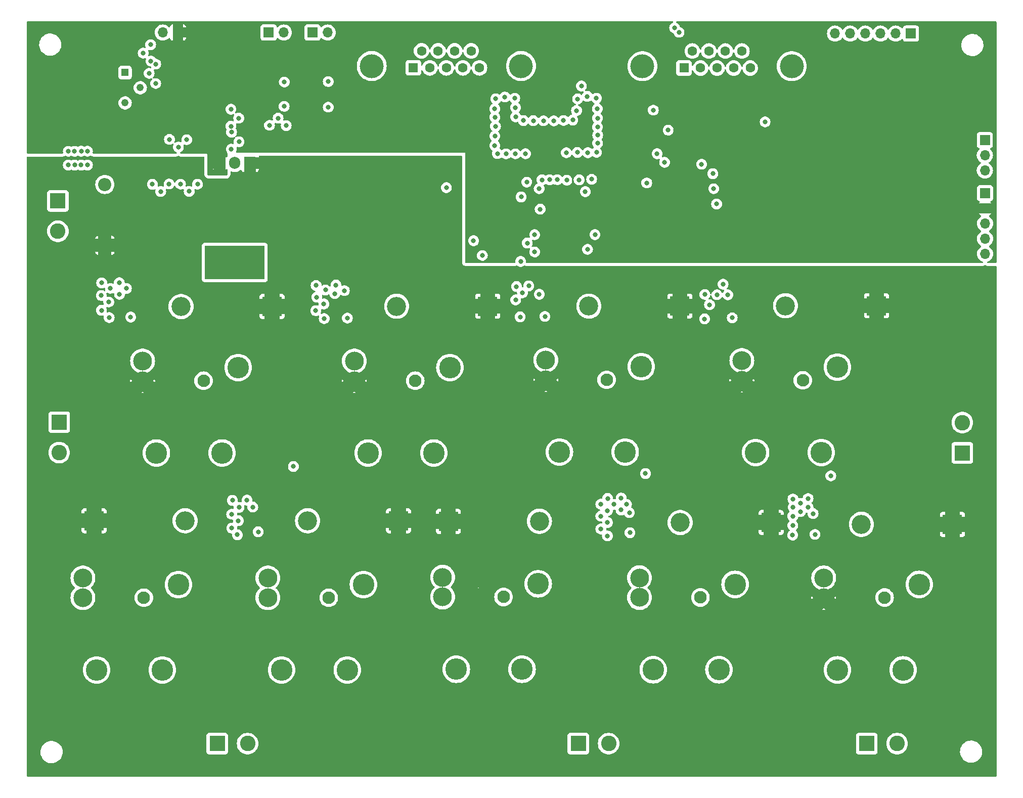
<source format=gbr>
%TF.GenerationSoftware,KiCad,Pcbnew,7.0.2-6a45011f42~172~ubuntu22.04.1*%
%TF.CreationDate,2023-04-27T13:30:21+02:00*%
%TF.ProjectId,Grup3_Tarda_Projecte_Netejaparabrises,47727570-335f-4546-9172-64615f50726f,1.4.27042023*%
%TF.SameCoordinates,Original*%
%TF.FileFunction,Copper,L2,Inr*%
%TF.FilePolarity,Positive*%
%FSLAX46Y46*%
G04 Gerber Fmt 4.6, Leading zero omitted, Abs format (unit mm)*
G04 Created by KiCad (PCBNEW 7.0.2-6a45011f42~172~ubuntu22.04.1) date 2023-04-27 13:30:21*
%MOMM*%
%LPD*%
G01*
G04 APERTURE LIST*
%TA.AperFunction,ComponentPad*%
%ADD10R,1.700000X1.700000*%
%TD*%
%TA.AperFunction,ComponentPad*%
%ADD11O,1.700000X1.700000*%
%TD*%
%TA.AperFunction,ComponentPad*%
%ADD12R,2.600000X2.600000*%
%TD*%
%TA.AperFunction,ComponentPad*%
%ADD13C,2.600000*%
%TD*%
%TA.AperFunction,ComponentPad*%
%ADD14C,2.100000*%
%TD*%
%TA.AperFunction,ComponentPad*%
%ADD15C,3.150000*%
%TD*%
%TA.AperFunction,ComponentPad*%
%ADD16C,3.600000*%
%TD*%
%TA.AperFunction,ComponentPad*%
%ADD17R,1.222000X1.222000*%
%TD*%
%TA.AperFunction,ComponentPad*%
%ADD18C,1.222000*%
%TD*%
%TA.AperFunction,ComponentPad*%
%ADD19R,3.200000X3.200000*%
%TD*%
%TA.AperFunction,ComponentPad*%
%ADD20O,3.200000X3.200000*%
%TD*%
%TA.AperFunction,ComponentPad*%
%ADD21R,2.200000X2.200000*%
%TD*%
%TA.AperFunction,ComponentPad*%
%ADD22O,2.200000X2.200000*%
%TD*%
%TA.AperFunction,ComponentPad*%
%ADD23R,1.905000X2.000000*%
%TD*%
%TA.AperFunction,ComponentPad*%
%ADD24O,1.905000X2.000000*%
%TD*%
%TA.AperFunction,ComponentPad*%
%ADD25R,10.000000X5.600000*%
%TD*%
%TA.AperFunction,ComponentPad*%
%ADD26C,4.000000*%
%TD*%
%TA.AperFunction,ComponentPad*%
%ADD27R,1.600000X1.600000*%
%TD*%
%TA.AperFunction,ComponentPad*%
%ADD28C,1.600000*%
%TD*%
%TA.AperFunction,ViaPad*%
%ADD29C,0.800000*%
%TD*%
G04 APERTURE END LIST*
D10*
%TO.N,+VCC*%
%TO.C,J7*%
X78680000Y-34605000D03*
D11*
%TO.N,/Analog/Vsensor*%
X76140000Y-34605000D03*
%TD*%
D12*
%TO.N,VMOT1-*%
%TO.C,J8*%
X85255000Y-153645000D03*
D13*
%TO.N,VMOT1+*%
X90335000Y-153645000D03*
%TD*%
D12*
%TO.N,GNDPWR*%
%TO.C,J10*%
X58795000Y-99845000D03*
D13*
%TO.N,VBOMBA1*%
X58795000Y-104925000D03*
%TD*%
D14*
%TO.N,VBAT*%
%TO.C,K3*%
X99725000Y-129230000D03*
%TO.N,/Potencia/Vc_m1*%
X103925000Y-129230000D03*
D15*
%TO.N,GNDPWR*%
X93725000Y-125930000D03*
D16*
%TO.N,VMOT1+*%
X96025000Y-141330000D03*
D15*
%TO.N,EN1*%
X93725000Y-129230000D03*
D16*
%TO.N,N/C*%
X107025000Y-141330000D03*
X109725000Y-127030000D03*
%TD*%
D17*
%TO.N,/Analog/Vsensibilitat*%
%TO.C,RPOT1*%
X69830000Y-41304500D03*
D18*
%TO.N,GND*%
X72370000Y-43844500D03*
X69830000Y-46384500D03*
%TD*%
D19*
%TO.N,VBAT*%
%TO.C,D12*%
X208350000Y-116940000D03*
D20*
%TO.N,/Potencia/Vc_lu*%
X193110000Y-116940000D03*
%TD*%
D14*
%TO.N,VBAT*%
%TO.C,K2*%
X114210000Y-92900000D03*
%TO.N,/Potencia/Vc_EN1*%
X118410000Y-92900000D03*
D15*
%TO.N,GNDPWR*%
X108210000Y-89600000D03*
D16*
%TO.N,EN1*%
X110510000Y-105000000D03*
D15*
%TO.N,VBAT*%
X108210000Y-92900000D03*
D16*
%TO.N,N/C*%
X121510000Y-105000000D03*
X124210000Y-90700000D03*
%TD*%
D19*
%TO.N,VBAT*%
%TO.C,D6*%
X115620000Y-116340000D03*
D20*
%TO.N,/Potencia/Vc_m1*%
X100380000Y-116340000D03*
%TD*%
D12*
%TO.N,VMOT2-*%
%TO.C,J9*%
X145705000Y-153645000D03*
D13*
%TO.N,VMOT2+*%
X150785000Y-153645000D03*
%TD*%
D21*
%TO.N,VBAT*%
%TO.C,D1*%
X66440000Y-70200000D03*
D22*
%TO.N,/Alimentacio/Vbat*%
X66440000Y-60040000D03*
%TD*%
D14*
%TO.N,VBAT*%
%TO.C,K4*%
X68760000Y-129230000D03*
%TO.N,/Potencia/Vc_m1*%
X72960000Y-129230000D03*
D15*
%TO.N,EN1*%
X62760000Y-125930000D03*
D16*
%TO.N,VMOT1-*%
X65060000Y-141330000D03*
D15*
%TO.N,GNDPWR*%
X62760000Y-129230000D03*
D16*
%TO.N,N/C*%
X76060000Y-141330000D03*
X78760000Y-127030000D03*
%TD*%
D10*
%TO.N,/Digital/Vboto1*%
%TO.C,J2*%
X201390000Y-34780000D03*
D11*
%TO.N,/Digital/Vboto2*%
X198850000Y-34780000D03*
%TO.N,/Digital/Vboto3*%
X196310000Y-34780000D03*
%TO.N,GND*%
X193770000Y-34780000D03*
%TO.N,/Digital/Vboto4*%
X191230000Y-34780000D03*
%TO.N,GND*%
X188690000Y-34780000D03*
%TD*%
D23*
%TO.N,VBAT*%
%TO.C,IC1*%
X90740000Y-56460000D03*
D24*
%TO.N,GNDPWR*%
X88200000Y-56460000D03*
D25*
X88190000Y-73110000D03*
D24*
%TO.N,+VCC*%
X85660000Y-56460000D03*
%TD*%
D26*
%TO.N,unconnected-(J6-PAD-Pad0)*%
%TO.C,J6*%
X181445000Y-40240000D03*
X156445000Y-40240000D03*
D27*
%TO.N,unconnected-(J6-Pad1)*%
X163405000Y-40540000D03*
D28*
%TO.N,/Digital/CAN+*%
X166175000Y-40540000D03*
%TO.N,unconnected-(J6-Pad3)*%
X168945000Y-40540000D03*
%TO.N,unconnected-(J6-Pad4)*%
X171715000Y-40540000D03*
%TO.N,unconnected-(J6-Pad5)*%
X174485000Y-40540000D03*
%TO.N,GND*%
X164790000Y-37700000D03*
%TO.N,/Digital/CAN-*%
X167560000Y-37700000D03*
%TO.N,unconnected-(J6-Pad8)*%
X170330000Y-37700000D03*
%TO.N,unconnected-(J6-Pad9)*%
X173100000Y-37700000D03*
%TD*%
D19*
%TO.N,VBAT*%
%TO.C,D4*%
X94440000Y-80480000D03*
D20*
%TO.N,/Potencia/Vc_b1*%
X79200000Y-80480000D03*
%TD*%
D10*
%TO.N,GND*%
%TO.C,J13*%
X93860000Y-34600000D03*
D11*
%TO.N,/Digital/Vfin_front*%
X96400000Y-34600000D03*
%TD*%
D19*
%TO.N,VBAT*%
%TO.C,D10*%
X123950000Y-116430000D03*
D20*
%TO.N,/Potencia/Vc_m2*%
X139190000Y-116430000D03*
%TD*%
D10*
%TO.N,/Digital/PROG_MCLR*%
%TO.C,J3*%
X213810000Y-61490000D03*
D11*
%TO.N,+VCC*%
X213810000Y-64030000D03*
%TO.N,GND*%
X213810000Y-66570000D03*
%TO.N,PGD*%
X213810000Y-69110000D03*
%TO.N,PGC*%
X213810000Y-71650000D03*
%TD*%
D12*
%TO.N,/Alimentacio/Vbat*%
%TO.C,J1*%
X58575000Y-62790000D03*
D13*
%TO.N,GNDPWR*%
X58575000Y-67870000D03*
%TD*%
D10*
%TO.N,GND*%
%TO.C,J14*%
X101210000Y-34600000D03*
D11*
%TO.N,/Digital/Vfin_back*%
X103750000Y-34600000D03*
%TD*%
D14*
%TO.N,VBAT*%
%TO.C,K1*%
X78760000Y-92900000D03*
%TO.N,/Potencia/Vc_b1*%
X82960000Y-92900000D03*
D15*
%TO.N,GNDPWR*%
X72760000Y-89600000D03*
D16*
%TO.N,VBOMBA1*%
X75060000Y-105000000D03*
D15*
%TO.N,VBAT*%
X72760000Y-92900000D03*
D16*
%TO.N,N/C*%
X86060000Y-105000000D03*
X88760000Y-90700000D03*
%TD*%
D26*
%TO.N,unconnected-(J5-PAD-Pad0)*%
%TO.C,J5*%
X136120000Y-40210000D03*
X111120000Y-40210000D03*
D27*
%TO.N,unconnected-(J5-Pad1)*%
X118080000Y-40510000D03*
D28*
%TO.N,/Digital/Rx*%
X120850000Y-40510000D03*
%TO.N,/Digital/Tx*%
X123620000Y-40510000D03*
%TO.N,unconnected-(J5-Pad4)*%
X126390000Y-40510000D03*
%TO.N,GND*%
X129160000Y-40510000D03*
%TO.N,unconnected-(J5-Pad6)*%
X119465000Y-37670000D03*
%TO.N,unconnected-(J5-Pad7)*%
X122235000Y-37670000D03*
%TO.N,unconnected-(J5-Pad8)*%
X125005000Y-37670000D03*
%TO.N,unconnected-(J5-Pad9)*%
X127775000Y-37670000D03*
%TD*%
D14*
%TO.N,VBAT*%
%TO.C,K9*%
X192790000Y-129200000D03*
%TO.N,/Potencia/Vc_lu*%
X196990000Y-129200000D03*
D15*
%TO.N,GNDPWR*%
X186790000Y-125900000D03*
D16*
%TO.N,VLUNETA*%
X189090000Y-141300000D03*
D15*
%TO.N,VBAT*%
X186790000Y-129200000D03*
D16*
%TO.N,N/C*%
X200090000Y-141300000D03*
X202790000Y-127000000D03*
%TD*%
D12*
%TO.N,GNDPWR*%
%TO.C,J11*%
X210005000Y-104985000D03*
D13*
%TO.N,VBOMBA2*%
X210005000Y-99905000D03*
%TD*%
D19*
%TO.N,VBAT*%
%TO.C,D9*%
X162710000Y-80410000D03*
D20*
%TO.N,/Potencia/Vc_EN2*%
X147470000Y-80410000D03*
%TD*%
D14*
%TO.N,VBAT*%
%TO.C,K7*%
X128990000Y-129105000D03*
%TO.N,/Potencia/Vc_m2*%
X133190000Y-129105000D03*
D15*
%TO.N,EN2*%
X122990000Y-125805000D03*
D16*
%TO.N,VMOT2-*%
X125290000Y-141205000D03*
D15*
%TO.N,GNDPWR*%
X122990000Y-129105000D03*
D16*
%TO.N,N/C*%
X136290000Y-141205000D03*
X138990000Y-126905000D03*
%TD*%
D19*
%TO.N,VBAT*%
%TO.C,D11*%
X177990000Y-116640000D03*
D20*
%TO.N,/Potencia/Vc_m2*%
X162750000Y-116640000D03*
%TD*%
D19*
%TO.N,VBAT*%
%TO.C,D7*%
X64630000Y-116340000D03*
D20*
%TO.N,/Potencia/Vc_m1*%
X79870000Y-116340000D03*
%TD*%
D19*
%TO.N,VBAT*%
%TO.C,D8*%
X195640000Y-80340000D03*
D20*
%TO.N,/Potencia/Vc_b2*%
X180400000Y-80340000D03*
%TD*%
D14*
%TO.N,VBAT*%
%TO.C,K5*%
X179090000Y-92820000D03*
%TO.N,/Potencia/Vc_b2*%
X183290000Y-92820000D03*
D15*
%TO.N,GNDPWR*%
X173090000Y-89520000D03*
D16*
%TO.N,VBOMBA2*%
X175390000Y-104920000D03*
D15*
%TO.N,VBAT*%
X173090000Y-92820000D03*
D16*
%TO.N,N/C*%
X186390000Y-104920000D03*
X189090000Y-90620000D03*
%TD*%
D14*
%TO.N,VBAT*%
%TO.C,K6*%
X146250000Y-92740000D03*
%TO.N,/Potencia/Vc_EN2*%
X150450000Y-92740000D03*
D15*
%TO.N,GNDPWR*%
X140250000Y-89440000D03*
D16*
%TO.N,EN2*%
X142550000Y-104840000D03*
D15*
%TO.N,VBAT*%
X140250000Y-92740000D03*
D16*
%TO.N,N/C*%
X153550000Y-104840000D03*
X156250000Y-90540000D03*
%TD*%
D12*
%TO.N,GNDPWR*%
%TO.C,J12*%
X194005000Y-153645000D03*
D13*
%TO.N,VLUNETA*%
X199085000Y-153645000D03*
%TD*%
D19*
%TO.N,VBAT*%
%TO.C,D5*%
X130540000Y-80425000D03*
D20*
%TO.N,/Potencia/Vc_EN1*%
X115300000Y-80425000D03*
%TD*%
D10*
%TO.N,/Digital/Vsw*%
%TO.C,J4*%
X213770000Y-52610000D03*
D11*
%TO.N,/Digital/MCLR*%
X213770000Y-55150000D03*
%TO.N,/Digital/PROG_MCLR*%
X213770000Y-57690000D03*
%TD*%
D14*
%TO.N,VBAT*%
%TO.C,K8*%
X161950000Y-129190000D03*
%TO.N,/Potencia/Vc_m2*%
X166150000Y-129190000D03*
D15*
%TO.N,GNDPWR*%
X155950000Y-125890000D03*
D16*
%TO.N,VMOT2+*%
X158250000Y-141290000D03*
D15*
%TO.N,EN2*%
X155950000Y-129190000D03*
D16*
%TO.N,N/C*%
X169250000Y-141290000D03*
X171950000Y-126990000D03*
%TD*%
D29*
%TO.N,GNDPWR*%
X67370000Y-77430000D03*
X139170000Y-78430000D03*
X67160000Y-82320000D03*
X154250000Y-114980000D03*
X150600000Y-114640000D03*
X152870000Y-114540000D03*
X169950000Y-76740000D03*
X77190000Y-59960000D03*
X182890000Y-113420000D03*
X60312862Y-56791624D03*
X67090000Y-79720000D03*
X74390000Y-60010000D03*
X181590000Y-118750000D03*
X87660000Y-115250000D03*
X140110000Y-82140000D03*
X65840000Y-78630000D03*
X152880000Y-112530000D03*
X65910000Y-76520000D03*
X166850000Y-82540000D03*
X184180000Y-112620000D03*
X90240000Y-112890000D03*
X103100000Y-80050000D03*
X151660000Y-113610000D03*
X92120000Y-118190000D03*
X154350000Y-118340000D03*
X167680000Y-80170000D03*
X170740000Y-78520000D03*
X80550000Y-61190000D03*
X68880000Y-78450000D03*
X63522862Y-56791624D03*
X153770000Y-113580000D03*
X150610000Y-112610000D03*
X150600000Y-116640000D03*
X87790000Y-112930000D03*
X171480000Y-82370000D03*
X70040000Y-77450000D03*
X62462862Y-56791624D03*
X104940000Y-78310000D03*
X101750000Y-81170000D03*
X107040000Y-82410000D03*
X103160000Y-82500000D03*
X181620000Y-117130000D03*
X135220000Y-79370000D03*
X70760000Y-82250000D03*
X149470000Y-117720000D03*
X149480000Y-115570000D03*
X88900000Y-114100000D03*
X106540000Y-77820000D03*
X166890000Y-78450000D03*
X101810000Y-76950000D03*
X181650000Y-112700000D03*
X184180000Y-114080000D03*
X68850000Y-76480000D03*
X91200000Y-114040000D03*
X88790000Y-116330000D03*
X137400000Y-77030000D03*
X87690000Y-117570000D03*
X185020000Y-115150000D03*
X150580000Y-118880000D03*
X181620000Y-115580000D03*
X135350000Y-77130000D03*
X181670000Y-114080000D03*
X168910000Y-78500000D03*
X81950000Y-59990000D03*
X185340000Y-118630000D03*
X75790000Y-61210000D03*
X103370000Y-77710000D03*
X79100000Y-59990000D03*
X65860000Y-81110000D03*
X149470000Y-113580000D03*
X101920000Y-78910000D03*
X61382862Y-56791624D03*
X136350000Y-78180000D03*
X88630000Y-118690000D03*
X105130000Y-76880000D03*
X135980000Y-82210000D03*
X182910000Y-114820000D03*
%TO.N,+VCC*%
X80150000Y-50440000D03*
X78700000Y-49190000D03*
X101790000Y-36960000D03*
X85450000Y-47390000D03*
X72000000Y-50540000D03*
X77300000Y-50440000D03*
X85600000Y-54140000D03*
X101800000Y-39730000D03*
X91100000Y-48940000D03*
X100530000Y-38340000D03*
X162300000Y-56390000D03*
X93139030Y-38245671D03*
X84150000Y-48790000D03*
X140600000Y-71340000D03*
X162010000Y-50940000D03*
X89750000Y-50190000D03*
X182050000Y-66630000D03*
X92500000Y-50190000D03*
X182080000Y-60180000D03*
X73300000Y-51890000D03*
X85450000Y-50290000D03*
X163600000Y-54990000D03*
X84300000Y-52790000D03*
X141800000Y-69940000D03*
X85500000Y-51290000D03*
X94449030Y-39645671D03*
X79750000Y-46540000D03*
X140550000Y-68440000D03*
X141180000Y-64160000D03*
X78750000Y-44840000D03*
X182080000Y-63490000D03*
X94440000Y-36864671D03*
X158960000Y-62780000D03*
X73300000Y-49090000D03*
X182090000Y-56740000D03*
X78750000Y-48090000D03*
%TO.N,GND*%
X145550000Y-54680000D03*
X77250000Y-52490000D03*
X73850000Y-41440000D03*
X139320000Y-64170000D03*
X78750000Y-53790000D03*
X62472862Y-54481624D03*
X74100000Y-36640000D03*
X94000000Y-50140000D03*
X157160000Y-59780000D03*
X60312862Y-54491624D03*
X74150000Y-39390000D03*
X135070000Y-45600000D03*
X96800000Y-50190000D03*
X148930000Y-48950000D03*
X131720000Y-53550000D03*
X88900000Y-52890000D03*
X133410000Y-45390000D03*
X74950000Y-39890000D03*
X139630000Y-59260000D03*
X95450000Y-48940000D03*
X87550000Y-50290000D03*
X87550000Y-47440000D03*
X147300000Y-54720000D03*
X137150000Y-69840000D03*
X158900000Y-54890000D03*
X138180000Y-49360000D03*
X61362862Y-54491624D03*
X136530000Y-49340000D03*
X139870000Y-49380000D03*
X135180000Y-54910000D03*
X143240000Y-49320000D03*
X138400000Y-71340000D03*
X74950000Y-43140000D03*
X148740000Y-45600000D03*
X63522862Y-54481624D03*
X141610000Y-49400000D03*
X135190000Y-47150000D03*
X87600000Y-54140000D03*
X72850000Y-38040000D03*
X80150000Y-52540000D03*
X148940000Y-53110000D03*
X87650000Y-51290000D03*
X136870000Y-54900000D03*
X147200000Y-45290000D03*
X160150000Y-56340000D03*
X131880000Y-45700000D03*
X131840000Y-50290000D03*
X160750000Y-50940000D03*
X140910000Y-59250000D03*
X148960000Y-51790000D03*
X131720000Y-47390000D03*
X135210000Y-48710000D03*
X144780000Y-49260000D03*
X145590000Y-45710000D03*
X145410000Y-47670000D03*
X131740000Y-51940000D03*
X142170000Y-59240000D03*
X133610000Y-54910000D03*
X143700000Y-54730000D03*
X131740000Y-48770000D03*
X148760000Y-54660000D03*
X148930000Y-50430000D03*
X132160000Y-54870000D03*
X88850000Y-48940000D03*
X148890000Y-47350000D03*
X138400000Y-68440000D03*
%TO.N,VBAT*%
X74390000Y-57860000D03*
X75740000Y-56560000D03*
X81900000Y-57790000D03*
X77240000Y-57810000D03*
X79100000Y-57840000D03*
X80450000Y-56540000D03*
%TO.N,/Digital/MCLR*%
X176980000Y-49570000D03*
%TO.N,/Digital/Vboto1*%
X146880000Y-61240000D03*
X168860000Y-63310000D03*
%TO.N,/Digital/Vboto2*%
X147940000Y-59170000D03*
X168370000Y-60750000D03*
%TO.N,/Digital/Vboto3*%
X168220000Y-58230000D03*
X145840000Y-59270000D03*
%TO.N,/Digital/Vboto4*%
X166350000Y-56660000D03*
X143770000Y-59320000D03*
%TO.N,/Digital/Vfin_back*%
X103840000Y-42810000D03*
X103840000Y-47090000D03*
%TO.N,DriverLuneta*%
X139150000Y-60730000D03*
X187982500Y-108822500D03*
%TO.N,EnableM1*%
X129640000Y-71930000D03*
X137080000Y-59650000D03*
%TO.N,EnableM2*%
X136140000Y-62130000D03*
X136050000Y-72940000D03*
%TO.N,STB*%
X146230000Y-43560000D03*
X158265000Y-47595000D03*
%TO.N,/Digital/Vfin_front*%
X96460000Y-46960000D03*
X96480000Y-42890000D03*
%TO.N,/Digital/Tx*%
X128170000Y-69470000D03*
X123620000Y-60580000D03*
%TO.N,DriverM2*%
X156950000Y-108440000D03*
X147250000Y-70900000D03*
%TO.N,DriverM1*%
X98010000Y-107250000D03*
X148500000Y-68440000D03*
%TO.N,/Digital/CAN+*%
X162571232Y-34561232D03*
%TO.N,/Digital/CAN-*%
X161828768Y-33818768D03*
%TD*%
%TA.AperFunction,Conductor*%
%TO.N,VBAT*%
G36*
X64139519Y-55236274D02*
G01*
X64159749Y-55250535D01*
X64171219Y-55260474D01*
X64177097Y-55265567D01*
X64307974Y-55325338D01*
X64375013Y-55345023D01*
X64375017Y-55345024D01*
X64517433Y-55365500D01*
X78352536Y-55365500D01*
X78355921Y-55365500D01*
X78465721Y-55353431D01*
X78518304Y-55341730D01*
X78622862Y-55306099D01*
X78676259Y-55271060D01*
X78743106Y-55250739D01*
X78795799Y-55261939D01*
X78803742Y-55265566D01*
X78803743Y-55265567D01*
X78934620Y-55325338D01*
X79001659Y-55345023D01*
X79001663Y-55345024D01*
X79144079Y-55365500D01*
X82950500Y-55365500D01*
X83017539Y-55385185D01*
X83063294Y-55437989D01*
X83074500Y-55489500D01*
X83074500Y-56463062D01*
X83074500Y-58278637D01*
X83077397Y-58332677D01*
X83077574Y-58334326D01*
X83077576Y-58334347D01*
X83080053Y-58357380D01*
X83080231Y-58359035D01*
X83081787Y-58368636D01*
X83088885Y-58412443D01*
X83139165Y-58547252D01*
X83169102Y-58602079D01*
X83171334Y-58606817D01*
X83172649Y-58608573D01*
X83172651Y-58608578D01*
X83258876Y-58723760D01*
X83426243Y-58891127D01*
X83466513Y-58927299D01*
X83467802Y-58928338D01*
X83467813Y-58928347D01*
X83485845Y-58942877D01*
X83487151Y-58943929D01*
X83531026Y-58975567D01*
X83661903Y-59035338D01*
X83728942Y-59055023D01*
X83728946Y-59055024D01*
X83871362Y-59075500D01*
X86746992Y-59075500D01*
X86748638Y-59075500D01*
X86802676Y-59072603D01*
X86829035Y-59069769D01*
X86882453Y-59061113D01*
X86886778Y-59059500D01*
X86900115Y-59054525D01*
X87017262Y-59010830D01*
X87078582Y-58977346D01*
X87193759Y-58891124D01*
X87271124Y-58813759D01*
X87307291Y-58773496D01*
X87323924Y-58752855D01*
X87355567Y-58708973D01*
X87415338Y-58578096D01*
X87435023Y-58511057D01*
X87435024Y-58511053D01*
X87455500Y-58368637D01*
X87455500Y-57961822D01*
X87475185Y-57894784D01*
X87527989Y-57849029D01*
X87597147Y-57839085D01*
X87619763Y-57844542D01*
X87842084Y-57920866D01*
X88079601Y-57960500D01*
X88320399Y-57960500D01*
X88557913Y-57920866D01*
X88785664Y-57842679D01*
X88997439Y-57728072D01*
X89140344Y-57616844D01*
X89205338Y-57591202D01*
X89273878Y-57604769D01*
X89324202Y-57653237D01*
X89332688Y-57671365D01*
X89344147Y-57702088D01*
X89430311Y-57817188D01*
X89545410Y-57903352D01*
X89680128Y-57953599D01*
X89736367Y-57959645D01*
X89742982Y-57960000D01*
X89787500Y-57960000D01*
X89787500Y-57412500D01*
X91692500Y-57412500D01*
X91692500Y-57960000D01*
X91737018Y-57960000D01*
X91743632Y-57959645D01*
X91799871Y-57953599D01*
X91934589Y-57903352D01*
X92049688Y-57817188D01*
X92135852Y-57702089D01*
X92186099Y-57567371D01*
X92192145Y-57511132D01*
X92192500Y-57504518D01*
X92192500Y-57412500D01*
X91692500Y-57412500D01*
X89787500Y-57412500D01*
X89787500Y-56497886D01*
X90186123Y-56497886D01*
X90216884Y-56645915D01*
X90286442Y-56780156D01*
X90389638Y-56890652D01*
X90518819Y-56969209D01*
X90664404Y-57010000D01*
X90777622Y-57010000D01*
X90889783Y-56994584D01*
X91028458Y-56934349D01*
X91145739Y-56838934D01*
X91232928Y-56715415D01*
X91283559Y-56572953D01*
X91293877Y-56422114D01*
X91263116Y-56274085D01*
X91193558Y-56139844D01*
X91090362Y-56029348D01*
X90961181Y-55950791D01*
X90815596Y-55910000D01*
X90702378Y-55910000D01*
X90590217Y-55925416D01*
X90451542Y-55985651D01*
X90334261Y-56081066D01*
X90247072Y-56204585D01*
X90196441Y-56347047D01*
X90186123Y-56497886D01*
X89787500Y-56497886D01*
X89787500Y-55631500D01*
X89807185Y-55564461D01*
X89859989Y-55518706D01*
X89911500Y-55507500D01*
X92192500Y-55507500D01*
X92192500Y-55415481D01*
X92192145Y-55408867D01*
X92187188Y-55362755D01*
X92199593Y-55293996D01*
X92247203Y-55242858D01*
X92310477Y-55225500D01*
X126120500Y-55225500D01*
X126187539Y-55245185D01*
X126233294Y-55297989D01*
X126244500Y-55349500D01*
X126244499Y-73042676D01*
X126244500Y-73042694D01*
X126244500Y-73046000D01*
X126244854Y-73049294D01*
X126244855Y-73049309D01*
X126255697Y-73150145D01*
X126256053Y-73153456D01*
X126256757Y-73156693D01*
X126256759Y-73156704D01*
X126263658Y-73188416D01*
X126267259Y-73204967D01*
X126268305Y-73208110D01*
X126268309Y-73208124D01*
X126301385Y-73307503D01*
X126379173Y-73428541D01*
X126379175Y-73428543D01*
X126424930Y-73481347D01*
X126533664Y-73575567D01*
X126664541Y-73635338D01*
X126731580Y-73655023D01*
X126731584Y-73655024D01*
X126874000Y-73675500D01*
X135026859Y-73675500D01*
X135030998Y-73675500D01*
X135164155Y-73657647D01*
X135227174Y-73640439D01*
X135323813Y-73599598D01*
X135393228Y-73591633D01*
X135444969Y-73613499D01*
X135597269Y-73724151D01*
X135770197Y-73801144D01*
X135955352Y-73840500D01*
X135955354Y-73840500D01*
X136144648Y-73840500D01*
X136268083Y-73814262D01*
X136329803Y-73801144D01*
X136502730Y-73724151D01*
X136655871Y-73612888D01*
X136655873Y-73612884D01*
X136656950Y-73612103D01*
X136722757Y-73588623D01*
X136781348Y-73599627D01*
X136811723Y-73613499D01*
X136859543Y-73635338D01*
X136926582Y-73655023D01*
X136926586Y-73655024D01*
X137069002Y-73675500D01*
X213328907Y-73675464D01*
X213331857Y-73675429D01*
X213331886Y-73675428D01*
X213332094Y-73675426D01*
X213337485Y-73675329D01*
X213337887Y-73675322D01*
X213479776Y-73651463D01*
X213546328Y-73630189D01*
X213675746Y-73567322D01*
X213726803Y-73520908D01*
X213789649Y-73490380D01*
X213859025Y-73498675D01*
X213891415Y-73518951D01*
X213956752Y-73575566D01*
X213956753Y-73575566D01*
X213956754Y-73575567D01*
X214087631Y-73635338D01*
X214154670Y-73655023D01*
X214154674Y-73655024D01*
X214297090Y-73675500D01*
X215595500Y-73675500D01*
X215662539Y-73695185D01*
X215708294Y-73747989D01*
X215719500Y-73799500D01*
X215719500Y-159055500D01*
X215699815Y-159122539D01*
X215647011Y-159168294D01*
X215595500Y-159179500D01*
X53484500Y-159179500D01*
X53417461Y-159159815D01*
X53371706Y-159107011D01*
X53360500Y-159055500D01*
X53360500Y-155137764D01*
X55665787Y-155137764D01*
X55695413Y-155407016D01*
X55763928Y-155669087D01*
X55869871Y-155918392D01*
X56010982Y-156149611D01*
X56184253Y-156357818D01*
X56184255Y-156357820D01*
X56385998Y-156538582D01*
X56611910Y-156688044D01*
X56707855Y-156733021D01*
X56857177Y-156803021D01*
X57116562Y-156881058D01*
X57116569Y-156881060D01*
X57384561Y-156920500D01*
X57384564Y-156920500D01*
X57585369Y-156920500D01*
X57587631Y-156920500D01*
X57790156Y-156905677D01*
X58054553Y-156846780D01*
X58307558Y-156750014D01*
X58543777Y-156617441D01*
X58758177Y-156451888D01*
X58946186Y-156256881D01*
X59103799Y-156036579D01*
X59227656Y-155795675D01*
X59315118Y-155539305D01*
X59364319Y-155272933D01*
X59374212Y-155002235D01*
X59372819Y-154989578D01*
X83454500Y-154989578D01*
X83454501Y-154992872D01*
X83454853Y-154996152D01*
X83454854Y-154996159D01*
X83460909Y-155052484D01*
X83466608Y-155067764D01*
X83511204Y-155187331D01*
X83597454Y-155302546D01*
X83712669Y-155388796D01*
X83847517Y-155439091D01*
X83907127Y-155445500D01*
X86602872Y-155445499D01*
X86662483Y-155439091D01*
X86797331Y-155388796D01*
X86912546Y-155302546D01*
X86998796Y-155187331D01*
X87049091Y-155052483D01*
X87055500Y-154992873D01*
X87055499Y-153645000D01*
X88529450Y-153645000D01*
X88549616Y-153914100D01*
X88603826Y-154151607D01*
X88609666Y-154177195D01*
X88708257Y-154428398D01*
X88843185Y-154662102D01*
X89011439Y-154873085D01*
X89209259Y-155056635D01*
X89432226Y-155208651D01*
X89675359Y-155325738D01*
X89933228Y-155405280D01*
X90200071Y-155445500D01*
X90469929Y-155445500D01*
X90736772Y-155405280D01*
X90994641Y-155325738D01*
X91237775Y-155208651D01*
X91460741Y-155056635D01*
X91533011Y-154989578D01*
X143904500Y-154989578D01*
X143904501Y-154992872D01*
X143904853Y-154996152D01*
X143904854Y-154996159D01*
X143910909Y-155052484D01*
X143916608Y-155067764D01*
X143961204Y-155187331D01*
X144047454Y-155302546D01*
X144162669Y-155388796D01*
X144297517Y-155439091D01*
X144357127Y-155445500D01*
X147052872Y-155445499D01*
X147112483Y-155439091D01*
X147247331Y-155388796D01*
X147362546Y-155302546D01*
X147448796Y-155187331D01*
X147499091Y-155052483D01*
X147505500Y-154992873D01*
X147505499Y-153644999D01*
X148979450Y-153644999D01*
X148999616Y-153914100D01*
X149053826Y-154151607D01*
X149059666Y-154177195D01*
X149158257Y-154428398D01*
X149293185Y-154662102D01*
X149461439Y-154873085D01*
X149659259Y-155056635D01*
X149882226Y-155208651D01*
X150125359Y-155325738D01*
X150383228Y-155405280D01*
X150650071Y-155445500D01*
X150919929Y-155445500D01*
X151186772Y-155405280D01*
X151444641Y-155325738D01*
X151687775Y-155208651D01*
X151910741Y-155056635D01*
X151983011Y-154989578D01*
X192204500Y-154989578D01*
X192204501Y-154992872D01*
X192204853Y-154996152D01*
X192204854Y-154996159D01*
X192210909Y-155052484D01*
X192216608Y-155067764D01*
X192261204Y-155187331D01*
X192347454Y-155302546D01*
X192462669Y-155388796D01*
X192597517Y-155439091D01*
X192657127Y-155445500D01*
X195352872Y-155445499D01*
X195412483Y-155439091D01*
X195547331Y-155388796D01*
X195662546Y-155302546D01*
X195748796Y-155187331D01*
X195799091Y-155052483D01*
X195805500Y-154992873D01*
X195805499Y-153644999D01*
X197279450Y-153644999D01*
X197299616Y-153914100D01*
X197353826Y-154151607D01*
X197359666Y-154177195D01*
X197458257Y-154428398D01*
X197593185Y-154662102D01*
X197761439Y-154873085D01*
X197959259Y-155056635D01*
X198182226Y-155208651D01*
X198425359Y-155325738D01*
X198683228Y-155405280D01*
X198950071Y-155445500D01*
X199219929Y-155445500D01*
X199486772Y-155405280D01*
X199744641Y-155325738D01*
X199987775Y-155208651D01*
X200194418Y-155067764D01*
X209615787Y-155067764D01*
X209645413Y-155337016D01*
X209673775Y-155445500D01*
X209713928Y-155599088D01*
X209797469Y-155795675D01*
X209819871Y-155848392D01*
X209960982Y-156079611D01*
X210108507Y-156256881D01*
X210134255Y-156287820D01*
X210335998Y-156468582D01*
X210561910Y-156618044D01*
X210668211Y-156667876D01*
X210807177Y-156733021D01*
X211066562Y-156811058D01*
X211066569Y-156811060D01*
X211334561Y-156850500D01*
X211334564Y-156850500D01*
X211535369Y-156850500D01*
X211537631Y-156850500D01*
X211740156Y-156835677D01*
X212004553Y-156776780D01*
X212257558Y-156680014D01*
X212493777Y-156547441D01*
X212708177Y-156381888D01*
X212896186Y-156186881D01*
X213053799Y-155966579D01*
X213177656Y-155725675D01*
X213265118Y-155469305D01*
X213314319Y-155202933D01*
X213324212Y-154932235D01*
X213294586Y-154662982D01*
X213226072Y-154400912D01*
X213120130Y-154151610D01*
X212979018Y-153920390D01*
X212979017Y-153920388D01*
X212805746Y-153712181D01*
X212700759Y-153618112D01*
X212604002Y-153531418D01*
X212378090Y-153381956D01*
X212378086Y-153381954D01*
X212132822Y-153266978D01*
X211873437Y-153188941D01*
X211873431Y-153188940D01*
X211605439Y-153149500D01*
X211402369Y-153149500D01*
X211400120Y-153149664D01*
X211400109Y-153149665D01*
X211199843Y-153164322D01*
X210935449Y-153223219D01*
X210682441Y-153319986D01*
X210446223Y-153452559D01*
X210231825Y-153618109D01*
X210043813Y-153813120D01*
X209886201Y-154033420D01*
X209762342Y-154274329D01*
X209674881Y-154530695D01*
X209625680Y-154797066D01*
X209615787Y-155067764D01*
X200194418Y-155067764D01*
X200210741Y-155056635D01*
X200408561Y-154873085D01*
X200576815Y-154662102D01*
X200711743Y-154428398D01*
X200810334Y-154177195D01*
X200870383Y-153914103D01*
X200890549Y-153645000D01*
X200870383Y-153375897D01*
X200810334Y-153112805D01*
X200711743Y-152861602D01*
X200576815Y-152627898D01*
X200408561Y-152416915D01*
X200408560Y-152416914D01*
X200210743Y-152233366D01*
X200153205Y-152194137D01*
X199987775Y-152081349D01*
X199744641Y-151964262D01*
X199665098Y-151939726D01*
X199486771Y-151884719D01*
X199219929Y-151844500D01*
X198950071Y-151844500D01*
X198683228Y-151884719D01*
X198425359Y-151964262D01*
X198182228Y-152081347D01*
X197959257Y-152233366D01*
X197761439Y-152416915D01*
X197593184Y-152627899D01*
X197458257Y-152861601D01*
X197359666Y-153112804D01*
X197299616Y-153375899D01*
X197279450Y-153644999D01*
X195805499Y-153644999D01*
X195805499Y-152297128D01*
X195799091Y-152237517D01*
X195748796Y-152102669D01*
X195662546Y-151987454D01*
X195547331Y-151901204D01*
X195412483Y-151850909D01*
X195352873Y-151844500D01*
X195349550Y-151844500D01*
X192660439Y-151844500D01*
X192660420Y-151844500D01*
X192657128Y-151844501D01*
X192653848Y-151844853D01*
X192653840Y-151844854D01*
X192597515Y-151850909D01*
X192462669Y-151901204D01*
X192347454Y-151987454D01*
X192261204Y-152102668D01*
X192210910Y-152237515D01*
X192210909Y-152237517D01*
X192204500Y-152297127D01*
X192204500Y-152300448D01*
X192204500Y-152300449D01*
X192204500Y-154989560D01*
X192204500Y-154989578D01*
X151983011Y-154989578D01*
X152108561Y-154873085D01*
X152276815Y-154662102D01*
X152411743Y-154428398D01*
X152510334Y-154177195D01*
X152570383Y-153914103D01*
X152590549Y-153645000D01*
X152570383Y-153375897D01*
X152510334Y-153112805D01*
X152411743Y-152861602D01*
X152276815Y-152627898D01*
X152108561Y-152416915D01*
X152108560Y-152416914D01*
X151910743Y-152233366D01*
X151853205Y-152194137D01*
X151687775Y-152081349D01*
X151444641Y-151964262D01*
X151365098Y-151939726D01*
X151186771Y-151884719D01*
X150919929Y-151844500D01*
X150650071Y-151844500D01*
X150383228Y-151884719D01*
X150125359Y-151964262D01*
X149882228Y-152081347D01*
X149659257Y-152233366D01*
X149461439Y-152416915D01*
X149293184Y-152627899D01*
X149158257Y-152861601D01*
X149059666Y-153112804D01*
X148999616Y-153375899D01*
X148979450Y-153644999D01*
X147505499Y-153644999D01*
X147505499Y-152297128D01*
X147499091Y-152237517D01*
X147448796Y-152102669D01*
X147362546Y-151987454D01*
X147247331Y-151901204D01*
X147112483Y-151850909D01*
X147052873Y-151844500D01*
X147049550Y-151844500D01*
X144360439Y-151844500D01*
X144360420Y-151844500D01*
X144357128Y-151844501D01*
X144353848Y-151844853D01*
X144353840Y-151844854D01*
X144297515Y-151850909D01*
X144162669Y-151901204D01*
X144047454Y-151987454D01*
X143961204Y-152102668D01*
X143910910Y-152237515D01*
X143910909Y-152237517D01*
X143904500Y-152297127D01*
X143904500Y-152300448D01*
X143904500Y-152300449D01*
X143904500Y-154989560D01*
X143904500Y-154989578D01*
X91533011Y-154989578D01*
X91658561Y-154873085D01*
X91826815Y-154662102D01*
X91961743Y-154428398D01*
X92060334Y-154177195D01*
X92120383Y-153914103D01*
X92140549Y-153645000D01*
X92120383Y-153375897D01*
X92060334Y-153112805D01*
X91961743Y-152861602D01*
X91826815Y-152627898D01*
X91658561Y-152416915D01*
X91658560Y-152416914D01*
X91460743Y-152233366D01*
X91403205Y-152194137D01*
X91237775Y-152081349D01*
X90994641Y-151964262D01*
X90915097Y-151939726D01*
X90736771Y-151884719D01*
X90469929Y-151844500D01*
X90200071Y-151844500D01*
X89933228Y-151884719D01*
X89675359Y-151964262D01*
X89432228Y-152081347D01*
X89209257Y-152233366D01*
X89011439Y-152416915D01*
X88843184Y-152627899D01*
X88708257Y-152861601D01*
X88609666Y-153112804D01*
X88549616Y-153375899D01*
X88529450Y-153645000D01*
X87055499Y-153645000D01*
X87055499Y-152297128D01*
X87049091Y-152237517D01*
X86998796Y-152102669D01*
X86912546Y-151987454D01*
X86797331Y-151901204D01*
X86662483Y-151850909D01*
X86602873Y-151844500D01*
X86599550Y-151844500D01*
X83910439Y-151844500D01*
X83910420Y-151844500D01*
X83907128Y-151844501D01*
X83903848Y-151844853D01*
X83903840Y-151844854D01*
X83847515Y-151850909D01*
X83712669Y-151901204D01*
X83597454Y-151987454D01*
X83511204Y-152102668D01*
X83460910Y-152237515D01*
X83460909Y-152237517D01*
X83454500Y-152297127D01*
X83454500Y-152300448D01*
X83454500Y-152300449D01*
X83454500Y-154989560D01*
X83454500Y-154989578D01*
X59372819Y-154989578D01*
X59344586Y-154732982D01*
X59276072Y-154470912D01*
X59170130Y-154221610D01*
X59029018Y-153990390D01*
X59029017Y-153990388D01*
X58855746Y-153782181D01*
X58750759Y-153688112D01*
X58654002Y-153601418D01*
X58428090Y-153451956D01*
X58428086Y-153451954D01*
X58182822Y-153336978D01*
X57923437Y-153258941D01*
X57923431Y-153258940D01*
X57655439Y-153219500D01*
X57452369Y-153219500D01*
X57450120Y-153219664D01*
X57450109Y-153219665D01*
X57249843Y-153234322D01*
X56985449Y-153293219D01*
X56732441Y-153389986D01*
X56496223Y-153522559D01*
X56281825Y-153688109D01*
X56093813Y-153883120D01*
X55936201Y-154103420D01*
X55812342Y-154344329D01*
X55724881Y-154600695D01*
X55675680Y-154867066D01*
X55665787Y-155137764D01*
X53360500Y-155137764D01*
X53360500Y-141330000D01*
X62754564Y-141330000D01*
X62774287Y-141630920D01*
X62775077Y-141634891D01*
X62775078Y-141634899D01*
X62832327Y-141922707D01*
X62832329Y-141922714D01*
X62833120Y-141926691D01*
X62930055Y-142212252D01*
X62931850Y-142215893D01*
X62931851Y-142215894D01*
X63050303Y-142456092D01*
X63063434Y-142482718D01*
X63065685Y-142486087D01*
X63065688Y-142486092D01*
X63212972Y-142706518D01*
X63230975Y-142733461D01*
X63429811Y-142960189D01*
X63656539Y-143159025D01*
X63907282Y-143326566D01*
X64177748Y-143459945D01*
X64463309Y-143556880D01*
X64759080Y-143615713D01*
X65060000Y-143635436D01*
X65360920Y-143615713D01*
X65656691Y-143556880D01*
X65942252Y-143459945D01*
X66212718Y-143326566D01*
X66463461Y-143159025D01*
X66690189Y-142960189D01*
X66889025Y-142733461D01*
X67056566Y-142482718D01*
X67189945Y-142212252D01*
X67286880Y-141926691D01*
X67345713Y-141630920D01*
X67365436Y-141330000D01*
X73754564Y-141330000D01*
X73774287Y-141630920D01*
X73775077Y-141634891D01*
X73775078Y-141634899D01*
X73832327Y-141922707D01*
X73832329Y-141922714D01*
X73833120Y-141926691D01*
X73930055Y-142212252D01*
X73931850Y-142215893D01*
X73931851Y-142215894D01*
X74050303Y-142456092D01*
X74063434Y-142482718D01*
X74065685Y-142486087D01*
X74065688Y-142486092D01*
X74212972Y-142706518D01*
X74230975Y-142733461D01*
X74429811Y-142960189D01*
X74656539Y-143159025D01*
X74907282Y-143326566D01*
X75177748Y-143459945D01*
X75463309Y-143556880D01*
X75759080Y-143615713D01*
X76060000Y-143635436D01*
X76360920Y-143615713D01*
X76656691Y-143556880D01*
X76942252Y-143459945D01*
X77212718Y-143326566D01*
X77463461Y-143159025D01*
X77690189Y-142960189D01*
X77889025Y-142733461D01*
X78056566Y-142482718D01*
X78189945Y-142212252D01*
X78286880Y-141926691D01*
X78345713Y-141630920D01*
X78365436Y-141330000D01*
X93719564Y-141330000D01*
X93739287Y-141630920D01*
X93740077Y-141634891D01*
X93740078Y-141634899D01*
X93797327Y-141922707D01*
X93797329Y-141922714D01*
X93798120Y-141926691D01*
X93895055Y-142212252D01*
X93896850Y-142215893D01*
X93896851Y-142215894D01*
X94015303Y-142456092D01*
X94028434Y-142482718D01*
X94030685Y-142486087D01*
X94030688Y-142486092D01*
X94177972Y-142706518D01*
X94195975Y-142733461D01*
X94394811Y-142960189D01*
X94621539Y-143159025D01*
X94872282Y-143326566D01*
X95142748Y-143459945D01*
X95428309Y-143556880D01*
X95724080Y-143615713D01*
X96025000Y-143635436D01*
X96325920Y-143615713D01*
X96621691Y-143556880D01*
X96907252Y-143459945D01*
X97177718Y-143326566D01*
X97428461Y-143159025D01*
X97655189Y-142960189D01*
X97854025Y-142733461D01*
X98021566Y-142482718D01*
X98154945Y-142212252D01*
X98251880Y-141926691D01*
X98310713Y-141630920D01*
X98330436Y-141330000D01*
X104719564Y-141330000D01*
X104739287Y-141630920D01*
X104740077Y-141634891D01*
X104740078Y-141634899D01*
X104797327Y-141922707D01*
X104797329Y-141922714D01*
X104798120Y-141926691D01*
X104895055Y-142212252D01*
X104896850Y-142215893D01*
X104896851Y-142215894D01*
X105015303Y-142456092D01*
X105028434Y-142482718D01*
X105030685Y-142486087D01*
X105030688Y-142486092D01*
X105177972Y-142706518D01*
X105195975Y-142733461D01*
X105394811Y-142960189D01*
X105621539Y-143159025D01*
X105872282Y-143326566D01*
X106142748Y-143459945D01*
X106428309Y-143556880D01*
X106724080Y-143615713D01*
X107025000Y-143635436D01*
X107325920Y-143615713D01*
X107621691Y-143556880D01*
X107907252Y-143459945D01*
X108177718Y-143326566D01*
X108428461Y-143159025D01*
X108655189Y-142960189D01*
X108854025Y-142733461D01*
X109021566Y-142482718D01*
X109154945Y-142212252D01*
X109251880Y-141926691D01*
X109310713Y-141630920D01*
X109330436Y-141330000D01*
X109322243Y-141205000D01*
X122984564Y-141205000D01*
X122984828Y-141209027D01*
X122984828Y-141209043D01*
X123004022Y-141501877D01*
X123004287Y-141505920D01*
X123005077Y-141509891D01*
X123005078Y-141509899D01*
X123062327Y-141797707D01*
X123062329Y-141797714D01*
X123063120Y-141801691D01*
X123160055Y-142087252D01*
X123161850Y-142090893D01*
X123161851Y-142090894D01*
X123205006Y-142178405D01*
X123293434Y-142357718D01*
X123295685Y-142361087D01*
X123295688Y-142361092D01*
X123458715Y-142605079D01*
X123460975Y-142608461D01*
X123659811Y-142835189D01*
X123886539Y-143034025D01*
X124137282Y-143201566D01*
X124407748Y-143334945D01*
X124693309Y-143431880D01*
X124989080Y-143490713D01*
X125290000Y-143510436D01*
X125590920Y-143490713D01*
X125886691Y-143431880D01*
X126172252Y-143334945D01*
X126442718Y-143201566D01*
X126693461Y-143034025D01*
X126920189Y-142835189D01*
X127119025Y-142608461D01*
X127286566Y-142357718D01*
X127419945Y-142087252D01*
X127516880Y-141801691D01*
X127575713Y-141505920D01*
X127595436Y-141205000D01*
X133984564Y-141205000D01*
X133984828Y-141209027D01*
X133984828Y-141209043D01*
X134004022Y-141501877D01*
X134004287Y-141505920D01*
X134005077Y-141509891D01*
X134005078Y-141509899D01*
X134062327Y-141797707D01*
X134062329Y-141797714D01*
X134063120Y-141801691D01*
X134160055Y-142087252D01*
X134161850Y-142090893D01*
X134161851Y-142090894D01*
X134205006Y-142178405D01*
X134293434Y-142357718D01*
X134295685Y-142361087D01*
X134295688Y-142361092D01*
X134458715Y-142605079D01*
X134460975Y-142608461D01*
X134659811Y-142835189D01*
X134886539Y-143034025D01*
X135137282Y-143201566D01*
X135407748Y-143334945D01*
X135693309Y-143431880D01*
X135989080Y-143490713D01*
X136290000Y-143510436D01*
X136590920Y-143490713D01*
X136886691Y-143431880D01*
X137172252Y-143334945D01*
X137442718Y-143201566D01*
X137693461Y-143034025D01*
X137920189Y-142835189D01*
X138119025Y-142608461D01*
X138286566Y-142357718D01*
X138419945Y-142087252D01*
X138516880Y-141801691D01*
X138575713Y-141505920D01*
X138589865Y-141290000D01*
X155944564Y-141290000D01*
X155964287Y-141590920D01*
X155965077Y-141594891D01*
X155965078Y-141594899D01*
X156022327Y-141882707D01*
X156022329Y-141882714D01*
X156023120Y-141886691D01*
X156120055Y-142172252D01*
X156121850Y-142175893D01*
X156121851Y-142175894D01*
X156213180Y-142361092D01*
X156253434Y-142442718D01*
X156255685Y-142446087D01*
X156255688Y-142446092D01*
X156361920Y-142605079D01*
X156420975Y-142693461D01*
X156619811Y-142920189D01*
X156846539Y-143119025D01*
X157097282Y-143286566D01*
X157367748Y-143419945D01*
X157653309Y-143516880D01*
X157949080Y-143575713D01*
X158250000Y-143595436D01*
X158550920Y-143575713D01*
X158846691Y-143516880D01*
X159132252Y-143419945D01*
X159402718Y-143286566D01*
X159653461Y-143119025D01*
X159880189Y-142920189D01*
X160079025Y-142693461D01*
X160246566Y-142442718D01*
X160379945Y-142172252D01*
X160476880Y-141886691D01*
X160535713Y-141590920D01*
X160555436Y-141290000D01*
X166944564Y-141290000D01*
X166964287Y-141590920D01*
X166965077Y-141594891D01*
X166965078Y-141594899D01*
X167022327Y-141882707D01*
X167022329Y-141882714D01*
X167023120Y-141886691D01*
X167120055Y-142172252D01*
X167121850Y-142175893D01*
X167121851Y-142175894D01*
X167213180Y-142361092D01*
X167253434Y-142442718D01*
X167255685Y-142446087D01*
X167255688Y-142446092D01*
X167361920Y-142605079D01*
X167420975Y-142693461D01*
X167619811Y-142920189D01*
X167846539Y-143119025D01*
X168097282Y-143286566D01*
X168367748Y-143419945D01*
X168653309Y-143516880D01*
X168949080Y-143575713D01*
X169250000Y-143595436D01*
X169550920Y-143575713D01*
X169846691Y-143516880D01*
X170132252Y-143419945D01*
X170402718Y-143286566D01*
X170653461Y-143119025D01*
X170880189Y-142920189D01*
X171079025Y-142693461D01*
X171246566Y-142442718D01*
X171379945Y-142172252D01*
X171476880Y-141886691D01*
X171535713Y-141590920D01*
X171554781Y-141300000D01*
X186784564Y-141300000D01*
X186804287Y-141600920D01*
X186805077Y-141604891D01*
X186805078Y-141604899D01*
X186862327Y-141892707D01*
X186862329Y-141892714D01*
X186863120Y-141896691D01*
X186864425Y-141900535D01*
X186955354Y-142168405D01*
X186960055Y-142182252D01*
X186961850Y-142185893D01*
X186961851Y-142185894D01*
X187088502Y-142442718D01*
X187093434Y-142452718D01*
X187095685Y-142456087D01*
X187095688Y-142456092D01*
X187252033Y-142690079D01*
X187260975Y-142703461D01*
X187459811Y-142930189D01*
X187686539Y-143129025D01*
X187937282Y-143296566D01*
X188207748Y-143429945D01*
X188493309Y-143526880D01*
X188789080Y-143585713D01*
X189090000Y-143605436D01*
X189390920Y-143585713D01*
X189686691Y-143526880D01*
X189972252Y-143429945D01*
X190242718Y-143296566D01*
X190493461Y-143129025D01*
X190720189Y-142930189D01*
X190919025Y-142703461D01*
X191086566Y-142452718D01*
X191219945Y-142182252D01*
X191316880Y-141896691D01*
X191375713Y-141600920D01*
X191395436Y-141300000D01*
X197784564Y-141300000D01*
X197804287Y-141600920D01*
X197805077Y-141604891D01*
X197805078Y-141604899D01*
X197862327Y-141892707D01*
X197862329Y-141892714D01*
X197863120Y-141896691D01*
X197864425Y-141900535D01*
X197955354Y-142168405D01*
X197960055Y-142182252D01*
X197961850Y-142185893D01*
X197961851Y-142185894D01*
X198088502Y-142442718D01*
X198093434Y-142452718D01*
X198095685Y-142456087D01*
X198095688Y-142456092D01*
X198252033Y-142690079D01*
X198260975Y-142703461D01*
X198459811Y-142930189D01*
X198686539Y-143129025D01*
X198937282Y-143296566D01*
X199207748Y-143429945D01*
X199493309Y-143526880D01*
X199789080Y-143585713D01*
X200090000Y-143605436D01*
X200390920Y-143585713D01*
X200686691Y-143526880D01*
X200972252Y-143429945D01*
X201242718Y-143296566D01*
X201493461Y-143129025D01*
X201720189Y-142930189D01*
X201919025Y-142703461D01*
X202086566Y-142452718D01*
X202219945Y-142182252D01*
X202316880Y-141896691D01*
X202375713Y-141600920D01*
X202395436Y-141300000D01*
X202375713Y-140999080D01*
X202316880Y-140703309D01*
X202219945Y-140417748D01*
X202086566Y-140147282D01*
X201919025Y-139896539D01*
X201720189Y-139669811D01*
X201493461Y-139470975D01*
X201490079Y-139468715D01*
X201246092Y-139305688D01*
X201246087Y-139305685D01*
X201242718Y-139303434D01*
X201239082Y-139301641D01*
X201239077Y-139301638D01*
X200975894Y-139171851D01*
X200975893Y-139171850D01*
X200972252Y-139170055D01*
X200686691Y-139073120D01*
X200682714Y-139072329D01*
X200682707Y-139072327D01*
X200394899Y-139015078D01*
X200394891Y-139015077D01*
X200390920Y-139014287D01*
X200090000Y-138994564D01*
X200085957Y-138994829D01*
X199793122Y-139014022D01*
X199793120Y-139014022D01*
X199789080Y-139014287D01*
X199785110Y-139015076D01*
X199785100Y-139015078D01*
X199497292Y-139072327D01*
X199497281Y-139072329D01*
X199493309Y-139073120D01*
X199489466Y-139074424D01*
X199489464Y-139074425D01*
X199211594Y-139168749D01*
X199211587Y-139168751D01*
X199207748Y-139170055D01*
X199204111Y-139171848D01*
X199204105Y-139171851D01*
X198940922Y-139301638D01*
X198940910Y-139301644D01*
X198937282Y-139303434D01*
X198933919Y-139305681D01*
X198933907Y-139305688D01*
X198689920Y-139468715D01*
X198689911Y-139468721D01*
X198686539Y-139470975D01*
X198683488Y-139473650D01*
X198683481Y-139473656D01*
X198462859Y-139667137D01*
X198462851Y-139667144D01*
X198459811Y-139669811D01*
X198457144Y-139672851D01*
X198457137Y-139672859D01*
X198263656Y-139893481D01*
X198263650Y-139893488D01*
X198260975Y-139896539D01*
X198258721Y-139899911D01*
X198258715Y-139899920D01*
X198095688Y-140143907D01*
X198095681Y-140143919D01*
X198093434Y-140147282D01*
X198091644Y-140150910D01*
X198091638Y-140150922D01*
X197961851Y-140414105D01*
X197961848Y-140414111D01*
X197960055Y-140417748D01*
X197958751Y-140421587D01*
X197958749Y-140421594D01*
X197865162Y-140697292D01*
X197863120Y-140703309D01*
X197862329Y-140707281D01*
X197862327Y-140707292D01*
X197805078Y-140995100D01*
X197805076Y-140995110D01*
X197804287Y-140999080D01*
X197804022Y-141003120D01*
X197804022Y-141003122D01*
X197785484Y-141285956D01*
X197784564Y-141300000D01*
X191395436Y-141300000D01*
X191375713Y-140999080D01*
X191316880Y-140703309D01*
X191219945Y-140417748D01*
X191086566Y-140147282D01*
X190919025Y-139896539D01*
X190720189Y-139669811D01*
X190493461Y-139470975D01*
X190490079Y-139468715D01*
X190246092Y-139305688D01*
X190246087Y-139305685D01*
X190242718Y-139303434D01*
X190239082Y-139301641D01*
X190239077Y-139301638D01*
X189975894Y-139171851D01*
X189975893Y-139171850D01*
X189972252Y-139170055D01*
X189686691Y-139073120D01*
X189682714Y-139072329D01*
X189682707Y-139072327D01*
X189394899Y-139015078D01*
X189394891Y-139015077D01*
X189390920Y-139014287D01*
X189090000Y-138994564D01*
X189085957Y-138994829D01*
X188793122Y-139014022D01*
X188793120Y-139014022D01*
X188789080Y-139014287D01*
X188785110Y-139015076D01*
X188785100Y-139015078D01*
X188497292Y-139072327D01*
X188497281Y-139072329D01*
X188493309Y-139073120D01*
X188489466Y-139074424D01*
X188489464Y-139074425D01*
X188211594Y-139168749D01*
X188211587Y-139168751D01*
X188207748Y-139170055D01*
X188204111Y-139171848D01*
X188204105Y-139171851D01*
X187940922Y-139301638D01*
X187940910Y-139301644D01*
X187937282Y-139303434D01*
X187933919Y-139305681D01*
X187933907Y-139305688D01*
X187689920Y-139468715D01*
X187689911Y-139468721D01*
X187686539Y-139470975D01*
X187683488Y-139473650D01*
X187683481Y-139473656D01*
X187462859Y-139667137D01*
X187462851Y-139667144D01*
X187459811Y-139669811D01*
X187457144Y-139672851D01*
X187457137Y-139672859D01*
X187263656Y-139893481D01*
X187263650Y-139893488D01*
X187260975Y-139896539D01*
X187258721Y-139899911D01*
X187258715Y-139899920D01*
X187095688Y-140143907D01*
X187095681Y-140143919D01*
X187093434Y-140147282D01*
X187091644Y-140150910D01*
X187091638Y-140150922D01*
X186961851Y-140414105D01*
X186961848Y-140414111D01*
X186960055Y-140417748D01*
X186958751Y-140421587D01*
X186958749Y-140421594D01*
X186865162Y-140697292D01*
X186863120Y-140703309D01*
X186862329Y-140707281D01*
X186862327Y-140707292D01*
X186805078Y-140995100D01*
X186805076Y-140995110D01*
X186804287Y-140999080D01*
X186804022Y-141003120D01*
X186804022Y-141003122D01*
X186785484Y-141285956D01*
X186784564Y-141300000D01*
X171554781Y-141300000D01*
X171555436Y-141290000D01*
X171535713Y-140989080D01*
X171476880Y-140693309D01*
X171379945Y-140407748D01*
X171246566Y-140137282D01*
X171079025Y-139886539D01*
X170880189Y-139659811D01*
X170653461Y-139460975D01*
X170530262Y-139378656D01*
X170406092Y-139295688D01*
X170406087Y-139295685D01*
X170402718Y-139293434D01*
X170399082Y-139291641D01*
X170399077Y-139291638D01*
X170135894Y-139161851D01*
X170135893Y-139161850D01*
X170132252Y-139160055D01*
X169846691Y-139063120D01*
X169842714Y-139062329D01*
X169842707Y-139062327D01*
X169554899Y-139005078D01*
X169554891Y-139005077D01*
X169550920Y-139004287D01*
X169250000Y-138984564D01*
X169245957Y-138984829D01*
X168953122Y-139004022D01*
X168953120Y-139004022D01*
X168949080Y-139004287D01*
X168945110Y-139005076D01*
X168945100Y-139005078D01*
X168657292Y-139062327D01*
X168657281Y-139062329D01*
X168653309Y-139063120D01*
X168649466Y-139064424D01*
X168649464Y-139064425D01*
X168371594Y-139158749D01*
X168371587Y-139158751D01*
X168367748Y-139160055D01*
X168364111Y-139161848D01*
X168364105Y-139161851D01*
X168100922Y-139291638D01*
X168100910Y-139291644D01*
X168097282Y-139293434D01*
X168093919Y-139295681D01*
X168093907Y-139295688D01*
X167849920Y-139458715D01*
X167849911Y-139458721D01*
X167846539Y-139460975D01*
X167843488Y-139463650D01*
X167843481Y-139463656D01*
X167622859Y-139657137D01*
X167622851Y-139657144D01*
X167619811Y-139659811D01*
X167617144Y-139662851D01*
X167617137Y-139662859D01*
X167423656Y-139883481D01*
X167423650Y-139883488D01*
X167420975Y-139886539D01*
X167418721Y-139889911D01*
X167418715Y-139889920D01*
X167255688Y-140133907D01*
X167255681Y-140133919D01*
X167253434Y-140137282D01*
X167251644Y-140140910D01*
X167251638Y-140140922D01*
X167121851Y-140404105D01*
X167121848Y-140404111D01*
X167120055Y-140407748D01*
X167118751Y-140411587D01*
X167118749Y-140411594D01*
X167024425Y-140689464D01*
X167023120Y-140693309D01*
X167022329Y-140697281D01*
X167022327Y-140697292D01*
X166965078Y-140985100D01*
X166965076Y-140985110D01*
X166964287Y-140989080D01*
X166964022Y-140993120D01*
X166964022Y-140993122D01*
X166963367Y-141003122D01*
X166944564Y-141290000D01*
X160555436Y-141290000D01*
X160535713Y-140989080D01*
X160476880Y-140693309D01*
X160379945Y-140407748D01*
X160246566Y-140137282D01*
X160079025Y-139886539D01*
X159880189Y-139659811D01*
X159653461Y-139460975D01*
X159530262Y-139378656D01*
X159406092Y-139295688D01*
X159406087Y-139295685D01*
X159402718Y-139293434D01*
X159399082Y-139291641D01*
X159399077Y-139291638D01*
X159135894Y-139161851D01*
X159135893Y-139161850D01*
X159132252Y-139160055D01*
X158846691Y-139063120D01*
X158842714Y-139062329D01*
X158842707Y-139062327D01*
X158554899Y-139005078D01*
X158554891Y-139005077D01*
X158550920Y-139004287D01*
X158250000Y-138984564D01*
X158245957Y-138984829D01*
X157953122Y-139004022D01*
X157953120Y-139004022D01*
X157949080Y-139004287D01*
X157945110Y-139005076D01*
X157945100Y-139005078D01*
X157657292Y-139062327D01*
X157657281Y-139062329D01*
X157653309Y-139063120D01*
X157649466Y-139064424D01*
X157649464Y-139064425D01*
X157371594Y-139158749D01*
X157371587Y-139158751D01*
X157367748Y-139160055D01*
X157364111Y-139161848D01*
X157364105Y-139161851D01*
X157100922Y-139291638D01*
X157100910Y-139291644D01*
X157097282Y-139293434D01*
X157093919Y-139295681D01*
X157093907Y-139295688D01*
X156849920Y-139458715D01*
X156849911Y-139458721D01*
X156846539Y-139460975D01*
X156843488Y-139463650D01*
X156843481Y-139463656D01*
X156622859Y-139657137D01*
X156622851Y-139657144D01*
X156619811Y-139659811D01*
X156617144Y-139662851D01*
X156617137Y-139662859D01*
X156423656Y-139883481D01*
X156423650Y-139883488D01*
X156420975Y-139886539D01*
X156418721Y-139889911D01*
X156418715Y-139889920D01*
X156255688Y-140133907D01*
X156255681Y-140133919D01*
X156253434Y-140137282D01*
X156251644Y-140140910D01*
X156251638Y-140140922D01*
X156121851Y-140404105D01*
X156121848Y-140404111D01*
X156120055Y-140407748D01*
X156118751Y-140411587D01*
X156118749Y-140411594D01*
X156024425Y-140689464D01*
X156023120Y-140693309D01*
X156022329Y-140697281D01*
X156022327Y-140697292D01*
X155965078Y-140985100D01*
X155965076Y-140985110D01*
X155964287Y-140989080D01*
X155964022Y-140993120D01*
X155964022Y-140993122D01*
X155963367Y-141003122D01*
X155944564Y-141290000D01*
X138589865Y-141290000D01*
X138595436Y-141205000D01*
X138575713Y-140904080D01*
X138516880Y-140608309D01*
X138419945Y-140322748D01*
X138286566Y-140052282D01*
X138119025Y-139801539D01*
X137920189Y-139574811D01*
X137693461Y-139375975D01*
X137690079Y-139373715D01*
X137446092Y-139210688D01*
X137446087Y-139210685D01*
X137442718Y-139208434D01*
X137439082Y-139206641D01*
X137439077Y-139206638D01*
X137175894Y-139076851D01*
X137175893Y-139076850D01*
X137172252Y-139075055D01*
X137081612Y-139044287D01*
X136992455Y-139014022D01*
X136886691Y-138978120D01*
X136882714Y-138977329D01*
X136882707Y-138977327D01*
X136594899Y-138920078D01*
X136594891Y-138920077D01*
X136590920Y-138919287D01*
X136290000Y-138899564D01*
X136285957Y-138899829D01*
X135993122Y-138919022D01*
X135993120Y-138919022D01*
X135989080Y-138919287D01*
X135985110Y-138920076D01*
X135985100Y-138920078D01*
X135697292Y-138977327D01*
X135697281Y-138977329D01*
X135693309Y-138978120D01*
X135689466Y-138979424D01*
X135689464Y-138979425D01*
X135411594Y-139073749D01*
X135411587Y-139073751D01*
X135407748Y-139075055D01*
X135404111Y-139076848D01*
X135404105Y-139076851D01*
X135140922Y-139206638D01*
X135140910Y-139206644D01*
X135137282Y-139208434D01*
X135133919Y-139210681D01*
X135133907Y-139210688D01*
X134889920Y-139373715D01*
X134889911Y-139373721D01*
X134886539Y-139375975D01*
X134883488Y-139378650D01*
X134883481Y-139378656D01*
X134662859Y-139572137D01*
X134662851Y-139572144D01*
X134659811Y-139574811D01*
X134657144Y-139577851D01*
X134657137Y-139577859D01*
X134463656Y-139798481D01*
X134463650Y-139798488D01*
X134460975Y-139801539D01*
X134458721Y-139804911D01*
X134458715Y-139804920D01*
X134295688Y-140048907D01*
X134295681Y-140048919D01*
X134293434Y-140052282D01*
X134291644Y-140055910D01*
X134291638Y-140055922D01*
X134161851Y-140319105D01*
X134161848Y-140319111D01*
X134160055Y-140322748D01*
X134158751Y-140326587D01*
X134158749Y-140326594D01*
X134064425Y-140604464D01*
X134063120Y-140608309D01*
X134062329Y-140612281D01*
X134062327Y-140612292D01*
X134005078Y-140900100D01*
X134005076Y-140900110D01*
X134004287Y-140904080D01*
X134004022Y-140908120D01*
X134004022Y-140908122D01*
X133984828Y-141200956D01*
X133984828Y-141200972D01*
X133984564Y-141205000D01*
X127595436Y-141205000D01*
X127575713Y-140904080D01*
X127516880Y-140608309D01*
X127419945Y-140322748D01*
X127286566Y-140052282D01*
X127119025Y-139801539D01*
X126920189Y-139574811D01*
X126693461Y-139375975D01*
X126690079Y-139373715D01*
X126446092Y-139210688D01*
X126446087Y-139210685D01*
X126442718Y-139208434D01*
X126439082Y-139206641D01*
X126439077Y-139206638D01*
X126175894Y-139076851D01*
X126175893Y-139076850D01*
X126172252Y-139075055D01*
X126081612Y-139044287D01*
X125992455Y-139014022D01*
X125886691Y-138978120D01*
X125882714Y-138977329D01*
X125882707Y-138977327D01*
X125594899Y-138920078D01*
X125594891Y-138920077D01*
X125590920Y-138919287D01*
X125290000Y-138899564D01*
X125285957Y-138899829D01*
X124993122Y-138919022D01*
X124993120Y-138919022D01*
X124989080Y-138919287D01*
X124985110Y-138920076D01*
X124985100Y-138920078D01*
X124697292Y-138977327D01*
X124697281Y-138977329D01*
X124693309Y-138978120D01*
X124689466Y-138979424D01*
X124689464Y-138979425D01*
X124411594Y-139073749D01*
X124411587Y-139073751D01*
X124407748Y-139075055D01*
X124404111Y-139076848D01*
X124404105Y-139076851D01*
X124140922Y-139206638D01*
X124140910Y-139206644D01*
X124137282Y-139208434D01*
X124133919Y-139210681D01*
X124133907Y-139210688D01*
X123889920Y-139373715D01*
X123889911Y-139373721D01*
X123886539Y-139375975D01*
X123883488Y-139378650D01*
X123883481Y-139378656D01*
X123662859Y-139572137D01*
X123662851Y-139572144D01*
X123659811Y-139574811D01*
X123657144Y-139577851D01*
X123657137Y-139577859D01*
X123463656Y-139798481D01*
X123463650Y-139798488D01*
X123460975Y-139801539D01*
X123458721Y-139804911D01*
X123458715Y-139804920D01*
X123295688Y-140048907D01*
X123295681Y-140048919D01*
X123293434Y-140052282D01*
X123291644Y-140055910D01*
X123291638Y-140055922D01*
X123161851Y-140319105D01*
X123161848Y-140319111D01*
X123160055Y-140322748D01*
X123158751Y-140326587D01*
X123158749Y-140326594D01*
X123064425Y-140604464D01*
X123063120Y-140608309D01*
X123062329Y-140612281D01*
X123062327Y-140612292D01*
X123005078Y-140900100D01*
X123005076Y-140900110D01*
X123004287Y-140904080D01*
X123004022Y-140908120D01*
X123004022Y-140908122D01*
X122984828Y-141200956D01*
X122984828Y-141200972D01*
X122984564Y-141205000D01*
X109322243Y-141205000D01*
X109310713Y-141029080D01*
X109251880Y-140733309D01*
X109154945Y-140447748D01*
X109021566Y-140177282D01*
X108854025Y-139926539D01*
X108655189Y-139699811D01*
X108428461Y-139500975D01*
X108425079Y-139498715D01*
X108181092Y-139335688D01*
X108181087Y-139335685D01*
X108177718Y-139333434D01*
X108174082Y-139331641D01*
X108174077Y-139331638D01*
X107910894Y-139201851D01*
X107910893Y-139201850D01*
X107907252Y-139200055D01*
X107621691Y-139103120D01*
X107617714Y-139102329D01*
X107617707Y-139102327D01*
X107329899Y-139045078D01*
X107329891Y-139045077D01*
X107325920Y-139044287D01*
X107025000Y-139024564D01*
X107020957Y-139024829D01*
X106728122Y-139044022D01*
X106728120Y-139044022D01*
X106724080Y-139044287D01*
X106720110Y-139045076D01*
X106720100Y-139045078D01*
X106432292Y-139102327D01*
X106432281Y-139102329D01*
X106428309Y-139103120D01*
X106424466Y-139104424D01*
X106424464Y-139104425D01*
X106146594Y-139198749D01*
X106146587Y-139198751D01*
X106142748Y-139200055D01*
X106139111Y-139201848D01*
X106139105Y-139201851D01*
X105875922Y-139331638D01*
X105875910Y-139331644D01*
X105872282Y-139333434D01*
X105868919Y-139335681D01*
X105868907Y-139335688D01*
X105624920Y-139498715D01*
X105624911Y-139498721D01*
X105621539Y-139500975D01*
X105618488Y-139503650D01*
X105618481Y-139503656D01*
X105397859Y-139697137D01*
X105397851Y-139697144D01*
X105394811Y-139699811D01*
X105392144Y-139702851D01*
X105392137Y-139702859D01*
X105198656Y-139923481D01*
X105198650Y-139923488D01*
X105195975Y-139926539D01*
X105193721Y-139929911D01*
X105193715Y-139929920D01*
X105030688Y-140173907D01*
X105030681Y-140173919D01*
X105028434Y-140177282D01*
X105026644Y-140180910D01*
X105026638Y-140180922D01*
X104896851Y-140444105D01*
X104896848Y-140444111D01*
X104895055Y-140447748D01*
X104893751Y-140451587D01*
X104893749Y-140451594D01*
X104799425Y-140729464D01*
X104798120Y-140733309D01*
X104797329Y-140737281D01*
X104797327Y-140737292D01*
X104740078Y-141025100D01*
X104740076Y-141025110D01*
X104739287Y-141029080D01*
X104719564Y-141330000D01*
X98330436Y-141330000D01*
X98310713Y-141029080D01*
X98251880Y-140733309D01*
X98154945Y-140447748D01*
X98021566Y-140177282D01*
X97854025Y-139926539D01*
X97655189Y-139699811D01*
X97428461Y-139500975D01*
X97425079Y-139498715D01*
X97181092Y-139335688D01*
X97181087Y-139335685D01*
X97177718Y-139333434D01*
X97174082Y-139331641D01*
X97174077Y-139331638D01*
X96910894Y-139201851D01*
X96910893Y-139201850D01*
X96907252Y-139200055D01*
X96621691Y-139103120D01*
X96617714Y-139102329D01*
X96617707Y-139102327D01*
X96329899Y-139045078D01*
X96329891Y-139045077D01*
X96325920Y-139044287D01*
X96025000Y-139024564D01*
X96020957Y-139024829D01*
X95728122Y-139044022D01*
X95728120Y-139044022D01*
X95724080Y-139044287D01*
X95720110Y-139045076D01*
X95720100Y-139045078D01*
X95432292Y-139102327D01*
X95432281Y-139102329D01*
X95428309Y-139103120D01*
X95424466Y-139104424D01*
X95424464Y-139104425D01*
X95146594Y-139198749D01*
X95146587Y-139198751D01*
X95142748Y-139200055D01*
X95139111Y-139201848D01*
X95139105Y-139201851D01*
X94875922Y-139331638D01*
X94875910Y-139331644D01*
X94872282Y-139333434D01*
X94868919Y-139335681D01*
X94868907Y-139335688D01*
X94624920Y-139498715D01*
X94624911Y-139498721D01*
X94621539Y-139500975D01*
X94618488Y-139503650D01*
X94618481Y-139503656D01*
X94397859Y-139697137D01*
X94397851Y-139697144D01*
X94394811Y-139699811D01*
X94392144Y-139702851D01*
X94392137Y-139702859D01*
X94198656Y-139923481D01*
X94198650Y-139923488D01*
X94195975Y-139926539D01*
X94193721Y-139929911D01*
X94193715Y-139929920D01*
X94030688Y-140173907D01*
X94030681Y-140173919D01*
X94028434Y-140177282D01*
X94026644Y-140180910D01*
X94026638Y-140180922D01*
X93896851Y-140444105D01*
X93896848Y-140444111D01*
X93895055Y-140447748D01*
X93893751Y-140451587D01*
X93893749Y-140451594D01*
X93799425Y-140729464D01*
X93798120Y-140733309D01*
X93797329Y-140737281D01*
X93797327Y-140737292D01*
X93740078Y-141025100D01*
X93740076Y-141025110D01*
X93739287Y-141029080D01*
X93719564Y-141330000D01*
X78365436Y-141330000D01*
X78345713Y-141029080D01*
X78286880Y-140733309D01*
X78189945Y-140447748D01*
X78056566Y-140177282D01*
X77889025Y-139926539D01*
X77690189Y-139699811D01*
X77463461Y-139500975D01*
X77460079Y-139498715D01*
X77216092Y-139335688D01*
X77216087Y-139335685D01*
X77212718Y-139333434D01*
X77209082Y-139331641D01*
X77209077Y-139331638D01*
X76945894Y-139201851D01*
X76945893Y-139201850D01*
X76942252Y-139200055D01*
X76656691Y-139103120D01*
X76652714Y-139102329D01*
X76652707Y-139102327D01*
X76364899Y-139045078D01*
X76364891Y-139045077D01*
X76360920Y-139044287D01*
X76060000Y-139024564D01*
X76055957Y-139024829D01*
X75763122Y-139044022D01*
X75763120Y-139044022D01*
X75759080Y-139044287D01*
X75755110Y-139045076D01*
X75755100Y-139045078D01*
X75467292Y-139102327D01*
X75467281Y-139102329D01*
X75463309Y-139103120D01*
X75459466Y-139104424D01*
X75459464Y-139104425D01*
X75181594Y-139198749D01*
X75181587Y-139198751D01*
X75177748Y-139200055D01*
X75174111Y-139201848D01*
X75174105Y-139201851D01*
X74910922Y-139331638D01*
X74910910Y-139331644D01*
X74907282Y-139333434D01*
X74903919Y-139335681D01*
X74903907Y-139335688D01*
X74659920Y-139498715D01*
X74659911Y-139498721D01*
X74656539Y-139500975D01*
X74653488Y-139503650D01*
X74653481Y-139503656D01*
X74432859Y-139697137D01*
X74432851Y-139697144D01*
X74429811Y-139699811D01*
X74427144Y-139702851D01*
X74427137Y-139702859D01*
X74233656Y-139923481D01*
X74233650Y-139923488D01*
X74230975Y-139926539D01*
X74228721Y-139929911D01*
X74228715Y-139929920D01*
X74065688Y-140173907D01*
X74065681Y-140173919D01*
X74063434Y-140177282D01*
X74061644Y-140180910D01*
X74061638Y-140180922D01*
X73931851Y-140444105D01*
X73931848Y-140444111D01*
X73930055Y-140447748D01*
X73928751Y-140451587D01*
X73928749Y-140451594D01*
X73834425Y-140729464D01*
X73833120Y-140733309D01*
X73832329Y-140737281D01*
X73832327Y-140737292D01*
X73775078Y-141025100D01*
X73775076Y-141025110D01*
X73774287Y-141029080D01*
X73754564Y-141330000D01*
X67365436Y-141330000D01*
X67345713Y-141029080D01*
X67286880Y-140733309D01*
X67189945Y-140447748D01*
X67056566Y-140177282D01*
X66889025Y-139926539D01*
X66690189Y-139699811D01*
X66463461Y-139500975D01*
X66460079Y-139498715D01*
X66216092Y-139335688D01*
X66216087Y-139335685D01*
X66212718Y-139333434D01*
X66209082Y-139331641D01*
X66209077Y-139331638D01*
X65945894Y-139201851D01*
X65945893Y-139201850D01*
X65942252Y-139200055D01*
X65656691Y-139103120D01*
X65652714Y-139102329D01*
X65652707Y-139102327D01*
X65364899Y-139045078D01*
X65364891Y-139045077D01*
X65360920Y-139044287D01*
X65060000Y-139024564D01*
X65055957Y-139024829D01*
X64763122Y-139044022D01*
X64763120Y-139044022D01*
X64759080Y-139044287D01*
X64755110Y-139045076D01*
X64755100Y-139045078D01*
X64467292Y-139102327D01*
X64467281Y-139102329D01*
X64463309Y-139103120D01*
X64459466Y-139104424D01*
X64459464Y-139104425D01*
X64181594Y-139198749D01*
X64181587Y-139198751D01*
X64177748Y-139200055D01*
X64174111Y-139201848D01*
X64174105Y-139201851D01*
X63910922Y-139331638D01*
X63910910Y-139331644D01*
X63907282Y-139333434D01*
X63903919Y-139335681D01*
X63903907Y-139335688D01*
X63659920Y-139498715D01*
X63659911Y-139498721D01*
X63656539Y-139500975D01*
X63653488Y-139503650D01*
X63653481Y-139503656D01*
X63432859Y-139697137D01*
X63432851Y-139697144D01*
X63429811Y-139699811D01*
X63427144Y-139702851D01*
X63427137Y-139702859D01*
X63233656Y-139923481D01*
X63233650Y-139923488D01*
X63230975Y-139926539D01*
X63228721Y-139929911D01*
X63228715Y-139929920D01*
X63065688Y-140173907D01*
X63065681Y-140173919D01*
X63063434Y-140177282D01*
X63061644Y-140180910D01*
X63061638Y-140180922D01*
X62931851Y-140444105D01*
X62931848Y-140444111D01*
X62930055Y-140447748D01*
X62928751Y-140451587D01*
X62928749Y-140451594D01*
X62834425Y-140729464D01*
X62833120Y-140733309D01*
X62832329Y-140737281D01*
X62832327Y-140737292D01*
X62775078Y-141025100D01*
X62775076Y-141025110D01*
X62774287Y-141029080D01*
X62754564Y-141330000D01*
X53360500Y-141330000D01*
X53360500Y-129230000D01*
X60679650Y-129230000D01*
X60679939Y-129234225D01*
X60698498Y-129505566D01*
X60699026Y-129513274D01*
X60699887Y-129517421D01*
X60699889Y-129517430D01*
X60755931Y-129787115D01*
X60756795Y-129791272D01*
X60758213Y-129795264D01*
X60758216Y-129795272D01*
X60838997Y-130022568D01*
X60851879Y-130058814D01*
X60853823Y-130062565D01*
X60853824Y-130062568D01*
X60980562Y-130307160D01*
X60980567Y-130307168D01*
X60982509Y-130310916D01*
X60984953Y-130314378D01*
X61143804Y-130539421D01*
X61143808Y-130539426D01*
X61146249Y-130542884D01*
X61238019Y-130641146D01*
X61302693Y-130710395D01*
X61340051Y-130750395D01*
X61343332Y-130753064D01*
X61343335Y-130753067D01*
X61376064Y-130779694D01*
X61560303Y-130929583D01*
X61802904Y-131077112D01*
X61973869Y-131151373D01*
X62040925Y-131180500D01*
X62063333Y-131190233D01*
X62336740Y-131266838D01*
X62618032Y-131305500D01*
X62622270Y-131305500D01*
X62897730Y-131305500D01*
X62901968Y-131305500D01*
X63183260Y-131266838D01*
X63456667Y-131190233D01*
X63717096Y-131077112D01*
X63959697Y-130929583D01*
X64143936Y-130779694D01*
X68695229Y-130779694D01*
X68759999Y-130784792D01*
X68824769Y-130779694D01*
X68760000Y-130714924D01*
X68695229Y-130779694D01*
X64143936Y-130779694D01*
X64179949Y-130750395D01*
X64373751Y-130542884D01*
X64537491Y-130310916D01*
X64668121Y-130058814D01*
X64763205Y-129791272D01*
X64820974Y-129513274D01*
X64834536Y-129314995D01*
X68060000Y-129314995D01*
X68100682Y-129480046D01*
X68179680Y-129630566D01*
X68292405Y-129757806D01*
X68432305Y-129854371D01*
X68591249Y-129914651D01*
X68717660Y-129930000D01*
X68802340Y-129930000D01*
X68928751Y-129914651D01*
X69087695Y-129854371D01*
X69227595Y-129757806D01*
X69340320Y-129630566D01*
X69419318Y-129480046D01*
X69460000Y-129314995D01*
X69460000Y-129230000D01*
X70244923Y-129230000D01*
X70309694Y-129294770D01*
X70314792Y-129230000D01*
X71404706Y-129230000D01*
X71423854Y-129473303D01*
X71480828Y-129710615D01*
X71574221Y-129936088D01*
X71655421Y-130068592D01*
X71701741Y-130144179D01*
X71860241Y-130329759D01*
X72045821Y-130488259D01*
X72124887Y-130536711D01*
X72253911Y-130615778D01*
X72479384Y-130709171D01*
X72479387Y-130709171D01*
X72479388Y-130709172D01*
X72716698Y-130766146D01*
X72960000Y-130785294D01*
X73203302Y-130766146D01*
X73440612Y-130709172D01*
X73440613Y-130709171D01*
X73440615Y-130709171D01*
X73666088Y-130615778D01*
X73731363Y-130575777D01*
X73874179Y-130488259D01*
X74059759Y-130329759D01*
X74218259Y-130144179D01*
X74345777Y-129936089D01*
X74345778Y-129936088D01*
X74439171Y-129710615D01*
X74439172Y-129710612D01*
X74496146Y-129473302D01*
X74515294Y-129230000D01*
X74496146Y-128986698D01*
X74439172Y-128749388D01*
X74439171Y-128749387D01*
X74439171Y-128749384D01*
X74345778Y-128523911D01*
X74246059Y-128361186D01*
X74218259Y-128315821D01*
X74059759Y-128130241D01*
X73874179Y-127971741D01*
X73815359Y-127935696D01*
X73666088Y-127844221D01*
X73440615Y-127750828D01*
X73203303Y-127693854D01*
X72960000Y-127674706D01*
X72716696Y-127693854D01*
X72479384Y-127750828D01*
X72253911Y-127844221D01*
X72045822Y-127971740D01*
X71860241Y-128130241D01*
X71701740Y-128315822D01*
X71574221Y-128523911D01*
X71480828Y-128749384D01*
X71423854Y-128986696D01*
X71404706Y-129230000D01*
X70314792Y-129230000D01*
X70314792Y-129229999D01*
X70309694Y-129165228D01*
X70244923Y-129230000D01*
X69460000Y-129230000D01*
X69460000Y-129145005D01*
X69419318Y-128979954D01*
X69340320Y-128829434D01*
X69227595Y-128702194D01*
X69087695Y-128605629D01*
X68928751Y-128545349D01*
X68802340Y-128530000D01*
X68717660Y-128530000D01*
X68591249Y-128545349D01*
X68432305Y-128605629D01*
X68292405Y-128702194D01*
X68179680Y-128829434D01*
X68100682Y-128979954D01*
X68060000Y-129145005D01*
X68060000Y-129314995D01*
X64834536Y-129314995D01*
X64840350Y-129230000D01*
X64840350Y-129229999D01*
X67205207Y-129229999D01*
X67210304Y-129294770D01*
X67275075Y-129230000D01*
X67210304Y-129165228D01*
X67205207Y-129229999D01*
X64840350Y-129229999D01*
X64820974Y-128946726D01*
X64763205Y-128668728D01*
X64668121Y-128401186D01*
X64554919Y-128182718D01*
X64539437Y-128152839D01*
X64539434Y-128152835D01*
X64537491Y-128149084D01*
X64391133Y-127941741D01*
X64376195Y-127920578D01*
X64376192Y-127920575D01*
X64373751Y-127917116D01*
X64179949Y-127709605D01*
X64143933Y-127680304D01*
X68695228Y-127680304D01*
X68759998Y-127745075D01*
X68824770Y-127680304D01*
X68759999Y-127675207D01*
X68695228Y-127680304D01*
X64143933Y-127680304D01*
X64138873Y-127676187D01*
X64099292Y-127618610D01*
X64097124Y-127548774D01*
X64133056Y-127488851D01*
X64138873Y-127483812D01*
X64179949Y-127450395D01*
X64373751Y-127242884D01*
X64524020Y-127030000D01*
X76454564Y-127030000D01*
X76474287Y-127330920D01*
X76475077Y-127334891D01*
X76475078Y-127334899D01*
X76532327Y-127622707D01*
X76532329Y-127622714D01*
X76533120Y-127626691D01*
X76630055Y-127912252D01*
X76631850Y-127915893D01*
X76631851Y-127915894D01*
X76759208Y-128174150D01*
X76763434Y-128182718D01*
X76765685Y-128186087D01*
X76765688Y-128186092D01*
X76911958Y-128405000D01*
X76930975Y-128433461D01*
X76933656Y-128436518D01*
X77098711Y-128624727D01*
X77129811Y-128660189D01*
X77356539Y-128859025D01*
X77607282Y-129026566D01*
X77877748Y-129159945D01*
X78163309Y-129256880D01*
X78459080Y-129315713D01*
X78760000Y-129335436D01*
X79060920Y-129315713D01*
X79356691Y-129256880D01*
X79435877Y-129230000D01*
X91644650Y-129230000D01*
X91644939Y-129234225D01*
X91663498Y-129505566D01*
X91664026Y-129513274D01*
X91664887Y-129517421D01*
X91664889Y-129517430D01*
X91720931Y-129787115D01*
X91721795Y-129791272D01*
X91723213Y-129795264D01*
X91723216Y-129795272D01*
X91803997Y-130022568D01*
X91816879Y-130058814D01*
X91818823Y-130062565D01*
X91818824Y-130062568D01*
X91945562Y-130307160D01*
X91945567Y-130307168D01*
X91947509Y-130310916D01*
X91949953Y-130314378D01*
X92108804Y-130539421D01*
X92108808Y-130539426D01*
X92111249Y-130542884D01*
X92203019Y-130641146D01*
X92267693Y-130710395D01*
X92305051Y-130750395D01*
X92308332Y-130753064D01*
X92308335Y-130753067D01*
X92341064Y-130779694D01*
X92525303Y-130929583D01*
X92767904Y-131077112D01*
X92938869Y-131151373D01*
X93005925Y-131180500D01*
X93028333Y-131190233D01*
X93301740Y-131266838D01*
X93583032Y-131305500D01*
X93587270Y-131305500D01*
X93862730Y-131305500D01*
X93866968Y-131305500D01*
X94148260Y-131266838D01*
X94421667Y-131190233D01*
X94682096Y-131077112D01*
X94924697Y-130929583D01*
X95108936Y-130779694D01*
X99660229Y-130779694D01*
X99724999Y-130784792D01*
X99789769Y-130779694D01*
X99725000Y-130714924D01*
X99660229Y-130779694D01*
X95108936Y-130779694D01*
X95144949Y-130750395D01*
X95338751Y-130542884D01*
X95502491Y-130310916D01*
X95633121Y-130058814D01*
X95728205Y-129791272D01*
X95785974Y-129513274D01*
X95799536Y-129314995D01*
X99025000Y-129314995D01*
X99065682Y-129480046D01*
X99144680Y-129630566D01*
X99257405Y-129757806D01*
X99397305Y-129854371D01*
X99556249Y-129914651D01*
X99682660Y-129930000D01*
X99767340Y-129930000D01*
X99893751Y-129914651D01*
X100052695Y-129854371D01*
X100192595Y-129757806D01*
X100305320Y-129630566D01*
X100384318Y-129480046D01*
X100425000Y-129314995D01*
X100425000Y-129230000D01*
X101209924Y-129230000D01*
X101274694Y-129294769D01*
X101279792Y-129230000D01*
X102369706Y-129230000D01*
X102371884Y-129257672D01*
X102388854Y-129473303D01*
X102445828Y-129710615D01*
X102539221Y-129936088D01*
X102620421Y-130068592D01*
X102666741Y-130144179D01*
X102825241Y-130329759D01*
X103010821Y-130488259D01*
X103089887Y-130536711D01*
X103218911Y-130615778D01*
X103444384Y-130709171D01*
X103444387Y-130709171D01*
X103444388Y-130709172D01*
X103681698Y-130766146D01*
X103925000Y-130785294D01*
X104168302Y-130766146D01*
X104405612Y-130709172D01*
X104405613Y-130709171D01*
X104405615Y-130709171D01*
X104631088Y-130615778D01*
X104696363Y-130575777D01*
X104839179Y-130488259D01*
X105024759Y-130329759D01*
X105183259Y-130144179D01*
X105310777Y-129936089D01*
X105310778Y-129936088D01*
X105404171Y-129710615D01*
X105404172Y-129710612D01*
X105461146Y-129473302D01*
X105480294Y-129230000D01*
X105461146Y-128986698D01*
X105404172Y-128749388D01*
X105404171Y-128749387D01*
X105404171Y-128749384D01*
X105310778Y-128523911D01*
X105211059Y-128361186D01*
X105183259Y-128315821D01*
X105024759Y-128130241D01*
X104839179Y-127971741D01*
X104780359Y-127935696D01*
X104631088Y-127844221D01*
X104405615Y-127750828D01*
X104168303Y-127693854D01*
X103925000Y-127674706D01*
X103681696Y-127693854D01*
X103444384Y-127750828D01*
X103218911Y-127844221D01*
X103010822Y-127971740D01*
X102825241Y-128130241D01*
X102666740Y-128315822D01*
X102539221Y-128523911D01*
X102445828Y-128749384D01*
X102388854Y-128986696D01*
X102369889Y-129227672D01*
X102369706Y-129230000D01*
X101279792Y-129230000D01*
X101279792Y-129229999D01*
X101274694Y-129165229D01*
X101209924Y-129230000D01*
X100425000Y-129230000D01*
X100425000Y-129145005D01*
X100384318Y-128979954D01*
X100305320Y-128829434D01*
X100192595Y-128702194D01*
X100052695Y-128605629D01*
X99893751Y-128545349D01*
X99767340Y-128530000D01*
X99682660Y-128530000D01*
X99556249Y-128545349D01*
X99397305Y-128605629D01*
X99257405Y-128702194D01*
X99144680Y-128829434D01*
X99065682Y-128979954D01*
X99025000Y-129145005D01*
X99025000Y-129314995D01*
X95799536Y-129314995D01*
X95805350Y-129230000D01*
X95805350Y-129229999D01*
X98170207Y-129229999D01*
X98175304Y-129294770D01*
X98240075Y-129230000D01*
X98175304Y-129165228D01*
X98170207Y-129229999D01*
X95805350Y-129229999D01*
X95785974Y-128946726D01*
X95728205Y-128668728D01*
X95633121Y-128401186D01*
X95519919Y-128182718D01*
X95504437Y-128152839D01*
X95504434Y-128152835D01*
X95502491Y-128149084D01*
X95356133Y-127941741D01*
X95341195Y-127920578D01*
X95341192Y-127920575D01*
X95338751Y-127917116D01*
X95144949Y-127709605D01*
X95108933Y-127680304D01*
X99660228Y-127680304D01*
X99725000Y-127745075D01*
X99789770Y-127680304D01*
X99724999Y-127675207D01*
X99660228Y-127680304D01*
X95108933Y-127680304D01*
X95103873Y-127676187D01*
X95064292Y-127618610D01*
X95062124Y-127548774D01*
X95098056Y-127488851D01*
X95103873Y-127483812D01*
X95144949Y-127450395D01*
X95338751Y-127242884D01*
X95489020Y-127030000D01*
X107419564Y-127030000D01*
X107439287Y-127330920D01*
X107440077Y-127334891D01*
X107440078Y-127334899D01*
X107497327Y-127622707D01*
X107497329Y-127622714D01*
X107498120Y-127626691D01*
X107595055Y-127912252D01*
X107596850Y-127915893D01*
X107596851Y-127915894D01*
X107724208Y-128174150D01*
X107728434Y-128182718D01*
X107730685Y-128186087D01*
X107730688Y-128186092D01*
X107876958Y-128405000D01*
X107895975Y-128433461D01*
X107898656Y-128436518D01*
X108063711Y-128624727D01*
X108094811Y-128660189D01*
X108321539Y-128859025D01*
X108572282Y-129026566D01*
X108842748Y-129159945D01*
X109128309Y-129256880D01*
X109424080Y-129315713D01*
X109725000Y-129335436D01*
X110025920Y-129315713D01*
X110321691Y-129256880D01*
X110607252Y-129159945D01*
X110718669Y-129105000D01*
X120909650Y-129105000D01*
X120909939Y-129109225D01*
X120925411Y-129335436D01*
X120929026Y-129388274D01*
X120929887Y-129392421D01*
X120929889Y-129392430D01*
X120985291Y-129659035D01*
X120986795Y-129666272D01*
X120988213Y-129670264D01*
X120988216Y-129670272D01*
X121078257Y-129923624D01*
X121081879Y-129933814D01*
X121083823Y-129937565D01*
X121083824Y-129937568D01*
X121210562Y-130182160D01*
X121210566Y-130182167D01*
X121212509Y-130185916D01*
X121214953Y-130189378D01*
X121373804Y-130414421D01*
X121373808Y-130414426D01*
X121376249Y-130417884D01*
X121570051Y-130625395D01*
X121573332Y-130628064D01*
X121573335Y-130628067D01*
X121606064Y-130654694D01*
X121790303Y-130804583D01*
X122032904Y-130952112D01*
X122293333Y-131065233D01*
X122566740Y-131141838D01*
X122848032Y-131180500D01*
X122852270Y-131180500D01*
X123127730Y-131180500D01*
X123131968Y-131180500D01*
X123413260Y-131141838D01*
X123686667Y-131065233D01*
X123947096Y-130952112D01*
X124189697Y-130804583D01*
X124373936Y-130654694D01*
X128925229Y-130654694D01*
X128989999Y-130659792D01*
X129054769Y-130654694D01*
X128990000Y-130589924D01*
X128925229Y-130654694D01*
X124373936Y-130654694D01*
X124409949Y-130625395D01*
X124603751Y-130417884D01*
X124767491Y-130185916D01*
X124898121Y-129933814D01*
X124993205Y-129666272D01*
X125050974Y-129388274D01*
X125064536Y-129189995D01*
X128290000Y-129189995D01*
X128330682Y-129355046D01*
X128409680Y-129505566D01*
X128522405Y-129632806D01*
X128662305Y-129729371D01*
X128821249Y-129789651D01*
X128947660Y-129805000D01*
X129032340Y-129805000D01*
X129158751Y-129789651D01*
X129317695Y-129729371D01*
X129457595Y-129632806D01*
X129570320Y-129505566D01*
X129649318Y-129355046D01*
X129690000Y-129189995D01*
X129690000Y-129105000D01*
X130474924Y-129105000D01*
X130539694Y-129169769D01*
X130544792Y-129105000D01*
X131634706Y-129105000D01*
X131653854Y-129348303D01*
X131710828Y-129585615D01*
X131804221Y-129811088D01*
X131913902Y-129990068D01*
X131931741Y-130019179D01*
X132090241Y-130204759D01*
X132275821Y-130363259D01*
X132354887Y-130411711D01*
X132483911Y-130490778D01*
X132709384Y-130584171D01*
X132709387Y-130584171D01*
X132709388Y-130584172D01*
X132946698Y-130641146D01*
X133190000Y-130660294D01*
X133433302Y-130641146D01*
X133670612Y-130584172D01*
X133670613Y-130584171D01*
X133670615Y-130584171D01*
X133896088Y-130490778D01*
X133965472Y-130448259D01*
X134104179Y-130363259D01*
X134289759Y-130204759D01*
X134448259Y-130019179D01*
X134575777Y-129811089D01*
X134575778Y-129811088D01*
X134669171Y-129585615D01*
X134687555Y-129509041D01*
X134726146Y-129348302D01*
X134745294Y-129105000D01*
X134726146Y-128861698D01*
X134669172Y-128624388D01*
X134669171Y-128624387D01*
X134669171Y-128624384D01*
X134575778Y-128398911D01*
X134464812Y-128217833D01*
X134448259Y-128190821D01*
X134289759Y-128005241D01*
X134104179Y-127846741D01*
X134051115Y-127814223D01*
X133896088Y-127719221D01*
X133670615Y-127625828D01*
X133433303Y-127568854D01*
X133261130Y-127555304D01*
X133190000Y-127549706D01*
X133189999Y-127549706D01*
X132946696Y-127568854D01*
X132709384Y-127625828D01*
X132483911Y-127719221D01*
X132275822Y-127846740D01*
X132090241Y-128005241D01*
X131931740Y-128190822D01*
X131804221Y-128398911D01*
X131710828Y-128624384D01*
X131653854Y-128861696D01*
X131634706Y-129105000D01*
X130544792Y-129105000D01*
X130544792Y-129104999D01*
X130539694Y-129040229D01*
X130474924Y-129105000D01*
X129690000Y-129105000D01*
X129690000Y-129020005D01*
X129649318Y-128854954D01*
X129570320Y-128704434D01*
X129457595Y-128577194D01*
X129317695Y-128480629D01*
X129158751Y-128420349D01*
X129032340Y-128405000D01*
X128947660Y-128405000D01*
X128821249Y-128420349D01*
X128662305Y-128480629D01*
X128522405Y-128577194D01*
X128409680Y-128704434D01*
X128330682Y-128854954D01*
X128290000Y-129020005D01*
X128290000Y-129189995D01*
X125064536Y-129189995D01*
X125070350Y-129105000D01*
X125070350Y-129104999D01*
X127435207Y-129104999D01*
X127440304Y-129169770D01*
X127505075Y-129105000D01*
X127440304Y-129040228D01*
X127435207Y-129104999D01*
X125070350Y-129104999D01*
X125050974Y-128821726D01*
X124993205Y-128543728D01*
X124898121Y-128276186D01*
X124811535Y-128109084D01*
X124769437Y-128027839D01*
X124769434Y-128027835D01*
X124767491Y-128024084D01*
X124619356Y-127814223D01*
X124606195Y-127795578D01*
X124606192Y-127795575D01*
X124603751Y-127792116D01*
X124466547Y-127645207D01*
X124412836Y-127587696D01*
X124412834Y-127587694D01*
X124409949Y-127584605D01*
X124406663Y-127581932D01*
X124402357Y-127578429D01*
X124373932Y-127555304D01*
X128925228Y-127555304D01*
X128990000Y-127620075D01*
X129054770Y-127555304D01*
X128989999Y-127550207D01*
X128925228Y-127555304D01*
X124373932Y-127555304D01*
X124368872Y-127551187D01*
X124329293Y-127493612D01*
X124327124Y-127423776D01*
X124363055Y-127363854D01*
X124368859Y-127358823D01*
X124409949Y-127325395D01*
X124603751Y-127117884D01*
X124754020Y-126905000D01*
X136684564Y-126905000D01*
X136704287Y-127205920D01*
X136705077Y-127209891D01*
X136705078Y-127209899D01*
X136762327Y-127497707D01*
X136762329Y-127497714D01*
X136763120Y-127501691D01*
X136796350Y-127599583D01*
X136834112Y-127710828D01*
X136860055Y-127787252D01*
X136861850Y-127790893D01*
X136861851Y-127790894D01*
X136976847Y-128024084D01*
X136993434Y-128057718D01*
X136995685Y-128061087D01*
X136995688Y-128061092D01*
X137142076Y-128280177D01*
X137160975Y-128308461D01*
X137359811Y-128535189D01*
X137586539Y-128734025D01*
X137837282Y-128901566D01*
X138107748Y-129034945D01*
X138393309Y-129131880D01*
X138689080Y-129190713D01*
X138990000Y-129210436D01*
X139290920Y-129190713D01*
X139294504Y-129190000D01*
X153869650Y-129190000D01*
X153869939Y-129194225D01*
X153886975Y-129443302D01*
X153889026Y-129473274D01*
X153889887Y-129477421D01*
X153889889Y-129477430D01*
X153942244Y-129729371D01*
X153946795Y-129751272D01*
X153948213Y-129755264D01*
X153948216Y-129755272D01*
X154013004Y-129937568D01*
X154041879Y-130018814D01*
X154043823Y-130022565D01*
X154043824Y-130022568D01*
X154170562Y-130267160D01*
X154170567Y-130267168D01*
X154172509Y-130270916D01*
X154174953Y-130274378D01*
X154333804Y-130499421D01*
X154333808Y-130499426D01*
X154336249Y-130502884D01*
X154530051Y-130710395D01*
X154533332Y-130713064D01*
X154533335Y-130713067D01*
X154561702Y-130736145D01*
X154750303Y-130889583D01*
X154992904Y-131037112D01*
X155188680Y-131122150D01*
X155231376Y-131140696D01*
X155253333Y-131150233D01*
X155526740Y-131226838D01*
X155808032Y-131265500D01*
X155812270Y-131265500D01*
X156087730Y-131265500D01*
X156091968Y-131265500D01*
X156168188Y-131255024D01*
X186502740Y-131255024D01*
X186643868Y-131274423D01*
X186652303Y-131275000D01*
X186927697Y-131275000D01*
X186936131Y-131274423D01*
X187077258Y-131255024D01*
X186790001Y-130967767D01*
X186790000Y-130967767D01*
X186502740Y-131255024D01*
X156168188Y-131255024D01*
X156373260Y-131226838D01*
X156646667Y-131150233D01*
X156907096Y-131037112D01*
X157149697Y-130889583D01*
X157321644Y-130749694D01*
X192725229Y-130749694D01*
X192789999Y-130754792D01*
X192854769Y-130749694D01*
X192790000Y-130684924D01*
X192725229Y-130749694D01*
X157321644Y-130749694D01*
X157333936Y-130739694D01*
X161885229Y-130739694D01*
X161949999Y-130744792D01*
X162014769Y-130739694D01*
X161950000Y-130674924D01*
X161885229Y-130739694D01*
X157333936Y-130739694D01*
X157369949Y-130710395D01*
X157563751Y-130502884D01*
X157727491Y-130270916D01*
X157858121Y-130018814D01*
X157953205Y-129751272D01*
X158010974Y-129473274D01*
X158024536Y-129274995D01*
X161250000Y-129274995D01*
X161290682Y-129440046D01*
X161369680Y-129590566D01*
X161482405Y-129717806D01*
X161622305Y-129814371D01*
X161781249Y-129874651D01*
X161907660Y-129890000D01*
X161992340Y-129890000D01*
X162118751Y-129874651D01*
X162277695Y-129814371D01*
X162417595Y-129717806D01*
X162530320Y-129590566D01*
X162609318Y-129440046D01*
X162650000Y-129274995D01*
X162650000Y-129190000D01*
X163434924Y-129190000D01*
X163499694Y-129254769D01*
X163504792Y-129190000D01*
X164594706Y-129190000D01*
X164613854Y-129433303D01*
X164670828Y-129670615D01*
X164764221Y-129896088D01*
X164861495Y-130054822D01*
X164891741Y-130104179D01*
X165050241Y-130289759D01*
X165235821Y-130448259D01*
X165301095Y-130488259D01*
X165443911Y-130575778D01*
X165669384Y-130669171D01*
X165669387Y-130669171D01*
X165669388Y-130669172D01*
X165906698Y-130726146D01*
X166150000Y-130745294D01*
X166393302Y-130726146D01*
X166630612Y-130669172D01*
X166630613Y-130669171D01*
X166630615Y-130669171D01*
X166856088Y-130575778D01*
X166915416Y-130539421D01*
X167064179Y-130448259D01*
X167249759Y-130289759D01*
X167408259Y-130104179D01*
X167515105Y-129929822D01*
X167535778Y-129896088D01*
X167629171Y-129670615D01*
X167629172Y-129670612D01*
X167686146Y-129433302D01*
X167705294Y-129190000D01*
X167686146Y-128946698D01*
X167629172Y-128709388D01*
X167629171Y-128709387D01*
X167629171Y-128709384D01*
X167535778Y-128483911D01*
X167442323Y-128331408D01*
X167408259Y-128275821D01*
X167249759Y-128090241D01*
X167064179Y-127931741D01*
X166989364Y-127885894D01*
X166856088Y-127804221D01*
X166630615Y-127710828D01*
X166393303Y-127653854D01*
X166150000Y-127634706D01*
X165906696Y-127653854D01*
X165669384Y-127710828D01*
X165443911Y-127804221D01*
X165235822Y-127931740D01*
X165050241Y-128090241D01*
X164891740Y-128275822D01*
X164764221Y-128483911D01*
X164670828Y-128709384D01*
X164613854Y-128946696D01*
X164594706Y-129190000D01*
X163504792Y-129190000D01*
X163504792Y-129189999D01*
X163499694Y-129125229D01*
X163434924Y-129190000D01*
X162650000Y-129190000D01*
X162650000Y-129105005D01*
X162609318Y-128939954D01*
X162530320Y-128789434D01*
X162417595Y-128662194D01*
X162277695Y-128565629D01*
X162118751Y-128505349D01*
X161992340Y-128490000D01*
X161907660Y-128490000D01*
X161781249Y-128505349D01*
X161622305Y-128565629D01*
X161482405Y-128662194D01*
X161369680Y-128789434D01*
X161290682Y-128939954D01*
X161250000Y-129105005D01*
X161250000Y-129274995D01*
X158024536Y-129274995D01*
X158030350Y-129190000D01*
X158030350Y-129189999D01*
X160395207Y-129189999D01*
X160400304Y-129254770D01*
X160465075Y-129190000D01*
X160400304Y-129125228D01*
X160395207Y-129189999D01*
X158030350Y-129189999D01*
X158028383Y-129161250D01*
X158024247Y-129100774D01*
X158010974Y-128906726D01*
X157953205Y-128628728D01*
X157858121Y-128361186D01*
X157767394Y-128186092D01*
X157729437Y-128112839D01*
X157729434Y-128112835D01*
X157727491Y-128109084D01*
X157569947Y-127885894D01*
X157566195Y-127880578D01*
X157566192Y-127880575D01*
X157563751Y-127877116D01*
X157408449Y-127710828D01*
X157372836Y-127672696D01*
X157372834Y-127672694D01*
X157369949Y-127669605D01*
X157333933Y-127640304D01*
X161885228Y-127640304D01*
X161950000Y-127705075D01*
X162014770Y-127640304D01*
X161949999Y-127635207D01*
X161885228Y-127640304D01*
X157333933Y-127640304D01*
X157328873Y-127636187D01*
X157289292Y-127578610D01*
X157287124Y-127508774D01*
X157323056Y-127448851D01*
X157328873Y-127443812D01*
X157369949Y-127410395D01*
X157563751Y-127202884D01*
X157714020Y-126990000D01*
X169644564Y-126990000D01*
X169664287Y-127290920D01*
X169665077Y-127294891D01*
X169665078Y-127294899D01*
X169722327Y-127582707D01*
X169722329Y-127582714D01*
X169723120Y-127586691D01*
X169742984Y-127645207D01*
X169791802Y-127789023D01*
X169820055Y-127872252D01*
X169821850Y-127875893D01*
X169821851Y-127875894D01*
X169939747Y-128114965D01*
X169953434Y-128142718D01*
X169955685Y-128146087D01*
X169955688Y-128146092D01*
X170102076Y-128365177D01*
X170120975Y-128393461D01*
X170319811Y-128620189D01*
X170546539Y-128819025D01*
X170797282Y-128986566D01*
X171067748Y-129119945D01*
X171353309Y-129216880D01*
X171649080Y-129275713D01*
X171950000Y-129295436D01*
X172250920Y-129275713D01*
X172546691Y-129216880D01*
X172583974Y-129204224D01*
X184710440Y-129204224D01*
X184729233Y-129478973D01*
X184730387Y-129487365D01*
X184731157Y-129491074D01*
X185022233Y-129200000D01*
X184969655Y-129147422D01*
X185686248Y-129147422D01*
X185696243Y-129357258D01*
X185745770Y-129561411D01*
X185833038Y-129752502D01*
X185954894Y-129923624D01*
X186106932Y-130068592D01*
X186283658Y-130182167D01*
X186478684Y-130260244D01*
X186684963Y-130300000D01*
X186842404Y-130300000D01*
X186999123Y-130285035D01*
X187200689Y-130225850D01*
X187387410Y-130129589D01*
X187552540Y-129999729D01*
X187690110Y-129840965D01*
X187795147Y-129659035D01*
X187863856Y-129460515D01*
X187893752Y-129252578D01*
X187891248Y-129200000D01*
X188557766Y-129200000D01*
X188848840Y-129491074D01*
X188849611Y-129487366D01*
X188850766Y-129478970D01*
X188864035Y-129284995D01*
X192090000Y-129284995D01*
X192130682Y-129450046D01*
X192209680Y-129600566D01*
X192322405Y-129727806D01*
X192462305Y-129824371D01*
X192621249Y-129884651D01*
X192747660Y-129900000D01*
X192832340Y-129900000D01*
X192958751Y-129884651D01*
X193117695Y-129824371D01*
X193257595Y-129727806D01*
X193370320Y-129600566D01*
X193449318Y-129450046D01*
X193490000Y-129284995D01*
X193490000Y-129200000D01*
X194274924Y-129200000D01*
X194339694Y-129264769D01*
X194344792Y-129200000D01*
X195434706Y-129200000D01*
X195453854Y-129443303D01*
X195510828Y-129680615D01*
X195604221Y-129906088D01*
X195703805Y-130068592D01*
X195731741Y-130114179D01*
X195890241Y-130299759D01*
X196075821Y-130458259D01*
X196128887Y-130490778D01*
X196283911Y-130585778D01*
X196509384Y-130679171D01*
X196509387Y-130679171D01*
X196509388Y-130679172D01*
X196746698Y-130736146D01*
X196990000Y-130755294D01*
X197233302Y-130736146D01*
X197470612Y-130679172D01*
X197470613Y-130679171D01*
X197470615Y-130679171D01*
X197696088Y-130585778D01*
X197771735Y-130539421D01*
X197904179Y-130458259D01*
X198089759Y-130299759D01*
X198248259Y-130114179D01*
X198361124Y-129930000D01*
X198375778Y-129906088D01*
X198469171Y-129680615D01*
X198471654Y-129670272D01*
X198526146Y-129443302D01*
X198545294Y-129200000D01*
X198526146Y-128956698D01*
X198469172Y-128719388D01*
X198469171Y-128719387D01*
X198469171Y-128719384D01*
X198375778Y-128493911D01*
X198276195Y-128331408D01*
X198248259Y-128285821D01*
X198089759Y-128100241D01*
X197904179Y-127941741D01*
X197862001Y-127915894D01*
X197696088Y-127814221D01*
X197470615Y-127720828D01*
X197233303Y-127663854D01*
X197061130Y-127650304D01*
X196990000Y-127644706D01*
X196989999Y-127644706D01*
X196746696Y-127663854D01*
X196509384Y-127720828D01*
X196283911Y-127814221D01*
X196075822Y-127941740D01*
X195890241Y-128100241D01*
X195731740Y-128285822D01*
X195604221Y-128493911D01*
X195510828Y-128719384D01*
X195453854Y-128956696D01*
X195434706Y-129200000D01*
X194344792Y-129200000D01*
X194344792Y-129199999D01*
X194339694Y-129135229D01*
X194274924Y-129200000D01*
X193490000Y-129200000D01*
X193490000Y-129115005D01*
X193449318Y-128949954D01*
X193370320Y-128799434D01*
X193257595Y-128672194D01*
X193117695Y-128575629D01*
X192958751Y-128515349D01*
X192832340Y-128500000D01*
X192747660Y-128500000D01*
X192621249Y-128515349D01*
X192462305Y-128575629D01*
X192322405Y-128672194D01*
X192209680Y-128799434D01*
X192130682Y-128949954D01*
X192090000Y-129115005D01*
X192090000Y-129284995D01*
X188864035Y-129284995D01*
X188869560Y-129204224D01*
X188869560Y-129199999D01*
X191235207Y-129199999D01*
X191240304Y-129264770D01*
X191305075Y-129200000D01*
X191240304Y-129135228D01*
X191235207Y-129199999D01*
X188869560Y-129199999D01*
X188869560Y-129195775D01*
X188850766Y-128921019D01*
X188849615Y-128912649D01*
X188848840Y-128908925D01*
X188557766Y-129200000D01*
X187891248Y-129200000D01*
X187883757Y-129042742D01*
X187834230Y-128838589D01*
X187746962Y-128647498D01*
X187625106Y-128476376D01*
X187473068Y-128331408D01*
X187296342Y-128217833D01*
X187101316Y-128139756D01*
X186895037Y-128100000D01*
X186737596Y-128100000D01*
X186580877Y-128114965D01*
X186379311Y-128174150D01*
X186192590Y-128270411D01*
X186027460Y-128400271D01*
X185889890Y-128559035D01*
X185784853Y-128740965D01*
X185716144Y-128939485D01*
X185686248Y-129147422D01*
X184969655Y-129147422D01*
X184731158Y-128908925D01*
X184731157Y-128908925D01*
X184730384Y-128912650D01*
X184729234Y-128921016D01*
X184710440Y-129195775D01*
X184710440Y-129204224D01*
X172583974Y-129204224D01*
X172832252Y-129119945D01*
X173102718Y-128986566D01*
X173353461Y-128819025D01*
X173580189Y-128620189D01*
X173779025Y-128393461D01*
X173946566Y-128142718D01*
X174079945Y-127872252D01*
X174176880Y-127586691D01*
X174235713Y-127290920D01*
X174255436Y-126990000D01*
X174235713Y-126689080D01*
X174176880Y-126393309D01*
X174079945Y-126107748D01*
X173977495Y-125900000D01*
X184709650Y-125900000D01*
X184709939Y-125904225D01*
X184726346Y-126144105D01*
X184729026Y-126183274D01*
X184729887Y-126187421D01*
X184729889Y-126187430D01*
X184773951Y-126399464D01*
X184786795Y-126461272D01*
X184788213Y-126465264D01*
X184788216Y-126465272D01*
X184872748Y-126703122D01*
X184881879Y-126728814D01*
X184883823Y-126732565D01*
X184883824Y-126732568D01*
X185010562Y-126977160D01*
X185010567Y-126977168D01*
X185012509Y-126980916D01*
X185025980Y-127000000D01*
X185173804Y-127209421D01*
X185173808Y-127209426D01*
X185176249Y-127212884D01*
X185179137Y-127215976D01*
X185366309Y-127416389D01*
X185370051Y-127420395D01*
X185373332Y-127423064D01*
X185373335Y-127423067D01*
X185410214Y-127453070D01*
X185590303Y-127599583D01*
X185832904Y-127747112D01*
X185987408Y-127814223D01*
X186056474Y-127844223D01*
X186093333Y-127860233D01*
X186366740Y-127936838D01*
X186648032Y-127975500D01*
X186652270Y-127975500D01*
X186927730Y-127975500D01*
X186931968Y-127975500D01*
X187213260Y-127936838D01*
X187486667Y-127860233D01*
X187747096Y-127747112D01*
X187906290Y-127650304D01*
X192725228Y-127650304D01*
X192790000Y-127715075D01*
X192854770Y-127650304D01*
X192789999Y-127645207D01*
X192725228Y-127650304D01*
X187906290Y-127650304D01*
X187989697Y-127599583D01*
X188209949Y-127420395D01*
X188403751Y-127212884D01*
X188554020Y-127000000D01*
X200484564Y-127000000D01*
X200504287Y-127300920D01*
X200505077Y-127304891D01*
X200505078Y-127304899D01*
X200562327Y-127592707D01*
X200562329Y-127592714D01*
X200563120Y-127596691D01*
X200588920Y-127672696D01*
X200658311Y-127877116D01*
X200660055Y-127882252D01*
X200661850Y-127885893D01*
X200661851Y-127885894D01*
X200788502Y-128142718D01*
X200793434Y-128152718D01*
X200795685Y-128156087D01*
X200795688Y-128156092D01*
X200930219Y-128357431D01*
X200960975Y-128403461D01*
X201159811Y-128630189D01*
X201386539Y-128829025D01*
X201637282Y-128996566D01*
X201907748Y-129129945D01*
X202193309Y-129226880D01*
X202489080Y-129285713D01*
X202790000Y-129305436D01*
X203090920Y-129285713D01*
X203386691Y-129226880D01*
X203672252Y-129129945D01*
X203942718Y-128996566D01*
X204193461Y-128829025D01*
X204420189Y-128630189D01*
X204619025Y-128403461D01*
X204786566Y-128152718D01*
X204919945Y-127882252D01*
X205016880Y-127596691D01*
X205075713Y-127300920D01*
X205095436Y-127000000D01*
X205075713Y-126699080D01*
X205016880Y-126403309D01*
X204919945Y-126117748D01*
X204786566Y-125847282D01*
X204619025Y-125596539D01*
X204420189Y-125369811D01*
X204193461Y-125170975D01*
X204190079Y-125168715D01*
X203946092Y-125005688D01*
X203946087Y-125005685D01*
X203942718Y-125003434D01*
X203939082Y-125001641D01*
X203939077Y-125001638D01*
X203675894Y-124871851D01*
X203675893Y-124871850D01*
X203672252Y-124870055D01*
X203621535Y-124852839D01*
X203390535Y-124774425D01*
X203390536Y-124774425D01*
X203386691Y-124773120D01*
X203382714Y-124772329D01*
X203382707Y-124772327D01*
X203094899Y-124715078D01*
X203094891Y-124715077D01*
X203090920Y-124714287D01*
X202790000Y-124694564D01*
X202785957Y-124694829D01*
X202493122Y-124714022D01*
X202493120Y-124714022D01*
X202489080Y-124714287D01*
X202485110Y-124715076D01*
X202485100Y-124715078D01*
X202197292Y-124772327D01*
X202197281Y-124772329D01*
X202193309Y-124773120D01*
X202189466Y-124774424D01*
X202189464Y-124774425D01*
X201911594Y-124868749D01*
X201911587Y-124868751D01*
X201907748Y-124870055D01*
X201904111Y-124871848D01*
X201904105Y-124871851D01*
X201640922Y-125001638D01*
X201640910Y-125001644D01*
X201637282Y-125003434D01*
X201633919Y-125005681D01*
X201633907Y-125005688D01*
X201389920Y-125168715D01*
X201389911Y-125168721D01*
X201386539Y-125170975D01*
X201383488Y-125173650D01*
X201383481Y-125173656D01*
X201162859Y-125367137D01*
X201162851Y-125367144D01*
X201159811Y-125369811D01*
X201157144Y-125372851D01*
X201157137Y-125372859D01*
X200963656Y-125593481D01*
X200963650Y-125593488D01*
X200960975Y-125596539D01*
X200958721Y-125599911D01*
X200958715Y-125599920D01*
X200795688Y-125843907D01*
X200795681Y-125843919D01*
X200793434Y-125847282D01*
X200791644Y-125850910D01*
X200791638Y-125850922D01*
X200661851Y-126114105D01*
X200661848Y-126114111D01*
X200660055Y-126117748D01*
X200658751Y-126121587D01*
X200658749Y-126121594D01*
X200565162Y-126397292D01*
X200563120Y-126403309D01*
X200562329Y-126407281D01*
X200562327Y-126407292D01*
X200505078Y-126695100D01*
X200505076Y-126695110D01*
X200504287Y-126699080D01*
X200504022Y-126703120D01*
X200504022Y-126703122D01*
X200486716Y-126967160D01*
X200484564Y-127000000D01*
X188554020Y-127000000D01*
X188567491Y-126980916D01*
X188698121Y-126728814D01*
X188793205Y-126461272D01*
X188850974Y-126183274D01*
X188870350Y-125900000D01*
X188850974Y-125616726D01*
X188793205Y-125338728D01*
X188698121Y-125071186D01*
X188609447Y-124900055D01*
X188569437Y-124822839D01*
X188569434Y-124822835D01*
X188567491Y-124819084D01*
X188403751Y-124587116D01*
X188209949Y-124379605D01*
X188206667Y-124376935D01*
X188206664Y-124376932D01*
X188093178Y-124284605D01*
X187989697Y-124200417D01*
X187986073Y-124198213D01*
X187986070Y-124198211D01*
X187750714Y-124055088D01*
X187750712Y-124055087D01*
X187747096Y-124052888D01*
X187720190Y-124041201D01*
X187490548Y-123941452D01*
X187490538Y-123941448D01*
X187486667Y-123939767D01*
X187482595Y-123938626D01*
X187217334Y-123864303D01*
X187217327Y-123864301D01*
X187213260Y-123863162D01*
X187209068Y-123862585D01*
X187209064Y-123862585D01*
X186936167Y-123825077D01*
X186936165Y-123825076D01*
X186931968Y-123824500D01*
X186648032Y-123824500D01*
X186643835Y-123825076D01*
X186643832Y-123825077D01*
X186370935Y-123862585D01*
X186370929Y-123862586D01*
X186366740Y-123863162D01*
X186362675Y-123864300D01*
X186362665Y-123864303D01*
X186097404Y-123938626D01*
X186097399Y-123938627D01*
X186093333Y-123939767D01*
X186089466Y-123941446D01*
X186089451Y-123941452D01*
X185836787Y-124051201D01*
X185836782Y-124051203D01*
X185832904Y-124052888D01*
X185829293Y-124055083D01*
X185829285Y-124055088D01*
X185593929Y-124198211D01*
X185593918Y-124198218D01*
X185590303Y-124200417D01*
X185587013Y-124203093D01*
X185587011Y-124203095D01*
X185373335Y-124376932D01*
X185373324Y-124376941D01*
X185370051Y-124379605D01*
X185367172Y-124382687D01*
X185367163Y-124382696D01*
X185179137Y-124584023D01*
X185179132Y-124584028D01*
X185176249Y-124587116D01*
X185173813Y-124590566D01*
X185173804Y-124590578D01*
X185016917Y-124812839D01*
X185012509Y-124819084D01*
X185010570Y-124822824D01*
X185010562Y-124822839D01*
X184883824Y-125067431D01*
X184883820Y-125067439D01*
X184881879Y-125071186D01*
X184880463Y-125075169D01*
X184880460Y-125075177D01*
X184788216Y-125334727D01*
X184788212Y-125334739D01*
X184786795Y-125338728D01*
X184785932Y-125342878D01*
X184785931Y-125342884D01*
X184729889Y-125612569D01*
X184729887Y-125612580D01*
X184729026Y-125616726D01*
X184728737Y-125620950D01*
X184728736Y-125620958D01*
X184719754Y-125752282D01*
X184709650Y-125900000D01*
X173977495Y-125900000D01*
X173946566Y-125837282D01*
X173779025Y-125586539D01*
X173580189Y-125359811D01*
X173353461Y-125160975D01*
X173350079Y-125158715D01*
X173106092Y-124995688D01*
X173106087Y-124995685D01*
X173102718Y-124993434D01*
X173099082Y-124991641D01*
X173099077Y-124991638D01*
X172835894Y-124861851D01*
X172835893Y-124861850D01*
X172832252Y-124860055D01*
X172810994Y-124852839D01*
X172550535Y-124764425D01*
X172550536Y-124764425D01*
X172546691Y-124763120D01*
X172542714Y-124762329D01*
X172542707Y-124762327D01*
X172254899Y-124705078D01*
X172254891Y-124705077D01*
X172250920Y-124704287D01*
X171950000Y-124684564D01*
X171945957Y-124684829D01*
X171653122Y-124704022D01*
X171653120Y-124704022D01*
X171649080Y-124704287D01*
X171645110Y-124705076D01*
X171645100Y-124705078D01*
X171357292Y-124762327D01*
X171357281Y-124762329D01*
X171353309Y-124763120D01*
X171349466Y-124764424D01*
X171349464Y-124764425D01*
X171071594Y-124858749D01*
X171071587Y-124858751D01*
X171067748Y-124860055D01*
X171064111Y-124861848D01*
X171064105Y-124861851D01*
X170800922Y-124991638D01*
X170800910Y-124991644D01*
X170797282Y-124993434D01*
X170793919Y-124995681D01*
X170793907Y-124995688D01*
X170549920Y-125158715D01*
X170549911Y-125158721D01*
X170546539Y-125160975D01*
X170543488Y-125163650D01*
X170543481Y-125163656D01*
X170322859Y-125357137D01*
X170322851Y-125357144D01*
X170319811Y-125359811D01*
X170317144Y-125362851D01*
X170317137Y-125362859D01*
X170123656Y-125583481D01*
X170123650Y-125583488D01*
X170120975Y-125586539D01*
X170118721Y-125589911D01*
X170118715Y-125589920D01*
X169955688Y-125833907D01*
X169955681Y-125833919D01*
X169953434Y-125837282D01*
X169951644Y-125840910D01*
X169951638Y-125840922D01*
X169821851Y-126104105D01*
X169821848Y-126104111D01*
X169820055Y-126107748D01*
X169818751Y-126111587D01*
X169818749Y-126111594D01*
X169733709Y-126362115D01*
X169723120Y-126393309D01*
X169722329Y-126397281D01*
X169722327Y-126397292D01*
X169665078Y-126685100D01*
X169665076Y-126685110D01*
X169664287Y-126689080D01*
X169664022Y-126693120D01*
X169664022Y-126693122D01*
X169663367Y-126703122D01*
X169644564Y-126990000D01*
X157714020Y-126990000D01*
X157727491Y-126970916D01*
X157858121Y-126718814D01*
X157953205Y-126451272D01*
X158010974Y-126173274D01*
X158030350Y-125890000D01*
X158010974Y-125606726D01*
X157953205Y-125328728D01*
X157858121Y-125061186D01*
X157792805Y-124935134D01*
X157729437Y-124812839D01*
X157729434Y-124812835D01*
X157727491Y-124809084D01*
X157594077Y-124620078D01*
X157566195Y-124580578D01*
X157566192Y-124580575D01*
X157563751Y-124577116D01*
X157410193Y-124412696D01*
X157372836Y-124372696D01*
X157372834Y-124372694D01*
X157369949Y-124369605D01*
X157366667Y-124366935D01*
X157366664Y-124366932D01*
X157202155Y-124233095D01*
X157149697Y-124190417D01*
X157146073Y-124188213D01*
X157146070Y-124188211D01*
X156910714Y-124045088D01*
X156910712Y-124045087D01*
X156907096Y-124042888D01*
X156882068Y-124032016D01*
X156650548Y-123931452D01*
X156650538Y-123931448D01*
X156646667Y-123929767D01*
X156642595Y-123928626D01*
X156377334Y-123854303D01*
X156377327Y-123854301D01*
X156373260Y-123853162D01*
X156369068Y-123852585D01*
X156369064Y-123852585D01*
X156096167Y-123815077D01*
X156096165Y-123815076D01*
X156091968Y-123814500D01*
X155808032Y-123814500D01*
X155803835Y-123815076D01*
X155803832Y-123815077D01*
X155530935Y-123852585D01*
X155530929Y-123852586D01*
X155526740Y-123853162D01*
X155522675Y-123854300D01*
X155522665Y-123854303D01*
X155257404Y-123928626D01*
X155257399Y-123928627D01*
X155253333Y-123929767D01*
X155249466Y-123931446D01*
X155249451Y-123931452D01*
X154996787Y-124041201D01*
X154996782Y-124041203D01*
X154992904Y-124042888D01*
X154989293Y-124045083D01*
X154989285Y-124045088D01*
X154753929Y-124188211D01*
X154753918Y-124188218D01*
X154750303Y-124190417D01*
X154747013Y-124193093D01*
X154747011Y-124193095D01*
X154533335Y-124366932D01*
X154533324Y-124366941D01*
X154530051Y-124369605D01*
X154527172Y-124372687D01*
X154527163Y-124372696D01*
X154339137Y-124574023D01*
X154339132Y-124574028D01*
X154336249Y-124577116D01*
X154333813Y-124580566D01*
X154333804Y-124580578D01*
X154174953Y-124805621D01*
X154172509Y-124809084D01*
X154170570Y-124812824D01*
X154170562Y-124812839D01*
X154043824Y-125057431D01*
X154043820Y-125057439D01*
X154041879Y-125061186D01*
X154040463Y-125065169D01*
X154040460Y-125065177D01*
X153948216Y-125324727D01*
X153948212Y-125324739D01*
X153946795Y-125328728D01*
X153945932Y-125332878D01*
X153945931Y-125332884D01*
X153889889Y-125602569D01*
X153889887Y-125602580D01*
X153889026Y-125606726D01*
X153888737Y-125610950D01*
X153888736Y-125610958D01*
X153879070Y-125752282D01*
X153869650Y-125890000D01*
X153869939Y-125894225D01*
X153887030Y-126144105D01*
X153889026Y-126173274D01*
X153889887Y-126177421D01*
X153889889Y-126177430D01*
X153929963Y-126370272D01*
X153946795Y-126451272D01*
X153948213Y-126455264D01*
X153948216Y-126455272D01*
X154036302Y-126703122D01*
X154041879Y-126718814D01*
X154043823Y-126722565D01*
X154043824Y-126722568D01*
X154170562Y-126967160D01*
X154170567Y-126967168D01*
X154172509Y-126970916D01*
X154198093Y-127007160D01*
X154333804Y-127199421D01*
X154333808Y-127199426D01*
X154336249Y-127202884D01*
X154376494Y-127245976D01*
X154459542Y-127334899D01*
X154530051Y-127410395D01*
X154533332Y-127413064D01*
X154533335Y-127413067D01*
X154571126Y-127443812D01*
X154610706Y-127501389D01*
X154612875Y-127571225D01*
X154576943Y-127631147D01*
X154571126Y-127636188D01*
X154533335Y-127666932D01*
X154533324Y-127666941D01*
X154530051Y-127669605D01*
X154527172Y-127672687D01*
X154527163Y-127672696D01*
X154339137Y-127874023D01*
X154339132Y-127874028D01*
X154336249Y-127877116D01*
X154333813Y-127880566D01*
X154333804Y-127880578D01*
X154178921Y-128100000D01*
X154172509Y-128109084D01*
X154170570Y-128112824D01*
X154170562Y-128112839D01*
X154043824Y-128357431D01*
X154043820Y-128357439D01*
X154041879Y-128361186D01*
X154040463Y-128365169D01*
X154040460Y-128365177D01*
X153948216Y-128624727D01*
X153948212Y-128624739D01*
X153946795Y-128628728D01*
X153945932Y-128632878D01*
X153945931Y-128632884D01*
X153889889Y-128902569D01*
X153889887Y-128902580D01*
X153889026Y-128906726D01*
X153888737Y-128910950D01*
X153888736Y-128910958D01*
X153871344Y-129165228D01*
X153869650Y-129190000D01*
X139294504Y-129190000D01*
X139586691Y-129131880D01*
X139872252Y-129034945D01*
X140142718Y-128901566D01*
X140393461Y-128734025D01*
X140620189Y-128535189D01*
X140819025Y-128308461D01*
X140986566Y-128057718D01*
X141119945Y-127787252D01*
X141216880Y-127501691D01*
X141275713Y-127205920D01*
X141295436Y-126905000D01*
X141275713Y-126604080D01*
X141216880Y-126308309D01*
X141119945Y-126022748D01*
X140986566Y-125752282D01*
X140819025Y-125501539D01*
X140620189Y-125274811D01*
X140393461Y-125075975D01*
X140365708Y-125057431D01*
X140146092Y-124910688D01*
X140146087Y-124910685D01*
X140142718Y-124908434D01*
X140139082Y-124906641D01*
X140139077Y-124906638D01*
X139875894Y-124776851D01*
X139875893Y-124776850D01*
X139872252Y-124775055D01*
X139781612Y-124744287D01*
X139692455Y-124714022D01*
X139586691Y-124678120D01*
X139582714Y-124677329D01*
X139582707Y-124677327D01*
X139294899Y-124620078D01*
X139294891Y-124620077D01*
X139290920Y-124619287D01*
X139257796Y-124617116D01*
X138994043Y-124599829D01*
X138990000Y-124599564D01*
X138985957Y-124599829D01*
X138693122Y-124619022D01*
X138693120Y-124619022D01*
X138689080Y-124619287D01*
X138685110Y-124620076D01*
X138685100Y-124620078D01*
X138397292Y-124677327D01*
X138397281Y-124677329D01*
X138393309Y-124678120D01*
X138389466Y-124679424D01*
X138389464Y-124679425D01*
X138111594Y-124773749D01*
X138111587Y-124773751D01*
X138107748Y-124775055D01*
X138104111Y-124776848D01*
X138104105Y-124776851D01*
X137840922Y-124906638D01*
X137840910Y-124906644D01*
X137837282Y-124908434D01*
X137833919Y-124910681D01*
X137833907Y-124910688D01*
X137589920Y-125073715D01*
X137589911Y-125073721D01*
X137586539Y-125075975D01*
X137583488Y-125078650D01*
X137583481Y-125078656D01*
X137362859Y-125272137D01*
X137362851Y-125272144D01*
X137359811Y-125274811D01*
X137357144Y-125277851D01*
X137357137Y-125277859D01*
X137163656Y-125498481D01*
X137163650Y-125498488D01*
X137160975Y-125501539D01*
X137158721Y-125504911D01*
X137158715Y-125504920D01*
X136995688Y-125748907D01*
X136995681Y-125748919D01*
X136993434Y-125752282D01*
X136991644Y-125755910D01*
X136991638Y-125755922D01*
X136861851Y-126019105D01*
X136861848Y-126019111D01*
X136860055Y-126022748D01*
X136858751Y-126026587D01*
X136858749Y-126026594D01*
X136804153Y-126187430D01*
X136763120Y-126308309D01*
X136762329Y-126312281D01*
X136762327Y-126312292D01*
X136705078Y-126600100D01*
X136705076Y-126600110D01*
X136704287Y-126604080D01*
X136704022Y-126608120D01*
X136704022Y-126608122D01*
X136697029Y-126714822D01*
X136684564Y-126905000D01*
X124754020Y-126905000D01*
X124767491Y-126885916D01*
X124898121Y-126633814D01*
X124993205Y-126366272D01*
X125050974Y-126088274D01*
X125070350Y-125805000D01*
X125050974Y-125521726D01*
X124993205Y-125243728D01*
X124898121Y-124976186D01*
X124811535Y-124809084D01*
X124769437Y-124727839D01*
X124769434Y-124727835D01*
X124767491Y-124724084D01*
X124603751Y-124492116D01*
X124409949Y-124284605D01*
X124406667Y-124281935D01*
X124406664Y-124281932D01*
X124291465Y-124188211D01*
X124189697Y-124105417D01*
X124186073Y-124103213D01*
X124186070Y-124103211D01*
X123950714Y-123960088D01*
X123950712Y-123960087D01*
X123947096Y-123957888D01*
X123886235Y-123931452D01*
X123690548Y-123846452D01*
X123690538Y-123846448D01*
X123686667Y-123844767D01*
X123682595Y-123843626D01*
X123417334Y-123769303D01*
X123417327Y-123769301D01*
X123413260Y-123768162D01*
X123409068Y-123767585D01*
X123409064Y-123767585D01*
X123136167Y-123730077D01*
X123136165Y-123730076D01*
X123131968Y-123729500D01*
X122848032Y-123729500D01*
X122843835Y-123730076D01*
X122843832Y-123730077D01*
X122570935Y-123767585D01*
X122570929Y-123767586D01*
X122566740Y-123768162D01*
X122562675Y-123769300D01*
X122562665Y-123769303D01*
X122297404Y-123843626D01*
X122297399Y-123843627D01*
X122293333Y-123844767D01*
X122289466Y-123846446D01*
X122289451Y-123846452D01*
X122036787Y-123956201D01*
X122036782Y-123956203D01*
X122032904Y-123957888D01*
X122029293Y-123960083D01*
X122029285Y-123960088D01*
X121793929Y-124103211D01*
X121793918Y-124103218D01*
X121790303Y-124105417D01*
X121787013Y-124108093D01*
X121787011Y-124108095D01*
X121573335Y-124281932D01*
X121573324Y-124281941D01*
X121570051Y-124284605D01*
X121567172Y-124287687D01*
X121567163Y-124287696D01*
X121379137Y-124489023D01*
X121379132Y-124489028D01*
X121376249Y-124492116D01*
X121373813Y-124495566D01*
X121373804Y-124495578D01*
X121219611Y-124714022D01*
X121212509Y-124724084D01*
X121210570Y-124727824D01*
X121210562Y-124727839D01*
X121083824Y-124972431D01*
X121083820Y-124972439D01*
X121081879Y-124976186D01*
X121080463Y-124980169D01*
X121080460Y-124980177D01*
X120988216Y-125239727D01*
X120988212Y-125239739D01*
X120986795Y-125243728D01*
X120985932Y-125247878D01*
X120985931Y-125247884D01*
X120929889Y-125517569D01*
X120929887Y-125517580D01*
X120929026Y-125521726D01*
X120928737Y-125525950D01*
X120928736Y-125525958D01*
X120913487Y-125748907D01*
X120909650Y-125805000D01*
X120909939Y-125809225D01*
X120924294Y-126019105D01*
X120929026Y-126088274D01*
X120929887Y-126092421D01*
X120929889Y-126092430D01*
X120955001Y-126213274D01*
X120986795Y-126366272D01*
X120988213Y-126370264D01*
X120988216Y-126370272D01*
X121072748Y-126608122D01*
X121081879Y-126633814D01*
X121083823Y-126637565D01*
X121083824Y-126637568D01*
X121210562Y-126882160D01*
X121210567Y-126882168D01*
X121212509Y-126885916D01*
X121225980Y-126905000D01*
X121373804Y-127114421D01*
X121373808Y-127114426D01*
X121376249Y-127117884D01*
X121379137Y-127120976D01*
X121541569Y-127294899D01*
X121570051Y-127325395D01*
X121573332Y-127328064D01*
X121573335Y-127328067D01*
X121611126Y-127358812D01*
X121650706Y-127416389D01*
X121652875Y-127486225D01*
X121616943Y-127546147D01*
X121611126Y-127551188D01*
X121573335Y-127581932D01*
X121573324Y-127581941D01*
X121570051Y-127584605D01*
X121567172Y-127587687D01*
X121567163Y-127587696D01*
X121379137Y-127789023D01*
X121379132Y-127789028D01*
X121376249Y-127792116D01*
X121373813Y-127795566D01*
X121373804Y-127795578D01*
X121214953Y-128020621D01*
X121212509Y-128024084D01*
X121210570Y-128027824D01*
X121210562Y-128027839D01*
X121083824Y-128272431D01*
X121083820Y-128272439D01*
X121081879Y-128276186D01*
X121080463Y-128280169D01*
X121080460Y-128280177D01*
X120988216Y-128539727D01*
X120988212Y-128539739D01*
X120986795Y-128543728D01*
X120985932Y-128547878D01*
X120985931Y-128547884D01*
X120929889Y-128817569D01*
X120929887Y-128817580D01*
X120929026Y-128821726D01*
X120928737Y-128825950D01*
X120928736Y-128825958D01*
X120914080Y-129040228D01*
X120909650Y-129105000D01*
X110718669Y-129105000D01*
X110877718Y-129026566D01*
X111128461Y-128859025D01*
X111355189Y-128660189D01*
X111554025Y-128433461D01*
X111721566Y-128182718D01*
X111854945Y-127912252D01*
X111951880Y-127626691D01*
X112010713Y-127330920D01*
X112030436Y-127030000D01*
X112010713Y-126729080D01*
X111951880Y-126433309D01*
X111854945Y-126147748D01*
X111721566Y-125877282D01*
X111554025Y-125626539D01*
X111355189Y-125399811D01*
X111290276Y-125342884D01*
X111131518Y-125203656D01*
X111128461Y-125200975D01*
X111125079Y-125198715D01*
X110881092Y-125035688D01*
X110881087Y-125035685D01*
X110877718Y-125033434D01*
X110874082Y-125031641D01*
X110874077Y-125031638D01*
X110610894Y-124901851D01*
X110610893Y-124901850D01*
X110607252Y-124900055D01*
X110321691Y-124803120D01*
X110317714Y-124802329D01*
X110317707Y-124802327D01*
X110029899Y-124745078D01*
X110029891Y-124745077D01*
X110025920Y-124744287D01*
X109725000Y-124724564D01*
X109720957Y-124724829D01*
X109428122Y-124744022D01*
X109428120Y-124744022D01*
X109424080Y-124744287D01*
X109420110Y-124745076D01*
X109420100Y-124745078D01*
X109132292Y-124802327D01*
X109132281Y-124802329D01*
X109128309Y-124803120D01*
X109124466Y-124804424D01*
X109124464Y-124804425D01*
X108846594Y-124898749D01*
X108846587Y-124898751D01*
X108842748Y-124900055D01*
X108839111Y-124901848D01*
X108839105Y-124901851D01*
X108575922Y-125031638D01*
X108575910Y-125031644D01*
X108572282Y-125033434D01*
X108568919Y-125035681D01*
X108568907Y-125035688D01*
X108324920Y-125198715D01*
X108324911Y-125198721D01*
X108321539Y-125200975D01*
X108318488Y-125203650D01*
X108318481Y-125203656D01*
X108097859Y-125397137D01*
X108097851Y-125397144D01*
X108094811Y-125399811D01*
X108092144Y-125402851D01*
X108092137Y-125402859D01*
X107898656Y-125623481D01*
X107898650Y-125623488D01*
X107895975Y-125626539D01*
X107893721Y-125629911D01*
X107893715Y-125629920D01*
X107730688Y-125873907D01*
X107730681Y-125873919D01*
X107728434Y-125877282D01*
X107726644Y-125880910D01*
X107726638Y-125880922D01*
X107596851Y-126144105D01*
X107596848Y-126144111D01*
X107595055Y-126147748D01*
X107593751Y-126151587D01*
X107593749Y-126151594D01*
X107499425Y-126429464D01*
X107498120Y-126433309D01*
X107497329Y-126437281D01*
X107497327Y-126437292D01*
X107440078Y-126725100D01*
X107440076Y-126725110D01*
X107439287Y-126729080D01*
X107439022Y-126733120D01*
X107439022Y-126733122D01*
X107423210Y-126974378D01*
X107419564Y-127030000D01*
X95489020Y-127030000D01*
X95502491Y-127010916D01*
X95633121Y-126758814D01*
X95728205Y-126491272D01*
X95785974Y-126213274D01*
X95805350Y-125930000D01*
X95785974Y-125646726D01*
X95728205Y-125368728D01*
X95633121Y-125101186D01*
X95533244Y-124908434D01*
X95504437Y-124852839D01*
X95504434Y-124852835D01*
X95502491Y-124849084D01*
X95338751Y-124617116D01*
X95144949Y-124409605D01*
X95141667Y-124406935D01*
X95141664Y-124406932D01*
X94991303Y-124284605D01*
X94924697Y-124230417D01*
X94921073Y-124228213D01*
X94921070Y-124228211D01*
X94685714Y-124085088D01*
X94685712Y-124085087D01*
X94682096Y-124082888D01*
X94657068Y-124072016D01*
X94425548Y-123971452D01*
X94425538Y-123971448D01*
X94421667Y-123969767D01*
X94417595Y-123968626D01*
X94152334Y-123894303D01*
X94152327Y-123894301D01*
X94148260Y-123893162D01*
X94144068Y-123892585D01*
X94144064Y-123892585D01*
X93871167Y-123855077D01*
X93871165Y-123855076D01*
X93866968Y-123854500D01*
X93583032Y-123854500D01*
X93578835Y-123855076D01*
X93578832Y-123855077D01*
X93305935Y-123892585D01*
X93305929Y-123892586D01*
X93301740Y-123893162D01*
X93297675Y-123894300D01*
X93297665Y-123894303D01*
X93032404Y-123968626D01*
X93032399Y-123968627D01*
X93028333Y-123969767D01*
X93024466Y-123971446D01*
X93024451Y-123971452D01*
X92771787Y-124081201D01*
X92771782Y-124081203D01*
X92767904Y-124082888D01*
X92764293Y-124085083D01*
X92764285Y-124085088D01*
X92528929Y-124228211D01*
X92528918Y-124228218D01*
X92525303Y-124230417D01*
X92522013Y-124233093D01*
X92522011Y-124233095D01*
X92308335Y-124406932D01*
X92308324Y-124406941D01*
X92305051Y-124409605D01*
X92302172Y-124412687D01*
X92302163Y-124412696D01*
X92114137Y-124614023D01*
X92114132Y-124614028D01*
X92111249Y-124617116D01*
X92108813Y-124620566D01*
X92108804Y-124620578D01*
X91949953Y-124845621D01*
X91947509Y-124849084D01*
X91945570Y-124852824D01*
X91945562Y-124852839D01*
X91818824Y-125097431D01*
X91818820Y-125097439D01*
X91816879Y-125101186D01*
X91815463Y-125105169D01*
X91815460Y-125105177D01*
X91723216Y-125364727D01*
X91723212Y-125364739D01*
X91721795Y-125368728D01*
X91720932Y-125372878D01*
X91720931Y-125372884D01*
X91664889Y-125642569D01*
X91664887Y-125642580D01*
X91664026Y-125646726D01*
X91663737Y-125650950D01*
X91663736Y-125650958D01*
X91656806Y-125752282D01*
X91644650Y-125930000D01*
X91644939Y-125934225D01*
X91659294Y-126144105D01*
X91664026Y-126213274D01*
X91664887Y-126217421D01*
X91664889Y-126217430D01*
X91708951Y-126429464D01*
X91721795Y-126491272D01*
X91723213Y-126495264D01*
X91723216Y-126495272D01*
X91807551Y-126732568D01*
X91816879Y-126758814D01*
X91818823Y-126762565D01*
X91818824Y-126762568D01*
X91945562Y-127007160D01*
X91945567Y-127007168D01*
X91947509Y-127010916D01*
X91960980Y-127030000D01*
X92108804Y-127239421D01*
X92108808Y-127239426D01*
X92111249Y-127242884D01*
X92305051Y-127450395D01*
X92308324Y-127453058D01*
X92308335Y-127453068D01*
X92346125Y-127483812D01*
X92385705Y-127541389D01*
X92387874Y-127611225D01*
X92351943Y-127671147D01*
X92346126Y-127676187D01*
X92308338Y-127706930D01*
X92308331Y-127706936D01*
X92305051Y-127709605D01*
X92302172Y-127712687D01*
X92302163Y-127712696D01*
X92114137Y-127914023D01*
X92114132Y-127914028D01*
X92111249Y-127917116D01*
X92108813Y-127920566D01*
X92108804Y-127920578D01*
X91949953Y-128145621D01*
X91947509Y-128149084D01*
X91945570Y-128152824D01*
X91945562Y-128152839D01*
X91818824Y-128397431D01*
X91818820Y-128397439D01*
X91816879Y-128401186D01*
X91815463Y-128405169D01*
X91815460Y-128405177D01*
X91723216Y-128664727D01*
X91723212Y-128664739D01*
X91721795Y-128668728D01*
X91720932Y-128672878D01*
X91720931Y-128672884D01*
X91664889Y-128942569D01*
X91664887Y-128942580D01*
X91664026Y-128946726D01*
X91663737Y-128950950D01*
X91663736Y-128950958D01*
X91649080Y-129165228D01*
X91644650Y-129230000D01*
X79435877Y-129230000D01*
X79642252Y-129159945D01*
X79912718Y-129026566D01*
X80163461Y-128859025D01*
X80390189Y-128660189D01*
X80589025Y-128433461D01*
X80756566Y-128182718D01*
X80889945Y-127912252D01*
X80986880Y-127626691D01*
X81045713Y-127330920D01*
X81065436Y-127030000D01*
X81045713Y-126729080D01*
X80986880Y-126433309D01*
X80889945Y-126147748D01*
X80756566Y-125877282D01*
X80589025Y-125626539D01*
X80390189Y-125399811D01*
X80325276Y-125342884D01*
X80166518Y-125203656D01*
X80163461Y-125200975D01*
X80160079Y-125198715D01*
X79916092Y-125035688D01*
X79916087Y-125035685D01*
X79912718Y-125033434D01*
X79909082Y-125031641D01*
X79909077Y-125031638D01*
X79645894Y-124901851D01*
X79645893Y-124901850D01*
X79642252Y-124900055D01*
X79356691Y-124803120D01*
X79352714Y-124802329D01*
X79352707Y-124802327D01*
X79064899Y-124745078D01*
X79064891Y-124745077D01*
X79060920Y-124744287D01*
X78760000Y-124724564D01*
X78755957Y-124724829D01*
X78463122Y-124744022D01*
X78463120Y-124744022D01*
X78459080Y-124744287D01*
X78455110Y-124745076D01*
X78455100Y-124745078D01*
X78167292Y-124802327D01*
X78167281Y-124802329D01*
X78163309Y-124803120D01*
X78159466Y-124804424D01*
X78159464Y-124804425D01*
X77881594Y-124898749D01*
X77881587Y-124898751D01*
X77877748Y-124900055D01*
X77874111Y-124901848D01*
X77874105Y-124901851D01*
X77610922Y-125031638D01*
X77610910Y-125031644D01*
X77607282Y-125033434D01*
X77603919Y-125035681D01*
X77603907Y-125035688D01*
X77359920Y-125198715D01*
X77359911Y-125198721D01*
X77356539Y-125200975D01*
X77353488Y-125203650D01*
X77353481Y-125203656D01*
X77132859Y-125397137D01*
X77132851Y-125397144D01*
X77129811Y-125399811D01*
X77127144Y-125402851D01*
X77127137Y-125402859D01*
X76933656Y-125623481D01*
X76933650Y-125623488D01*
X76930975Y-125626539D01*
X76928721Y-125629911D01*
X76928715Y-125629920D01*
X76765688Y-125873907D01*
X76765681Y-125873919D01*
X76763434Y-125877282D01*
X76761644Y-125880910D01*
X76761638Y-125880922D01*
X76631851Y-126144105D01*
X76631848Y-126144111D01*
X76630055Y-126147748D01*
X76628751Y-126151587D01*
X76628749Y-126151594D01*
X76534425Y-126429464D01*
X76533120Y-126433309D01*
X76532329Y-126437281D01*
X76532327Y-126437292D01*
X76475078Y-126725100D01*
X76475076Y-126725110D01*
X76474287Y-126729080D01*
X76474022Y-126733120D01*
X76474022Y-126733122D01*
X76458210Y-126974378D01*
X76454564Y-127030000D01*
X64524020Y-127030000D01*
X64537491Y-127010916D01*
X64668121Y-126758814D01*
X64763205Y-126491272D01*
X64820974Y-126213274D01*
X64840350Y-125930000D01*
X64820974Y-125646726D01*
X64763205Y-125368728D01*
X64668121Y-125101186D01*
X64568244Y-124908434D01*
X64539437Y-124852839D01*
X64539434Y-124852835D01*
X64537491Y-124849084D01*
X64373751Y-124617116D01*
X64179949Y-124409605D01*
X64176667Y-124406935D01*
X64176664Y-124406932D01*
X64026303Y-124284605D01*
X63959697Y-124230417D01*
X63956073Y-124228213D01*
X63956070Y-124228211D01*
X63720714Y-124085088D01*
X63720712Y-124085087D01*
X63717096Y-124082888D01*
X63692068Y-124072016D01*
X63460548Y-123971452D01*
X63460538Y-123971448D01*
X63456667Y-123969767D01*
X63452595Y-123968626D01*
X63187334Y-123894303D01*
X63187327Y-123894301D01*
X63183260Y-123893162D01*
X63179068Y-123892585D01*
X63179064Y-123892585D01*
X62906167Y-123855077D01*
X62906165Y-123855076D01*
X62901968Y-123854500D01*
X62618032Y-123854500D01*
X62613835Y-123855076D01*
X62613832Y-123855077D01*
X62340935Y-123892585D01*
X62340929Y-123892586D01*
X62336740Y-123893162D01*
X62332675Y-123894300D01*
X62332665Y-123894303D01*
X62067404Y-123968626D01*
X62067399Y-123968627D01*
X62063333Y-123969767D01*
X62059466Y-123971446D01*
X62059451Y-123971452D01*
X61806787Y-124081201D01*
X61806782Y-124081203D01*
X61802904Y-124082888D01*
X61799293Y-124085083D01*
X61799285Y-124085088D01*
X61563929Y-124228211D01*
X61563918Y-124228218D01*
X61560303Y-124230417D01*
X61557013Y-124233093D01*
X61557011Y-124233095D01*
X61343335Y-124406932D01*
X61343324Y-124406941D01*
X61340051Y-124409605D01*
X61337172Y-124412687D01*
X61337163Y-124412696D01*
X61149137Y-124614023D01*
X61149132Y-124614028D01*
X61146249Y-124617116D01*
X61143813Y-124620566D01*
X61143804Y-124620578D01*
X60984953Y-124845621D01*
X60982509Y-124849084D01*
X60980570Y-124852824D01*
X60980562Y-124852839D01*
X60853824Y-125097431D01*
X60853820Y-125097439D01*
X60851879Y-125101186D01*
X60850463Y-125105169D01*
X60850460Y-125105177D01*
X60758216Y-125364727D01*
X60758212Y-125364739D01*
X60756795Y-125368728D01*
X60755932Y-125372878D01*
X60755931Y-125372884D01*
X60699889Y-125642569D01*
X60699887Y-125642580D01*
X60699026Y-125646726D01*
X60698737Y-125650950D01*
X60698736Y-125650958D01*
X60691806Y-125752282D01*
X60679650Y-125930000D01*
X60679939Y-125934225D01*
X60694294Y-126144105D01*
X60699026Y-126213274D01*
X60699887Y-126217421D01*
X60699889Y-126217430D01*
X60743951Y-126429464D01*
X60756795Y-126491272D01*
X60758213Y-126495264D01*
X60758216Y-126495272D01*
X60842551Y-126732568D01*
X60851879Y-126758814D01*
X60853823Y-126762565D01*
X60853824Y-126762568D01*
X60980562Y-127007160D01*
X60980567Y-127007168D01*
X60982509Y-127010916D01*
X60995980Y-127030000D01*
X61143804Y-127239421D01*
X61143808Y-127239426D01*
X61146249Y-127242884D01*
X61340051Y-127450395D01*
X61343324Y-127453058D01*
X61343335Y-127453068D01*
X61381125Y-127483812D01*
X61420705Y-127541389D01*
X61422874Y-127611225D01*
X61386943Y-127671147D01*
X61381126Y-127676187D01*
X61343338Y-127706930D01*
X61343331Y-127706936D01*
X61340051Y-127709605D01*
X61337172Y-127712687D01*
X61337163Y-127712696D01*
X61149137Y-127914023D01*
X61149132Y-127914028D01*
X61146249Y-127917116D01*
X61143813Y-127920566D01*
X61143804Y-127920578D01*
X60984953Y-128145621D01*
X60982509Y-128149084D01*
X60980570Y-128152824D01*
X60980562Y-128152839D01*
X60853824Y-128397431D01*
X60853820Y-128397439D01*
X60851879Y-128401186D01*
X60850463Y-128405169D01*
X60850460Y-128405177D01*
X60758216Y-128664727D01*
X60758212Y-128664739D01*
X60756795Y-128668728D01*
X60755932Y-128672878D01*
X60755931Y-128672884D01*
X60699889Y-128942569D01*
X60699887Y-128942580D01*
X60699026Y-128946726D01*
X60698737Y-128950950D01*
X60698736Y-128950958D01*
X60684080Y-129165228D01*
X60679650Y-129230000D01*
X53360500Y-129230000D01*
X53360500Y-117590000D01*
X62530000Y-117590000D01*
X62530000Y-117984518D01*
X62530354Y-117991132D01*
X62536400Y-118047371D01*
X62586647Y-118182089D01*
X62672811Y-118297188D01*
X62787910Y-118383352D01*
X62922628Y-118433599D01*
X62978867Y-118439645D01*
X62985482Y-118440000D01*
X63380000Y-118440000D01*
X63380000Y-117590000D01*
X65880000Y-117590000D01*
X65880000Y-118440000D01*
X66274518Y-118440000D01*
X66281132Y-118439645D01*
X66337371Y-118433599D01*
X66472089Y-118383352D01*
X66587188Y-118297188D01*
X66673352Y-118182089D01*
X66723599Y-118047371D01*
X66729645Y-117991132D01*
X66730000Y-117984518D01*
X66730000Y-117590000D01*
X65880000Y-117590000D01*
X63380000Y-117590000D01*
X62530000Y-117590000D01*
X53360500Y-117590000D01*
X53360500Y-116340000D01*
X63824938Y-116340000D01*
X63845123Y-116519143D01*
X63904664Y-116689303D01*
X64000577Y-116841948D01*
X64128052Y-116969423D01*
X64280697Y-117065336D01*
X64450857Y-117124877D01*
X64585074Y-117140000D01*
X64674926Y-117140000D01*
X64809143Y-117124877D01*
X64979303Y-117065336D01*
X65131948Y-116969423D01*
X65259423Y-116841948D01*
X65355336Y-116689303D01*
X65414877Y-116519143D01*
X65435062Y-116340000D01*
X77764592Y-116340000D01*
X77764881Y-116344225D01*
X77773518Y-116470500D01*
X77784202Y-116626686D01*
X77785061Y-116630824D01*
X77785063Y-116630832D01*
X77831235Y-116853025D01*
X77842666Y-116908032D01*
X77844084Y-116912023D01*
X77844085Y-116912025D01*
X77925799Y-117141948D01*
X77938896Y-117178797D01*
X77940843Y-117182555D01*
X77940845Y-117182559D01*
X78037339Y-117368782D01*
X78071099Y-117433936D01*
X78099944Y-117474800D01*
X78234366Y-117665235D01*
X78234370Y-117665240D01*
X78236811Y-117668698D01*
X78320453Y-117758257D01*
X78399166Y-117842538D01*
X78432947Y-117878708D01*
X78436228Y-117881377D01*
X78436231Y-117881380D01*
X78584179Y-118001744D01*
X78655853Y-118060055D01*
X78901375Y-118209361D01*
X78905260Y-118211048D01*
X78905261Y-118211049D01*
X79160042Y-118321716D01*
X79164942Y-118323844D01*
X79371488Y-118381715D01*
X79437562Y-118400228D01*
X79437564Y-118400228D01*
X79441642Y-118401371D01*
X79658253Y-118431144D01*
X79720101Y-118439645D01*
X79726322Y-118440500D01*
X79730559Y-118440500D01*
X80009441Y-118440500D01*
X80013678Y-118440500D01*
X80298358Y-118401371D01*
X80575058Y-118323844D01*
X80838625Y-118209361D01*
X81084147Y-118060055D01*
X81307053Y-117878708D01*
X81503189Y-117668698D01*
X81668901Y-117433936D01*
X81801104Y-117178797D01*
X81897334Y-116908032D01*
X81955798Y-116626686D01*
X81975408Y-116340000D01*
X81955798Y-116053314D01*
X81897334Y-115771968D01*
X81801104Y-115501203D01*
X81670940Y-115250000D01*
X86754540Y-115250000D01*
X86774326Y-115438257D01*
X86832820Y-115618284D01*
X86927466Y-115782216D01*
X87054129Y-115922889D01*
X87207269Y-116034151D01*
X87380197Y-116111144D01*
X87565352Y-116150500D01*
X87765690Y-116150500D01*
X87832729Y-116170185D01*
X87878484Y-116222989D01*
X87889010Y-116287460D01*
X87884540Y-116330000D01*
X87904326Y-116518256D01*
X87904326Y-116518258D01*
X87905689Y-116531218D01*
X87901429Y-116531665D01*
X87902718Y-116577041D01*
X87866629Y-116636868D01*
X87803923Y-116667687D01*
X87782797Y-116669500D01*
X87595352Y-116669500D01*
X87410197Y-116708855D01*
X87237269Y-116785848D01*
X87084129Y-116897110D01*
X86957466Y-117037783D01*
X86862820Y-117201715D01*
X86804326Y-117381742D01*
X86784540Y-117570000D01*
X86804326Y-117758257D01*
X86862820Y-117938284D01*
X86957466Y-118102216D01*
X87084129Y-118242889D01*
X87237269Y-118354151D01*
X87410197Y-118431144D01*
X87595352Y-118470500D01*
X87595354Y-118470500D01*
X87609894Y-118470500D01*
X87676933Y-118490185D01*
X87722688Y-118542989D01*
X87733215Y-118607461D01*
X87724540Y-118689999D01*
X87744326Y-118878257D01*
X87802820Y-119058284D01*
X87897466Y-119222216D01*
X88024129Y-119362889D01*
X88177269Y-119474151D01*
X88350197Y-119551144D01*
X88535352Y-119590500D01*
X88535354Y-119590500D01*
X88724648Y-119590500D01*
X88848084Y-119564262D01*
X88909803Y-119551144D01*
X89082730Y-119474151D01*
X89082729Y-119474150D01*
X89235870Y-119362889D01*
X89362533Y-119222216D01*
X89457179Y-119058284D01*
X89475671Y-119001371D01*
X89515674Y-118878256D01*
X89535460Y-118690000D01*
X89515674Y-118501744D01*
X89476674Y-118381715D01*
X89457179Y-118321715D01*
X89381133Y-118190000D01*
X91214540Y-118190000D01*
X91234326Y-118378257D01*
X91292820Y-118558284D01*
X91387466Y-118722216D01*
X91514129Y-118862889D01*
X91667269Y-118974151D01*
X91840197Y-119051144D01*
X92025352Y-119090500D01*
X92025354Y-119090500D01*
X92214648Y-119090500D01*
X92338083Y-119064262D01*
X92399803Y-119051144D01*
X92572730Y-118974151D01*
X92622134Y-118938257D01*
X92725870Y-118862889D01*
X92852533Y-118722216D01*
X92947179Y-118558284D01*
X92962310Y-118511715D01*
X93005674Y-118378256D01*
X93025460Y-118190000D01*
X93005674Y-118001744D01*
X92969366Y-117890000D01*
X92947179Y-117821715D01*
X92852533Y-117657783D01*
X92725870Y-117517110D01*
X92572730Y-117405848D01*
X92399802Y-117328855D01*
X92214648Y-117289500D01*
X92214646Y-117289500D01*
X92025354Y-117289500D01*
X92025352Y-117289500D01*
X91840197Y-117328855D01*
X91667269Y-117405848D01*
X91514129Y-117517110D01*
X91387466Y-117657783D01*
X91292820Y-117821715D01*
X91234326Y-118001742D01*
X91214540Y-118190000D01*
X89381133Y-118190000D01*
X89362533Y-118157783D01*
X89235870Y-118017110D01*
X89082730Y-117905848D01*
X88909802Y-117828855D01*
X88724648Y-117789500D01*
X88724646Y-117789500D01*
X88710106Y-117789500D01*
X88643067Y-117769815D01*
X88597312Y-117717011D01*
X88586785Y-117652539D01*
X88591389Y-117608731D01*
X88595460Y-117570000D01*
X88575674Y-117381744D01*
X88575672Y-117381740D01*
X88574311Y-117368782D01*
X88578570Y-117368334D01*
X88577282Y-117322959D01*
X88613371Y-117263132D01*
X88676077Y-117232313D01*
X88697203Y-117230500D01*
X88884648Y-117230500D01*
X89020070Y-117201715D01*
X89069803Y-117191144D01*
X89242730Y-117114151D01*
X89242729Y-117114151D01*
X89395870Y-117002889D01*
X89448692Y-116944225D01*
X89522533Y-116862216D01*
X89617179Y-116698284D01*
X89675674Y-116518256D01*
X89694409Y-116340000D01*
X98274592Y-116340000D01*
X98274881Y-116344225D01*
X98283518Y-116470500D01*
X98294202Y-116626686D01*
X98295061Y-116630824D01*
X98295063Y-116630832D01*
X98341235Y-116853025D01*
X98352666Y-116908032D01*
X98354084Y-116912023D01*
X98354085Y-116912025D01*
X98435799Y-117141948D01*
X98448896Y-117178797D01*
X98450843Y-117182555D01*
X98450845Y-117182559D01*
X98547339Y-117368782D01*
X98581099Y-117433936D01*
X98609944Y-117474800D01*
X98744366Y-117665235D01*
X98744370Y-117665240D01*
X98746811Y-117668698D01*
X98830453Y-117758257D01*
X98909166Y-117842538D01*
X98942947Y-117878708D01*
X98946228Y-117881377D01*
X98946231Y-117881380D01*
X99094179Y-118001744D01*
X99165853Y-118060055D01*
X99411375Y-118209361D01*
X99415260Y-118211048D01*
X99415261Y-118211049D01*
X99670042Y-118321716D01*
X99674942Y-118323844D01*
X99881488Y-118381715D01*
X99947562Y-118400228D01*
X99947564Y-118400228D01*
X99951642Y-118401371D01*
X100168253Y-118431144D01*
X100230101Y-118439645D01*
X100236322Y-118440500D01*
X100240559Y-118440500D01*
X100519441Y-118440500D01*
X100523678Y-118440500D01*
X100808358Y-118401371D01*
X101085058Y-118323844D01*
X101348625Y-118209361D01*
X101594147Y-118060055D01*
X101817053Y-117878708D01*
X102013189Y-117668698D01*
X102068740Y-117590000D01*
X113520000Y-117590000D01*
X113520000Y-117984518D01*
X113520354Y-117991132D01*
X113526400Y-118047371D01*
X113576647Y-118182089D01*
X113662811Y-118297188D01*
X113777910Y-118383352D01*
X113912628Y-118433599D01*
X113968867Y-118439645D01*
X113975482Y-118440000D01*
X114370000Y-118440000D01*
X114370000Y-117590000D01*
X116870000Y-117590000D01*
X116870000Y-118440000D01*
X117264518Y-118440000D01*
X117271132Y-118439645D01*
X117327371Y-118433599D01*
X117462089Y-118383352D01*
X117577188Y-118297188D01*
X117663352Y-118182089D01*
X117713599Y-118047371D01*
X117719645Y-117991132D01*
X117720000Y-117984518D01*
X117720000Y-117680000D01*
X121850000Y-117680000D01*
X121850000Y-118074518D01*
X121850354Y-118081132D01*
X121856400Y-118137371D01*
X121906647Y-118272089D01*
X121992811Y-118387188D01*
X122107910Y-118473352D01*
X122242628Y-118523599D01*
X122298867Y-118529645D01*
X122305482Y-118530000D01*
X122700000Y-118530000D01*
X122700000Y-117680000D01*
X125200000Y-117680000D01*
X125200000Y-118530000D01*
X125594518Y-118530000D01*
X125601132Y-118529645D01*
X125657371Y-118523599D01*
X125792089Y-118473352D01*
X125907188Y-118387188D01*
X125993352Y-118272089D01*
X126043599Y-118137371D01*
X126049645Y-118081132D01*
X126050000Y-118074518D01*
X126050000Y-117680000D01*
X125200000Y-117680000D01*
X122700000Y-117680000D01*
X121850000Y-117680000D01*
X117720000Y-117680000D01*
X117720000Y-117590000D01*
X116870000Y-117590000D01*
X114370000Y-117590000D01*
X113520000Y-117590000D01*
X102068740Y-117590000D01*
X102178901Y-117433936D01*
X102311104Y-117178797D01*
X102407334Y-116908032D01*
X102465798Y-116626686D01*
X102485408Y-116340000D01*
X114814938Y-116340000D01*
X114835123Y-116519143D01*
X114894664Y-116689303D01*
X114990577Y-116841948D01*
X115118052Y-116969423D01*
X115270697Y-117065336D01*
X115440857Y-117124877D01*
X115575074Y-117140000D01*
X115664926Y-117140000D01*
X115799143Y-117124877D01*
X115969303Y-117065336D01*
X116121948Y-116969423D01*
X116249423Y-116841948D01*
X116345336Y-116689303D01*
X116404877Y-116519143D01*
X116414921Y-116430000D01*
X123144938Y-116430000D01*
X123165123Y-116609143D01*
X123224664Y-116779303D01*
X123320577Y-116931948D01*
X123448052Y-117059423D01*
X123600697Y-117155336D01*
X123770857Y-117214877D01*
X123905074Y-117230000D01*
X123994926Y-117230000D01*
X124129143Y-117214877D01*
X124299303Y-117155336D01*
X124451948Y-117059423D01*
X124579423Y-116931948D01*
X124675336Y-116779303D01*
X124734877Y-116609143D01*
X124755062Y-116430000D01*
X137084592Y-116430000D01*
X137084881Y-116434225D01*
X137099583Y-116649167D01*
X137104202Y-116716686D01*
X137105061Y-116720824D01*
X137105063Y-116720832D01*
X137149744Y-116935848D01*
X137162666Y-116998032D01*
X137164084Y-117002023D01*
X137164085Y-117002025D01*
X137256882Y-117263132D01*
X137258896Y-117268797D01*
X137260843Y-117272555D01*
X137260845Y-117272559D01*
X137367710Y-117478797D01*
X137391099Y-117523936D01*
X137402791Y-117540500D01*
X137554366Y-117755235D01*
X137554370Y-117755240D01*
X137556811Y-117758698D01*
X137642622Y-117850579D01*
X137744641Y-117959815D01*
X137752947Y-117968708D01*
X137756228Y-117971377D01*
X137756231Y-117971380D01*
X137814586Y-118018855D01*
X137975853Y-118150055D01*
X138221375Y-118299361D01*
X138225260Y-118301048D01*
X138225261Y-118301049D01*
X138457554Y-118401948D01*
X138484942Y-118413844D01*
X138687152Y-118470500D01*
X138757562Y-118490228D01*
X138757564Y-118490228D01*
X138761642Y-118491371D01*
X138996114Y-118523599D01*
X139040101Y-118529645D01*
X139046322Y-118530500D01*
X139050559Y-118530500D01*
X139329441Y-118530500D01*
X139333678Y-118530500D01*
X139618358Y-118491371D01*
X139895058Y-118413844D01*
X140158625Y-118299361D01*
X140404147Y-118150055D01*
X140627053Y-117968708D01*
X140823189Y-117758698D01*
X140850505Y-117720000D01*
X148564540Y-117720000D01*
X148565609Y-117730173D01*
X148584326Y-117908257D01*
X148642820Y-118088284D01*
X148737466Y-118252216D01*
X148864129Y-118392889D01*
X149017269Y-118504151D01*
X149190197Y-118581144D01*
X149375352Y-118620500D01*
X149564099Y-118620500D01*
X149631138Y-118640185D01*
X149676893Y-118692989D01*
X149687419Y-118757458D01*
X149675358Y-118872216D01*
X149674540Y-118880000D01*
X149694326Y-119068257D01*
X149752820Y-119248284D01*
X149847466Y-119412216D01*
X149974129Y-119552889D01*
X150127269Y-119664151D01*
X150300197Y-119741144D01*
X150485352Y-119780500D01*
X150485354Y-119780500D01*
X150674648Y-119780500D01*
X150798083Y-119754262D01*
X150859803Y-119741144D01*
X151032730Y-119664151D01*
X151105688Y-119611144D01*
X151185870Y-119552889D01*
X151312533Y-119412216D01*
X151407179Y-119248284D01*
X151435144Y-119162216D01*
X151465674Y-119068256D01*
X151485460Y-118880000D01*
X151465674Y-118691744D01*
X151417340Y-118542989D01*
X151407179Y-118511715D01*
X151312533Y-118347783D01*
X151305524Y-118339999D01*
X153444540Y-118339999D01*
X153464326Y-118528257D01*
X153522820Y-118708284D01*
X153617466Y-118872216D01*
X153744129Y-119012889D01*
X153897269Y-119124151D01*
X154070197Y-119201144D01*
X154255352Y-119240500D01*
X154255354Y-119240500D01*
X154444648Y-119240500D01*
X154568083Y-119214262D01*
X154629803Y-119201144D01*
X154802730Y-119124151D01*
X154917866Y-119040500D01*
X154955870Y-119012889D01*
X154969021Y-118998284D01*
X155082533Y-118872216D01*
X155153094Y-118750000D01*
X180684540Y-118750000D01*
X180704326Y-118938257D01*
X180762820Y-119118284D01*
X180857466Y-119282216D01*
X180984129Y-119422889D01*
X181137269Y-119534151D01*
X181310197Y-119611144D01*
X181495352Y-119650500D01*
X181495354Y-119650500D01*
X181684648Y-119650500D01*
X181808084Y-119624262D01*
X181869803Y-119611144D01*
X182042730Y-119534151D01*
X182195871Y-119422888D01*
X182322533Y-119282216D01*
X182417179Y-119118284D01*
X182475674Y-118938256D01*
X182495460Y-118750000D01*
X182482848Y-118630000D01*
X184434540Y-118630000D01*
X184436366Y-118647371D01*
X184454326Y-118818257D01*
X184512820Y-118998284D01*
X184607466Y-119162216D01*
X184734129Y-119302889D01*
X184887269Y-119414151D01*
X185060197Y-119491144D01*
X185245352Y-119530500D01*
X185245354Y-119530500D01*
X185434648Y-119530500D01*
X185558084Y-119504262D01*
X185619803Y-119491144D01*
X185792730Y-119414151D01*
X185795393Y-119412216D01*
X185945870Y-119302889D01*
X186072533Y-119162216D01*
X186167179Y-118998284D01*
X186186683Y-118938256D01*
X186225674Y-118818256D01*
X186245460Y-118630000D01*
X186225674Y-118441744D01*
X186174588Y-118284518D01*
X186167179Y-118261715D01*
X186072533Y-118097783D01*
X185945870Y-117957110D01*
X185792730Y-117845848D01*
X185619802Y-117768855D01*
X185434648Y-117729500D01*
X185434646Y-117729500D01*
X185245354Y-117729500D01*
X185245352Y-117729500D01*
X185060197Y-117768855D01*
X184887269Y-117845848D01*
X184734129Y-117957110D01*
X184607466Y-118097783D01*
X184512820Y-118261715D01*
X184454326Y-118441742D01*
X184436909Y-118607461D01*
X184434540Y-118630000D01*
X182482848Y-118630000D01*
X182475674Y-118561744D01*
X182433239Y-118431144D01*
X182417179Y-118381715D01*
X182322533Y-118217783D01*
X182195871Y-118077112D01*
X182192301Y-118074518D01*
X182160228Y-118051216D01*
X182117562Y-117995887D01*
X182111582Y-117926274D01*
X182144188Y-117864479D01*
X182160225Y-117850582D01*
X182225871Y-117802888D01*
X182352533Y-117662216D01*
X182447179Y-117498284D01*
X182505674Y-117318256D01*
X182525460Y-117130000D01*
X182505674Y-116941744D01*
X182505107Y-116940000D01*
X191004592Y-116940000D01*
X191004881Y-116944225D01*
X191021183Y-117182559D01*
X191024202Y-117226686D01*
X191025061Y-117230824D01*
X191025063Y-117230832D01*
X191081803Y-117503880D01*
X191082666Y-117508032D01*
X191084084Y-117512023D01*
X191084085Y-117512025D01*
X191175703Y-117769815D01*
X191178896Y-117778797D01*
X191180843Y-117782555D01*
X191180845Y-117782559D01*
X191303285Y-118018856D01*
X191311099Y-118033936D01*
X191323297Y-118051217D01*
X191474366Y-118265235D01*
X191474370Y-118265240D01*
X191476811Y-118268698D01*
X191526739Y-118322158D01*
X191636464Y-118439645D01*
X191672947Y-118478708D01*
X191676228Y-118481377D01*
X191676231Y-118481380D01*
X191736608Y-118530500D01*
X191895853Y-118660055D01*
X192141375Y-118809361D01*
X192145260Y-118811048D01*
X192145261Y-118811049D01*
X192343573Y-118897188D01*
X192404942Y-118923844D01*
X192584492Y-118974151D01*
X192677562Y-119000228D01*
X192677564Y-119000228D01*
X192681642Y-119001371D01*
X192916114Y-119033599D01*
X192960101Y-119039645D01*
X192966322Y-119040500D01*
X192970559Y-119040500D01*
X193249441Y-119040500D01*
X193253678Y-119040500D01*
X193538358Y-119001371D01*
X193815058Y-118923844D01*
X194078625Y-118809361D01*
X194324147Y-118660055D01*
X194547053Y-118478708D01*
X194743189Y-118268698D01*
X194798740Y-118190000D01*
X206250000Y-118190000D01*
X206250000Y-118584518D01*
X206250354Y-118591132D01*
X206256400Y-118647371D01*
X206306647Y-118782089D01*
X206392811Y-118897188D01*
X206507910Y-118983352D01*
X206642628Y-119033599D01*
X206698867Y-119039645D01*
X206705482Y-119040000D01*
X207100000Y-119040000D01*
X207100000Y-118190000D01*
X209600000Y-118190000D01*
X209600000Y-119040000D01*
X209994518Y-119040000D01*
X210001132Y-119039645D01*
X210057371Y-119033599D01*
X210192089Y-118983352D01*
X210307188Y-118897188D01*
X210393352Y-118782089D01*
X210443599Y-118647371D01*
X210449645Y-118591132D01*
X210450000Y-118584518D01*
X210450000Y-118190000D01*
X209600000Y-118190000D01*
X207100000Y-118190000D01*
X206250000Y-118190000D01*
X194798740Y-118190000D01*
X194908901Y-118033936D01*
X195041104Y-117778797D01*
X195137334Y-117508032D01*
X195195798Y-117226686D01*
X195215408Y-116940000D01*
X207544938Y-116940000D01*
X207565123Y-117119143D01*
X207624664Y-117289303D01*
X207720577Y-117441948D01*
X207848052Y-117569423D01*
X208000697Y-117665336D01*
X208170857Y-117724877D01*
X208305074Y-117740000D01*
X208394926Y-117740000D01*
X208529143Y-117724877D01*
X208699303Y-117665336D01*
X208851948Y-117569423D01*
X208979423Y-117441948D01*
X209075336Y-117289303D01*
X209134877Y-117119143D01*
X209155062Y-116940000D01*
X209134877Y-116760857D01*
X209075336Y-116590697D01*
X208979423Y-116438052D01*
X208851948Y-116310577D01*
X208699303Y-116214664D01*
X208529143Y-116155123D01*
X208394926Y-116140000D01*
X208305074Y-116140000D01*
X208170857Y-116155123D01*
X208000697Y-116214664D01*
X207848052Y-116310577D01*
X207720577Y-116438052D01*
X207624664Y-116590697D01*
X207565123Y-116760857D01*
X207544938Y-116940000D01*
X195215408Y-116940000D01*
X195195798Y-116653314D01*
X195137334Y-116371968D01*
X195041104Y-116101203D01*
X194908901Y-115846064D01*
X194798740Y-115690000D01*
X206250000Y-115690000D01*
X207100000Y-115690000D01*
X207100000Y-114840000D01*
X209600000Y-114840000D01*
X209600000Y-115690000D01*
X210450000Y-115690000D01*
X210450000Y-115295481D01*
X210449645Y-115288867D01*
X210443599Y-115232628D01*
X210393352Y-115097910D01*
X210307188Y-114982811D01*
X210192089Y-114896647D01*
X210057371Y-114846400D01*
X210001132Y-114840354D01*
X209994518Y-114840000D01*
X209600000Y-114840000D01*
X207100000Y-114840000D01*
X206705482Y-114840000D01*
X206698867Y-114840354D01*
X206642628Y-114846400D01*
X206507910Y-114896647D01*
X206392811Y-114982811D01*
X206306647Y-115097910D01*
X206256400Y-115232628D01*
X206250354Y-115288867D01*
X206250000Y-115295481D01*
X206250000Y-115690000D01*
X194798740Y-115690000D01*
X194772544Y-115652889D01*
X194745633Y-115614764D01*
X194745630Y-115614761D01*
X194743189Y-115611302D01*
X194621693Y-115481211D01*
X194549940Y-115404383D01*
X194549938Y-115404381D01*
X194547053Y-115401292D01*
X194543771Y-115398622D01*
X194543768Y-115398619D01*
X194327429Y-115222615D01*
X194327428Y-115222614D01*
X194324147Y-115219945D01*
X194134741Y-115104764D01*
X194082243Y-115072839D01*
X194082241Y-115072838D01*
X194078625Y-115070639D01*
X194074745Y-115068953D01*
X194074738Y-115068950D01*
X193818939Y-114957841D01*
X193818929Y-114957837D01*
X193815058Y-114956156D01*
X193810986Y-114955015D01*
X193542437Y-114879771D01*
X193542424Y-114879768D01*
X193538358Y-114878629D01*
X193534168Y-114878053D01*
X193534158Y-114878051D01*
X193257875Y-114840076D01*
X193257862Y-114840075D01*
X193253678Y-114839500D01*
X192966322Y-114839500D01*
X192962138Y-114840075D01*
X192962124Y-114840076D01*
X192685841Y-114878051D01*
X192685828Y-114878053D01*
X192681642Y-114878629D01*
X192677577Y-114879767D01*
X192677562Y-114879771D01*
X192409013Y-114955015D01*
X192409008Y-114955016D01*
X192404942Y-114956156D01*
X192401075Y-114957835D01*
X192401060Y-114957841D01*
X192145261Y-115068950D01*
X192145248Y-115068956D01*
X192141375Y-115070639D01*
X192137764Y-115072834D01*
X192137756Y-115072839D01*
X191899465Y-115217748D01*
X191899460Y-115217751D01*
X191895853Y-115219945D01*
X191892578Y-115222609D01*
X191892570Y-115222615D01*
X191676231Y-115398619D01*
X191676220Y-115398628D01*
X191672947Y-115401292D01*
X191670068Y-115404374D01*
X191670059Y-115404383D01*
X191479699Y-115608209D01*
X191479694Y-115608214D01*
X191476811Y-115611302D01*
X191474375Y-115614752D01*
X191474366Y-115614764D01*
X191313545Y-115842598D01*
X191313541Y-115842603D01*
X191311099Y-115846064D01*
X191309153Y-115849818D01*
X191309149Y-115849826D01*
X191180845Y-116097440D01*
X191180840Y-116097450D01*
X191178896Y-116101203D01*
X191177479Y-116105188D01*
X191177475Y-116105199D01*
X191084085Y-116367974D01*
X191082666Y-116371968D01*
X191081804Y-116376113D01*
X191081803Y-116376119D01*
X191025063Y-116649167D01*
X191025061Y-116649177D01*
X191024202Y-116653314D01*
X191023913Y-116657529D01*
X191023913Y-116657534D01*
X191005791Y-116922465D01*
X191004592Y-116940000D01*
X182505107Y-116940000D01*
X182460363Y-116802292D01*
X182447179Y-116761715D01*
X182352533Y-116597783D01*
X182225872Y-116457113D01*
X182225871Y-116457112D01*
X182223403Y-116455319D01*
X182218310Y-116448714D01*
X182217150Y-116447426D01*
X182217248Y-116447337D01*
X182180737Y-116399991D01*
X182174756Y-116330378D01*
X182207360Y-116268582D01*
X182223401Y-116254682D01*
X182225871Y-116252888D01*
X182352533Y-116112216D01*
X182447179Y-115948284D01*
X182505674Y-115768256D01*
X182505674Y-115768253D01*
X182505692Y-115768199D01*
X182545129Y-115710524D01*
X182609488Y-115683325D01*
X182649404Y-115685227D01*
X182815352Y-115720500D01*
X182815354Y-115720500D01*
X183004648Y-115720500D01*
X183148138Y-115690000D01*
X183189803Y-115681144D01*
X183362730Y-115604151D01*
X183375051Y-115595199D01*
X183515870Y-115492889D01*
X183537510Y-115468856D01*
X183642533Y-115352216D01*
X183737179Y-115188284D01*
X183788321Y-115030883D01*
X183827759Y-114973207D01*
X183892118Y-114946009D01*
X183932034Y-114947911D01*
X184022117Y-114967059D01*
X184083599Y-115000252D01*
X184117375Y-115061415D01*
X184119657Y-115101309D01*
X184119334Y-115104383D01*
X184114540Y-115150000D01*
X184125032Y-115249826D01*
X184134326Y-115338257D01*
X184192820Y-115518284D01*
X184287466Y-115682216D01*
X184414129Y-115822889D01*
X184567269Y-115934151D01*
X184740197Y-116011144D01*
X184925352Y-116050500D01*
X184925354Y-116050500D01*
X185114648Y-116050500D01*
X185238083Y-116024262D01*
X185299803Y-116011144D01*
X185472730Y-115934151D01*
X185546575Y-115880500D01*
X185625870Y-115822889D01*
X185648785Y-115797440D01*
X185752533Y-115682216D01*
X185847179Y-115518284D01*
X185905674Y-115338256D01*
X185925460Y-115150000D01*
X185905674Y-114961744D01*
X185866232Y-114840354D01*
X185847179Y-114781715D01*
X185752533Y-114617783D01*
X185625870Y-114477110D01*
X185472730Y-114365848D01*
X185299802Y-114288855D01*
X185177882Y-114262940D01*
X185116400Y-114229747D01*
X185082624Y-114168584D01*
X185080342Y-114128692D01*
X185085460Y-114080000D01*
X185065674Y-113891744D01*
X185025578Y-113768341D01*
X185007179Y-113711715D01*
X184912533Y-113547783D01*
X184809156Y-113432973D01*
X184778925Y-113369981D01*
X184787550Y-113300646D01*
X184809156Y-113267027D01*
X184817029Y-113258284D01*
X184912533Y-113152216D01*
X185007179Y-112988284D01*
X185065674Y-112808256D01*
X185085460Y-112620000D01*
X185065674Y-112431744D01*
X185033172Y-112331715D01*
X185007179Y-112251715D01*
X184912533Y-112087783D01*
X184785870Y-111947110D01*
X184632730Y-111835848D01*
X184459802Y-111758855D01*
X184274648Y-111719500D01*
X184274646Y-111719500D01*
X184085354Y-111719500D01*
X184085352Y-111719500D01*
X183900197Y-111758855D01*
X183727269Y-111835848D01*
X183574129Y-111947110D01*
X183447466Y-112087783D01*
X183352820Y-112251715D01*
X183294325Y-112431747D01*
X183292931Y-112445009D01*
X183266345Y-112509623D01*
X183209046Y-112549606D01*
X183143831Y-112553334D01*
X182984649Y-112519500D01*
X182984646Y-112519500D01*
X182795354Y-112519500D01*
X182745960Y-112529999D01*
X182664016Y-112547416D01*
X182594349Y-112542099D01*
X182538616Y-112499961D01*
X182520305Y-112464443D01*
X182477179Y-112331715D01*
X182382533Y-112167783D01*
X182255870Y-112027110D01*
X182102730Y-111915848D01*
X181929802Y-111838855D01*
X181744648Y-111799500D01*
X181744646Y-111799500D01*
X181555354Y-111799500D01*
X181555352Y-111799500D01*
X181370197Y-111838855D01*
X181197269Y-111915848D01*
X181044129Y-112027110D01*
X180917466Y-112167783D01*
X180822820Y-112331715D01*
X180764326Y-112511742D01*
X180746329Y-112682982D01*
X180744540Y-112700000D01*
X180745741Y-112711426D01*
X180764326Y-112888257D01*
X180822820Y-113068284D01*
X180917466Y-113232216D01*
X180994827Y-113318134D01*
X181025057Y-113381126D01*
X181016432Y-113450461D01*
X180994827Y-113484078D01*
X180937466Y-113547783D01*
X180842820Y-113711715D01*
X180784326Y-113891742D01*
X180764540Y-114079999D01*
X180784326Y-114268257D01*
X180842820Y-114448284D01*
X180937466Y-114612216D01*
X181036152Y-114721817D01*
X181066382Y-114784808D01*
X181057757Y-114854143D01*
X181016895Y-114905102D01*
X181014133Y-114907108D01*
X181014130Y-114907111D01*
X181014129Y-114907112D01*
X181002574Y-114919945D01*
X180887464Y-115047786D01*
X180792820Y-115211715D01*
X180734326Y-115391742D01*
X180714540Y-115580000D01*
X180734326Y-115768257D01*
X180792820Y-115948284D01*
X180887466Y-116112216D01*
X181014127Y-116252887D01*
X181016593Y-116254678D01*
X181021681Y-116261275D01*
X181022850Y-116262574D01*
X181022751Y-116262663D01*
X181059261Y-116310006D01*
X181065243Y-116379620D01*
X181032640Y-116441416D01*
X181016604Y-116455313D01*
X181014129Y-116457111D01*
X180887466Y-116597783D01*
X180792820Y-116761715D01*
X180734326Y-116941742D01*
X180714540Y-117130000D01*
X180734326Y-117318257D01*
X180792820Y-117498284D01*
X180887466Y-117662216D01*
X181002074Y-117789500D01*
X181014129Y-117802888D01*
X181049771Y-117828783D01*
X181092436Y-117884111D01*
X181098417Y-117953724D01*
X181065812Y-118015520D01*
X181049772Y-118029419D01*
X180984128Y-118077112D01*
X180857466Y-118217783D01*
X180762820Y-118381715D01*
X180704326Y-118561742D01*
X180684540Y-118750000D01*
X155153094Y-118750000D01*
X155177179Y-118708284D01*
X155235674Y-118528256D01*
X155255460Y-118340000D01*
X155235674Y-118151744D01*
X155201761Y-118047371D01*
X155177179Y-117971715D01*
X155082533Y-117807783D01*
X154955870Y-117667110D01*
X154802730Y-117555848D01*
X154629802Y-117478855D01*
X154444648Y-117439500D01*
X154444646Y-117439500D01*
X154255354Y-117439500D01*
X154255352Y-117439500D01*
X154070197Y-117478855D01*
X153897269Y-117555848D01*
X153744129Y-117667110D01*
X153617466Y-117807783D01*
X153522820Y-117971715D01*
X153464326Y-118151742D01*
X153444540Y-118339999D01*
X151305524Y-118339999D01*
X151185870Y-118207110D01*
X151032730Y-118095848D01*
X150859802Y-118018855D01*
X150674648Y-117979500D01*
X150674646Y-117979500D01*
X150485901Y-117979500D01*
X150418862Y-117959815D01*
X150373107Y-117907011D01*
X150362580Y-117842541D01*
X150375460Y-117720000D01*
X150370989Y-117677460D01*
X150383559Y-117608731D01*
X150431291Y-117557708D01*
X150494310Y-117540500D01*
X150694648Y-117540500D01*
X150847397Y-117508032D01*
X150879803Y-117501144D01*
X151052730Y-117424151D01*
X151077922Y-117405848D01*
X151205870Y-117312889D01*
X151332533Y-117172216D01*
X151427179Y-117008284D01*
X151449366Y-116940000D01*
X151485674Y-116828256D01*
X151505460Y-116640000D01*
X160644592Y-116640000D01*
X160644881Y-116644225D01*
X160652917Y-116761715D01*
X160664202Y-116926686D01*
X160665061Y-116930824D01*
X160665063Y-116930832D01*
X160721803Y-117203880D01*
X160722666Y-117208032D01*
X160724084Y-117212023D01*
X160724085Y-117212025D01*
X160805799Y-117441948D01*
X160818896Y-117478797D01*
X160820843Y-117482555D01*
X160820845Y-117482559D01*
X160915501Y-117665235D01*
X160951099Y-117733936D01*
X160966133Y-117755235D01*
X161114366Y-117965235D01*
X161114370Y-117965240D01*
X161116811Y-117968698D01*
X161312947Y-118178708D01*
X161316228Y-118181377D01*
X161316231Y-118181380D01*
X161414978Y-118261716D01*
X161535853Y-118360055D01*
X161781375Y-118509361D01*
X161785260Y-118511048D01*
X161785261Y-118511049D01*
X161983573Y-118597188D01*
X162044942Y-118623844D01*
X162182020Y-118662251D01*
X162317562Y-118700228D01*
X162317564Y-118700228D01*
X162321642Y-118701371D01*
X162556114Y-118733599D01*
X162600101Y-118739645D01*
X162606322Y-118740500D01*
X162610559Y-118740500D01*
X162889441Y-118740500D01*
X162893678Y-118740500D01*
X163178358Y-118701371D01*
X163455058Y-118623844D01*
X163718625Y-118509361D01*
X163964147Y-118360055D01*
X164187053Y-118178708D01*
X164383189Y-117968698D01*
X164438740Y-117890000D01*
X175890000Y-117890000D01*
X175890000Y-118284518D01*
X175890354Y-118291132D01*
X175896400Y-118347371D01*
X175946647Y-118482089D01*
X176032811Y-118597188D01*
X176147910Y-118683352D01*
X176282628Y-118733599D01*
X176338867Y-118739645D01*
X176345482Y-118740000D01*
X176740000Y-118740000D01*
X176740000Y-117890000D01*
X179240000Y-117890000D01*
X179240000Y-118740000D01*
X179634518Y-118740000D01*
X179641132Y-118739645D01*
X179697371Y-118733599D01*
X179832089Y-118683352D01*
X179947188Y-118597188D01*
X180033352Y-118482089D01*
X180083599Y-118347371D01*
X180089645Y-118291132D01*
X180090000Y-118284518D01*
X180090000Y-117890000D01*
X179240000Y-117890000D01*
X176740000Y-117890000D01*
X175890000Y-117890000D01*
X164438740Y-117890000D01*
X164548901Y-117733936D01*
X164681104Y-117478797D01*
X164777334Y-117208032D01*
X164835798Y-116926686D01*
X164855408Y-116640000D01*
X177184938Y-116640000D01*
X177205123Y-116819143D01*
X177264664Y-116989303D01*
X177360577Y-117141948D01*
X177488052Y-117269423D01*
X177640697Y-117365336D01*
X177810857Y-117424877D01*
X177945074Y-117440000D01*
X178034926Y-117440000D01*
X178169143Y-117424877D01*
X178339303Y-117365336D01*
X178491948Y-117269423D01*
X178619423Y-117141948D01*
X178715336Y-116989303D01*
X178774877Y-116819143D01*
X178795062Y-116640000D01*
X178774877Y-116460857D01*
X178715336Y-116290697D01*
X178619423Y-116138052D01*
X178491948Y-116010577D01*
X178339303Y-115914664D01*
X178169143Y-115855123D01*
X178034926Y-115840000D01*
X177945074Y-115840000D01*
X177810857Y-115855123D01*
X177640697Y-115914664D01*
X177488052Y-116010577D01*
X177360577Y-116138052D01*
X177264664Y-116290697D01*
X177205123Y-116460857D01*
X177184938Y-116640000D01*
X164855408Y-116640000D01*
X164835798Y-116353314D01*
X164777334Y-116071968D01*
X164681104Y-115801203D01*
X164548901Y-115546064D01*
X164438740Y-115390000D01*
X175890000Y-115390000D01*
X176740000Y-115390000D01*
X176740000Y-114540000D01*
X179240000Y-114540000D01*
X179240000Y-115390000D01*
X180090000Y-115390000D01*
X180090000Y-114995481D01*
X180089645Y-114988867D01*
X180083599Y-114932628D01*
X180033352Y-114797910D01*
X179947188Y-114682811D01*
X179832089Y-114596647D01*
X179697371Y-114546400D01*
X179641132Y-114540354D01*
X179634518Y-114540000D01*
X179240000Y-114540000D01*
X176740000Y-114540000D01*
X176345482Y-114540000D01*
X176338867Y-114540354D01*
X176282628Y-114546400D01*
X176147910Y-114596647D01*
X176032811Y-114682811D01*
X175946647Y-114797910D01*
X175896400Y-114932628D01*
X175890354Y-114988867D01*
X175890000Y-114995481D01*
X175890000Y-115390000D01*
X164438740Y-115390000D01*
X164403323Y-115339826D01*
X164385633Y-115314764D01*
X164385630Y-115314761D01*
X164383189Y-115311302D01*
X164187053Y-115101292D01*
X164183771Y-115098622D01*
X164183768Y-115098619D01*
X163967429Y-114922615D01*
X163967428Y-114922614D01*
X163964147Y-114919945D01*
X163786370Y-114811836D01*
X163722243Y-114772839D01*
X163722241Y-114772838D01*
X163718625Y-114770639D01*
X163714745Y-114768953D01*
X163714738Y-114768950D01*
X163458939Y-114657841D01*
X163458929Y-114657837D01*
X163455058Y-114656156D01*
X163450986Y-114655015D01*
X163182437Y-114579771D01*
X163182424Y-114579768D01*
X163178358Y-114578629D01*
X163174168Y-114578053D01*
X163174158Y-114578051D01*
X162897875Y-114540076D01*
X162897862Y-114540075D01*
X162893678Y-114539500D01*
X162606322Y-114539500D01*
X162602138Y-114540075D01*
X162602124Y-114540076D01*
X162325841Y-114578051D01*
X162325828Y-114578053D01*
X162321642Y-114578629D01*
X162317577Y-114579767D01*
X162317562Y-114579771D01*
X162049013Y-114655015D01*
X162049008Y-114655016D01*
X162044942Y-114656156D01*
X162041075Y-114657835D01*
X162041060Y-114657841D01*
X161785261Y-114768950D01*
X161785248Y-114768956D01*
X161781375Y-114770639D01*
X161777764Y-114772834D01*
X161777756Y-114772839D01*
X161539465Y-114917748D01*
X161539460Y-114917751D01*
X161535853Y-114919945D01*
X161532578Y-114922609D01*
X161532570Y-114922615D01*
X161316231Y-115098619D01*
X161316220Y-115098628D01*
X161312947Y-115101292D01*
X161310068Y-115104374D01*
X161310059Y-115104383D01*
X161119699Y-115308209D01*
X161119694Y-115308214D01*
X161116811Y-115311302D01*
X161114375Y-115314752D01*
X161114366Y-115314764D01*
X160953545Y-115542598D01*
X160953541Y-115542603D01*
X160951099Y-115546064D01*
X160949153Y-115549818D01*
X160949149Y-115549826D01*
X160820845Y-115797440D01*
X160820840Y-115797450D01*
X160818896Y-115801203D01*
X160817479Y-115805188D01*
X160817475Y-115805199D01*
X160724085Y-116067974D01*
X160722666Y-116071968D01*
X160721804Y-116076113D01*
X160721803Y-116076119D01*
X160665063Y-116349167D01*
X160665061Y-116349177D01*
X160664202Y-116353314D01*
X160663913Y-116357529D01*
X160663913Y-116357534D01*
X160647964Y-116590697D01*
X160644592Y-116640000D01*
X151505460Y-116640000D01*
X151485674Y-116451744D01*
X151446117Y-116330000D01*
X151427179Y-116271715D01*
X151332533Y-116107783D01*
X151205870Y-115967110D01*
X151052730Y-115855848D01*
X150879802Y-115778855D01*
X150797163Y-115761290D01*
X150735681Y-115728098D01*
X150701905Y-115666935D01*
X150706557Y-115597220D01*
X150748162Y-115541088D01*
X150797163Y-115518710D01*
X150854269Y-115506571D01*
X150879803Y-115501144D01*
X151052730Y-115424151D01*
X151099735Y-115390000D01*
X151205870Y-115312889D01*
X151332533Y-115172216D01*
X151427179Y-115008284D01*
X151442301Y-114961744D01*
X151485674Y-114828256D01*
X151505460Y-114640000D01*
X151505459Y-114639998D01*
X151506822Y-114627039D01*
X151509919Y-114627364D01*
X151518814Y-114578730D01*
X151566547Y-114527707D01*
X151629565Y-114510500D01*
X151754646Y-114510500D01*
X151822213Y-114496138D01*
X151891879Y-114501454D01*
X151947613Y-114543590D01*
X151971315Y-114604466D01*
X151984326Y-114728257D01*
X152042820Y-114908284D01*
X152137466Y-115072216D01*
X152264129Y-115212889D01*
X152417269Y-115324151D01*
X152590197Y-115401144D01*
X152775352Y-115440500D01*
X152775354Y-115440500D01*
X152964648Y-115440500D01*
X153149800Y-115401145D01*
X153149801Y-115401144D01*
X153149803Y-115401144D01*
X153289274Y-115339046D01*
X153358520Y-115329761D01*
X153421797Y-115359389D01*
X153447093Y-115390325D01*
X153447913Y-115391744D01*
X153517466Y-115512216D01*
X153644129Y-115652889D01*
X153797269Y-115764151D01*
X153970197Y-115841144D01*
X154155352Y-115880500D01*
X154155354Y-115880500D01*
X154344648Y-115880500D01*
X154488957Y-115849826D01*
X154529803Y-115841144D01*
X154702730Y-115764151D01*
X154813978Y-115683325D01*
X154855870Y-115652889D01*
X154876480Y-115630000D01*
X154982533Y-115512216D01*
X155077179Y-115348284D01*
X155135674Y-115168256D01*
X155155460Y-114980000D01*
X155135674Y-114791744D01*
X155083840Y-114632216D01*
X155077179Y-114611715D01*
X154982533Y-114447783D01*
X154855870Y-114307110D01*
X154702732Y-114195849D01*
X154630869Y-114163854D01*
X154577631Y-114118603D01*
X154557310Y-114051754D01*
X154573917Y-113988574D01*
X154597179Y-113948284D01*
X154655674Y-113768256D01*
X154675460Y-113580000D01*
X154655674Y-113391744D01*
X154611519Y-113255849D01*
X154597179Y-113211715D01*
X154502533Y-113047783D01*
X154375870Y-112907110D01*
X154222730Y-112795848D01*
X154049802Y-112718855D01*
X153881031Y-112682982D01*
X153819549Y-112649790D01*
X153785773Y-112588627D01*
X153783491Y-112548730D01*
X153785460Y-112530000D01*
X153765674Y-112341744D01*
X153709151Y-112167784D01*
X153707179Y-112161715D01*
X153612533Y-111997783D01*
X153485870Y-111857110D01*
X153332730Y-111745848D01*
X153159802Y-111668855D01*
X152974648Y-111629500D01*
X152974646Y-111629500D01*
X152785354Y-111629500D01*
X152785352Y-111629500D01*
X152600197Y-111668855D01*
X152427269Y-111745848D01*
X152274129Y-111857110D01*
X152147466Y-111997783D01*
X152052820Y-112161715D01*
X151994326Y-112341742D01*
X151974540Y-112530000D01*
X151981022Y-112591673D01*
X151968452Y-112660403D01*
X151920720Y-112711426D01*
X151852980Y-112728544D01*
X151831921Y-112725925D01*
X151809997Y-112721265D01*
X151754646Y-112709500D01*
X151637568Y-112709500D01*
X151570529Y-112689815D01*
X151524774Y-112637011D01*
X151514247Y-112598461D01*
X151513534Y-112591673D01*
X151495674Y-112421744D01*
X151465332Y-112328363D01*
X151437179Y-112241715D01*
X151342533Y-112077783D01*
X151215870Y-111937110D01*
X151062730Y-111825848D01*
X150889802Y-111748855D01*
X150704648Y-111709500D01*
X150704646Y-111709500D01*
X150515354Y-111709500D01*
X150515352Y-111709500D01*
X150330197Y-111748855D01*
X150157269Y-111825848D01*
X150004129Y-111937110D01*
X149877466Y-112077783D01*
X149782820Y-112241715D01*
X149724326Y-112421742D01*
X149708733Y-112570105D01*
X149682148Y-112634719D01*
X149624851Y-112674704D01*
X149577679Y-112677403D01*
X149577679Y-112679500D01*
X149375352Y-112679500D01*
X149190197Y-112718855D01*
X149017269Y-112795848D01*
X148864129Y-112907110D01*
X148737466Y-113047783D01*
X148642820Y-113211715D01*
X148584326Y-113391742D01*
X148564540Y-113579999D01*
X148584326Y-113768257D01*
X148642820Y-113948284D01*
X148737466Y-114112216D01*
X148864129Y-114252889D01*
X149017269Y-114364151D01*
X149116393Y-114408284D01*
X149190197Y-114441144D01*
X149254314Y-114454772D01*
X149315794Y-114487963D01*
X149349571Y-114549126D01*
X149344919Y-114618841D01*
X149303315Y-114674973D01*
X149254314Y-114697352D01*
X149200196Y-114708855D01*
X149027269Y-114785848D01*
X148874129Y-114897110D01*
X148747466Y-115037783D01*
X148652820Y-115201715D01*
X148594326Y-115381742D01*
X148574540Y-115570000D01*
X148594326Y-115758257D01*
X148652820Y-115938284D01*
X148747466Y-116102216D01*
X148874129Y-116242889D01*
X149027269Y-116354151D01*
X149200197Y-116431144D01*
X149385352Y-116470500D01*
X149574639Y-116470500D01*
X149641678Y-116490185D01*
X149687433Y-116542989D01*
X149697959Y-116607460D01*
X149694540Y-116640000D01*
X149699011Y-116682539D01*
X149686441Y-116751269D01*
X149638709Y-116802292D01*
X149575690Y-116819500D01*
X149375352Y-116819500D01*
X149190197Y-116858855D01*
X149017269Y-116935848D01*
X148864129Y-117047110D01*
X148737466Y-117187783D01*
X148642820Y-117351715D01*
X148584326Y-117531742D01*
X148569932Y-117668698D01*
X148564540Y-117720000D01*
X140850505Y-117720000D01*
X140988901Y-117523936D01*
X141121104Y-117268797D01*
X141217334Y-116998032D01*
X141275798Y-116716686D01*
X141295408Y-116430000D01*
X141275798Y-116143314D01*
X141217334Y-115861968D01*
X141121104Y-115591203D01*
X140988901Y-115336064D01*
X140823189Y-115101302D01*
X140651761Y-114917748D01*
X140629940Y-114894383D01*
X140629938Y-114894381D01*
X140627053Y-114891292D01*
X140623771Y-114888622D01*
X140623768Y-114888619D01*
X140407429Y-114712615D01*
X140407428Y-114712614D01*
X140404147Y-114709945D01*
X140254334Y-114618841D01*
X140162243Y-114562839D01*
X140162241Y-114562838D01*
X140158625Y-114560639D01*
X140154745Y-114558953D01*
X140154738Y-114558950D01*
X139898939Y-114447841D01*
X139898929Y-114447837D01*
X139895058Y-114446156D01*
X139877163Y-114441142D01*
X139622437Y-114369771D01*
X139622424Y-114369768D01*
X139618358Y-114368629D01*
X139614168Y-114368053D01*
X139614158Y-114368051D01*
X139337875Y-114330076D01*
X139337862Y-114330075D01*
X139333678Y-114329500D01*
X139046322Y-114329500D01*
X139042138Y-114330075D01*
X139042124Y-114330076D01*
X138765841Y-114368051D01*
X138765828Y-114368053D01*
X138761642Y-114368629D01*
X138757577Y-114369767D01*
X138757562Y-114369771D01*
X138489013Y-114445015D01*
X138489008Y-114445016D01*
X138484942Y-114446156D01*
X138481075Y-114447835D01*
X138481060Y-114447841D01*
X138225261Y-114558950D01*
X138225248Y-114558956D01*
X138221375Y-114560639D01*
X138217764Y-114562834D01*
X138217756Y-114562839D01*
X137979465Y-114707748D01*
X137979460Y-114707751D01*
X137975853Y-114709945D01*
X137972578Y-114712609D01*
X137972570Y-114712615D01*
X137756231Y-114888619D01*
X137756220Y-114888628D01*
X137752947Y-114891292D01*
X137750068Y-114894374D01*
X137750059Y-114894383D01*
X137559699Y-115098209D01*
X137559694Y-115098214D01*
X137556811Y-115101302D01*
X137554375Y-115104752D01*
X137554366Y-115104764D01*
X137393545Y-115332598D01*
X137393541Y-115332603D01*
X137391099Y-115336064D01*
X137389153Y-115339818D01*
X137389149Y-115339826D01*
X137260845Y-115587440D01*
X137260840Y-115587450D01*
X137258896Y-115591203D01*
X137257479Y-115595188D01*
X137257475Y-115595199D01*
X137164085Y-115857974D01*
X137162666Y-115861968D01*
X137161804Y-115866113D01*
X137161803Y-115866119D01*
X137105063Y-116139167D01*
X137105061Y-116139177D01*
X137104202Y-116143314D01*
X137103913Y-116147529D01*
X137103913Y-116147534D01*
X137088038Y-116379620D01*
X137084592Y-116430000D01*
X124755062Y-116430000D01*
X124734877Y-116250857D01*
X124675336Y-116080697D01*
X124579423Y-115928052D01*
X124451948Y-115800577D01*
X124299303Y-115704664D01*
X124129143Y-115645123D01*
X123994926Y-115630000D01*
X123905074Y-115630000D01*
X123770857Y-115645123D01*
X123600697Y-115704664D01*
X123448052Y-115800577D01*
X123320577Y-115928052D01*
X123224664Y-116080697D01*
X123165123Y-116250857D01*
X123144938Y-116430000D01*
X116414921Y-116430000D01*
X116425062Y-116340000D01*
X116404877Y-116160857D01*
X116345336Y-115990697D01*
X116249423Y-115838052D01*
X116121948Y-115710577D01*
X115969303Y-115614664D01*
X115799143Y-115555123D01*
X115664926Y-115540000D01*
X115575074Y-115540000D01*
X115440857Y-115555123D01*
X115270697Y-115614664D01*
X115118052Y-115710577D01*
X114990577Y-115838052D01*
X114894664Y-115990697D01*
X114835123Y-116160857D01*
X114814938Y-116340000D01*
X102485408Y-116340000D01*
X102465798Y-116053314D01*
X102407334Y-115771968D01*
X102311104Y-115501203D01*
X102178901Y-115246064D01*
X102132268Y-115180000D01*
X121850000Y-115180000D01*
X122700000Y-115180000D01*
X122700000Y-114330000D01*
X125200000Y-114330000D01*
X125200000Y-115180000D01*
X126050000Y-115180000D01*
X126050000Y-114785481D01*
X126049645Y-114778867D01*
X126043599Y-114722628D01*
X125993352Y-114587910D01*
X125907188Y-114472811D01*
X125792089Y-114386647D01*
X125657371Y-114336400D01*
X125601132Y-114330354D01*
X125594518Y-114330000D01*
X125200000Y-114330000D01*
X122700000Y-114330000D01*
X122305482Y-114330000D01*
X122298867Y-114330354D01*
X122242628Y-114336400D01*
X122107910Y-114386647D01*
X121992811Y-114472811D01*
X121906647Y-114587910D01*
X121856400Y-114722628D01*
X121850354Y-114778867D01*
X121850000Y-114785481D01*
X121850000Y-115180000D01*
X102132268Y-115180000D01*
X102068740Y-115090000D01*
X113520000Y-115090000D01*
X114370000Y-115090000D01*
X114370000Y-114240000D01*
X116870000Y-114240000D01*
X116870000Y-115090000D01*
X117720000Y-115090000D01*
X117720000Y-114695481D01*
X117719645Y-114688867D01*
X117713599Y-114632628D01*
X117663352Y-114497910D01*
X117577188Y-114382811D01*
X117462089Y-114296647D01*
X117327371Y-114246400D01*
X117271132Y-114240354D01*
X117264518Y-114240000D01*
X116870000Y-114240000D01*
X114370000Y-114240000D01*
X113975482Y-114240000D01*
X113968867Y-114240354D01*
X113912628Y-114246400D01*
X113777910Y-114296647D01*
X113662811Y-114382811D01*
X113576647Y-114497910D01*
X113526400Y-114632628D01*
X113520354Y-114688867D01*
X113520000Y-114695481D01*
X113520000Y-115090000D01*
X102068740Y-115090000D01*
X102048793Y-115061742D01*
X102015633Y-115014764D01*
X102015630Y-115014761D01*
X102013189Y-115011302D01*
X101888741Y-114878051D01*
X101819940Y-114804383D01*
X101819938Y-114804381D01*
X101817053Y-114801292D01*
X101813771Y-114798622D01*
X101813768Y-114798619D01*
X101597429Y-114622615D01*
X101597428Y-114622614D01*
X101594147Y-114619945D01*
X101364841Y-114480500D01*
X101352243Y-114472839D01*
X101352241Y-114472838D01*
X101348625Y-114470639D01*
X101344745Y-114468953D01*
X101344738Y-114468950D01*
X101088939Y-114357841D01*
X101088929Y-114357837D01*
X101085058Y-114356156D01*
X101080986Y-114355015D01*
X100812437Y-114279771D01*
X100812424Y-114279768D01*
X100808358Y-114278629D01*
X100804168Y-114278053D01*
X100804158Y-114278051D01*
X100527875Y-114240076D01*
X100527862Y-114240075D01*
X100523678Y-114239500D01*
X100236322Y-114239500D01*
X100232138Y-114240075D01*
X100232124Y-114240076D01*
X99955841Y-114278051D01*
X99955828Y-114278053D01*
X99951642Y-114278629D01*
X99947577Y-114279767D01*
X99947562Y-114279771D01*
X99679013Y-114355015D01*
X99679008Y-114355016D01*
X99674942Y-114356156D01*
X99671075Y-114357835D01*
X99671060Y-114357841D01*
X99415261Y-114468950D01*
X99415248Y-114468956D01*
X99411375Y-114470639D01*
X99407764Y-114472834D01*
X99407756Y-114472839D01*
X99169465Y-114617748D01*
X99169460Y-114617751D01*
X99165853Y-114619945D01*
X99162578Y-114622609D01*
X99162570Y-114622615D01*
X98946231Y-114798619D01*
X98946220Y-114798628D01*
X98942947Y-114801292D01*
X98940068Y-114804374D01*
X98940059Y-114804383D01*
X98749699Y-115008209D01*
X98749694Y-115008214D01*
X98746811Y-115011302D01*
X98744375Y-115014752D01*
X98744366Y-115014764D01*
X98583545Y-115242598D01*
X98583541Y-115242603D01*
X98581099Y-115246064D01*
X98579153Y-115249818D01*
X98579149Y-115249826D01*
X98450845Y-115497440D01*
X98450840Y-115497450D01*
X98448896Y-115501203D01*
X98447479Y-115505188D01*
X98447475Y-115505199D01*
X98355444Y-115764151D01*
X98352666Y-115771968D01*
X98351804Y-115776113D01*
X98351803Y-115776119D01*
X98295063Y-116049167D01*
X98295061Y-116049177D01*
X98294202Y-116053314D01*
X98293913Y-116057529D01*
X98293913Y-116057534D01*
X98280551Y-116252886D01*
X98274592Y-116340000D01*
X89694409Y-116340000D01*
X89695460Y-116330000D01*
X89675674Y-116141744D01*
X89626596Y-115990697D01*
X89617179Y-115961715D01*
X89522533Y-115797783D01*
X89395870Y-115657110D01*
X89242730Y-115545848D01*
X89069802Y-115468855D01*
X88884648Y-115429500D01*
X88884646Y-115429500D01*
X88695354Y-115429500D01*
X88684310Y-115429500D01*
X88617271Y-115409815D01*
X88571516Y-115357011D01*
X88560989Y-115292539D01*
X88561375Y-115288867D01*
X88565460Y-115250000D01*
X88550995Y-115112376D01*
X88563564Y-115043649D01*
X88611296Y-114992625D01*
X88679037Y-114975507D01*
X88700095Y-114978126D01*
X88711261Y-114980500D01*
X88805353Y-115000500D01*
X88805354Y-115000500D01*
X88994648Y-115000500D01*
X89118084Y-114974262D01*
X89179803Y-114961144D01*
X89352730Y-114884151D01*
X89435313Y-114824151D01*
X89505870Y-114772889D01*
X89632533Y-114632216D01*
X89727179Y-114468284D01*
X89752987Y-114388855D01*
X89785674Y-114288256D01*
X89805460Y-114100000D01*
X89785674Y-113911744D01*
X89781212Y-113898014D01*
X89779216Y-113828175D01*
X89815296Y-113768341D01*
X89877996Y-113737512D01*
X89947411Y-113745476D01*
X89949579Y-113746417D01*
X89960197Y-113751144D01*
X90145352Y-113790500D01*
X90145354Y-113790500D01*
X90183048Y-113790500D01*
X90250087Y-113810185D01*
X90295842Y-113862989D01*
X90306368Y-113927457D01*
X90294539Y-114040000D01*
X90294540Y-114040000D01*
X90314326Y-114228257D01*
X90372820Y-114408284D01*
X90467466Y-114572216D01*
X90594129Y-114712889D01*
X90747269Y-114824151D01*
X90920197Y-114901144D01*
X91105352Y-114940500D01*
X91105354Y-114940500D01*
X91294648Y-114940500D01*
X91418083Y-114914262D01*
X91479803Y-114901144D01*
X91652730Y-114824151D01*
X91697337Y-114791742D01*
X91805870Y-114712889D01*
X91832953Y-114682811D01*
X91932533Y-114572216D01*
X92027179Y-114408284D01*
X92085674Y-114228256D01*
X92105460Y-114040000D01*
X92085674Y-113851744D01*
X92051145Y-113745476D01*
X92027179Y-113671715D01*
X91932533Y-113507783D01*
X91805870Y-113367110D01*
X91652730Y-113255848D01*
X91479802Y-113178855D01*
X91294648Y-113139500D01*
X91294646Y-113139500D01*
X91256952Y-113139500D01*
X91189913Y-113119815D01*
X91144158Y-113067011D01*
X91133631Y-113002542D01*
X91145460Y-112890000D01*
X91125674Y-112701744D01*
X91079247Y-112558856D01*
X91067179Y-112521715D01*
X90972533Y-112357783D01*
X90845870Y-112217110D01*
X90692730Y-112105848D01*
X90519802Y-112028855D01*
X90334648Y-111989500D01*
X90334646Y-111989500D01*
X90145354Y-111989500D01*
X90145352Y-111989500D01*
X89960197Y-112028855D01*
X89787269Y-112105848D01*
X89634129Y-112217110D01*
X89507466Y-112357783D01*
X89412820Y-112521715D01*
X89354326Y-112701742D01*
X89344435Y-112795849D01*
X89334540Y-112890000D01*
X89338744Y-112929999D01*
X89354326Y-113078259D01*
X89358787Y-113091986D01*
X89360782Y-113161827D01*
X89324701Y-113221659D01*
X89262000Y-113252487D01*
X89192586Y-113244522D01*
X89190422Y-113243583D01*
X89179803Y-113238855D01*
X88994648Y-113199500D01*
X88994646Y-113199500D01*
X88805354Y-113199500D01*
X88804850Y-113199500D01*
X88737811Y-113179815D01*
X88692056Y-113127011D01*
X88681529Y-113062541D01*
X88695460Y-112930000D01*
X88675674Y-112741744D01*
X88632868Y-112610000D01*
X88617179Y-112561715D01*
X88522533Y-112397783D01*
X88395870Y-112257110D01*
X88242730Y-112145848D01*
X88069802Y-112068855D01*
X87884648Y-112029500D01*
X87884646Y-112029500D01*
X87695354Y-112029500D01*
X87695352Y-112029500D01*
X87510197Y-112068855D01*
X87337269Y-112145848D01*
X87184129Y-112257110D01*
X87057466Y-112397783D01*
X86962820Y-112561715D01*
X86904326Y-112741742D01*
X86884540Y-112930000D01*
X86904326Y-113118257D01*
X86962820Y-113298284D01*
X87057466Y-113462216D01*
X87184129Y-113602889D01*
X87337269Y-113714151D01*
X87510197Y-113791144D01*
X87695352Y-113830500D01*
X87885149Y-113830500D01*
X87952188Y-113850185D01*
X87997943Y-113902989D01*
X88008470Y-113967461D01*
X87994540Y-114100000D01*
X88009004Y-114237621D01*
X87996434Y-114306351D01*
X87948702Y-114357374D01*
X87880962Y-114374492D01*
X87859902Y-114371872D01*
X87754648Y-114349500D01*
X87754646Y-114349500D01*
X87565354Y-114349500D01*
X87565352Y-114349500D01*
X87380197Y-114388855D01*
X87207269Y-114465848D01*
X87054129Y-114577110D01*
X86927466Y-114717783D01*
X86832820Y-114881715D01*
X86774326Y-115061742D01*
X86754540Y-115250000D01*
X81670940Y-115250000D01*
X81668901Y-115246064D01*
X81538793Y-115061742D01*
X81505633Y-115014764D01*
X81505630Y-115014761D01*
X81503189Y-115011302D01*
X81378741Y-114878051D01*
X81309940Y-114804383D01*
X81309938Y-114804381D01*
X81307053Y-114801292D01*
X81303771Y-114798622D01*
X81303768Y-114798619D01*
X81087429Y-114622615D01*
X81087428Y-114622614D01*
X81084147Y-114619945D01*
X80854841Y-114480500D01*
X80842243Y-114472839D01*
X80842241Y-114472838D01*
X80838625Y-114470639D01*
X80834745Y-114468953D01*
X80834738Y-114468950D01*
X80578939Y-114357841D01*
X80578929Y-114357837D01*
X80575058Y-114356156D01*
X80570986Y-114355015D01*
X80302437Y-114279771D01*
X80302424Y-114279768D01*
X80298358Y-114278629D01*
X80294168Y-114278053D01*
X80294158Y-114278051D01*
X80017875Y-114240076D01*
X80017862Y-114240075D01*
X80013678Y-114239500D01*
X79726322Y-114239500D01*
X79722138Y-114240075D01*
X79722124Y-114240076D01*
X79445841Y-114278051D01*
X79445828Y-114278053D01*
X79441642Y-114278629D01*
X79437577Y-114279767D01*
X79437562Y-114279771D01*
X79169013Y-114355015D01*
X79169008Y-114355016D01*
X79164942Y-114356156D01*
X79161075Y-114357835D01*
X79161060Y-114357841D01*
X78905261Y-114468950D01*
X78905248Y-114468956D01*
X78901375Y-114470639D01*
X78897764Y-114472834D01*
X78897756Y-114472839D01*
X78659465Y-114617748D01*
X78659460Y-114617751D01*
X78655853Y-114619945D01*
X78652578Y-114622609D01*
X78652570Y-114622615D01*
X78436231Y-114798619D01*
X78436220Y-114798628D01*
X78432947Y-114801292D01*
X78430068Y-114804374D01*
X78430059Y-114804383D01*
X78239699Y-115008209D01*
X78239694Y-115008214D01*
X78236811Y-115011302D01*
X78234375Y-115014752D01*
X78234366Y-115014764D01*
X78073545Y-115242598D01*
X78073541Y-115242603D01*
X78071099Y-115246064D01*
X78069153Y-115249818D01*
X78069149Y-115249826D01*
X77940845Y-115497440D01*
X77940840Y-115497450D01*
X77938896Y-115501203D01*
X77937479Y-115505188D01*
X77937475Y-115505199D01*
X77845444Y-115764151D01*
X77842666Y-115771968D01*
X77841804Y-115776113D01*
X77841803Y-115776119D01*
X77785063Y-116049167D01*
X77785061Y-116049177D01*
X77784202Y-116053314D01*
X77783913Y-116057529D01*
X77783913Y-116057534D01*
X77770551Y-116252886D01*
X77764592Y-116340000D01*
X65435062Y-116340000D01*
X65414877Y-116160857D01*
X65355336Y-115990697D01*
X65259423Y-115838052D01*
X65131948Y-115710577D01*
X64979303Y-115614664D01*
X64809143Y-115555123D01*
X64674926Y-115540000D01*
X64585074Y-115540000D01*
X64450857Y-115555123D01*
X64280697Y-115614664D01*
X64128052Y-115710577D01*
X64000577Y-115838052D01*
X63904664Y-115990697D01*
X63845123Y-116160857D01*
X63824938Y-116340000D01*
X53360500Y-116340000D01*
X53360500Y-115090000D01*
X62530000Y-115090000D01*
X63380000Y-115090000D01*
X63380000Y-114240000D01*
X65880000Y-114240000D01*
X65880000Y-115090000D01*
X66730000Y-115090000D01*
X66730000Y-114695481D01*
X66729645Y-114688867D01*
X66723599Y-114632628D01*
X66673352Y-114497910D01*
X66587188Y-114382811D01*
X66472089Y-114296647D01*
X66337371Y-114246400D01*
X66281132Y-114240354D01*
X66274518Y-114240000D01*
X65880000Y-114240000D01*
X63380000Y-114240000D01*
X62985482Y-114240000D01*
X62978867Y-114240354D01*
X62922628Y-114246400D01*
X62787910Y-114296647D01*
X62672811Y-114382811D01*
X62586647Y-114497910D01*
X62536400Y-114632628D01*
X62530354Y-114688867D01*
X62530000Y-114695481D01*
X62530000Y-115090000D01*
X53360500Y-115090000D01*
X53360500Y-108439999D01*
X156044540Y-108439999D01*
X156064326Y-108628257D01*
X156122820Y-108808284D01*
X156217466Y-108972216D01*
X156344129Y-109112889D01*
X156497269Y-109224151D01*
X156670197Y-109301144D01*
X156855352Y-109340500D01*
X156855354Y-109340500D01*
X157044648Y-109340500D01*
X157168083Y-109314262D01*
X157229803Y-109301144D01*
X157402730Y-109224151D01*
X157555871Y-109112888D01*
X157682533Y-108972216D01*
X157768971Y-108822500D01*
X187077040Y-108822500D01*
X187096826Y-109010757D01*
X187155320Y-109190784D01*
X187249966Y-109354716D01*
X187376629Y-109495389D01*
X187529769Y-109606651D01*
X187702697Y-109683644D01*
X187887852Y-109723000D01*
X187887854Y-109723000D01*
X188077148Y-109723000D01*
X188200584Y-109696762D01*
X188262303Y-109683644D01*
X188435230Y-109606651D01*
X188588371Y-109495388D01*
X188715033Y-109354716D01*
X188809679Y-109190784D01*
X188868174Y-109010756D01*
X188887960Y-108822500D01*
X188868174Y-108634244D01*
X188809679Y-108454216D01*
X188809679Y-108454215D01*
X188715033Y-108290283D01*
X188588370Y-108149610D01*
X188435230Y-108038348D01*
X188262302Y-107961355D01*
X188077148Y-107922000D01*
X188077146Y-107922000D01*
X187887854Y-107922000D01*
X187887852Y-107922000D01*
X187702697Y-107961355D01*
X187529769Y-108038348D01*
X187376629Y-108149610D01*
X187249966Y-108290283D01*
X187155320Y-108454215D01*
X187096826Y-108634242D01*
X187077040Y-108822500D01*
X157768971Y-108822500D01*
X157777179Y-108808284D01*
X157835674Y-108628256D01*
X157855460Y-108440000D01*
X157835674Y-108251744D01*
X157777179Y-108071716D01*
X157777179Y-108071715D01*
X157682533Y-107907783D01*
X157555870Y-107767110D01*
X157402730Y-107655848D01*
X157229802Y-107578855D01*
X157044648Y-107539500D01*
X157044646Y-107539500D01*
X156855354Y-107539500D01*
X156855352Y-107539500D01*
X156670197Y-107578855D01*
X156497269Y-107655848D01*
X156344129Y-107767110D01*
X156217466Y-107907783D01*
X156122820Y-108071715D01*
X156064326Y-108251742D01*
X156044540Y-108439999D01*
X53360500Y-108439999D01*
X53360500Y-104925000D01*
X56989450Y-104925000D01*
X57009616Y-105194100D01*
X57009617Y-105194103D01*
X57069666Y-105457195D01*
X57168257Y-105708398D01*
X57303185Y-105942102D01*
X57471439Y-106153085D01*
X57669259Y-106336635D01*
X57892226Y-106488651D01*
X58135359Y-106605738D01*
X58393228Y-106685280D01*
X58660071Y-106725500D01*
X58929929Y-106725500D01*
X59196772Y-106685280D01*
X59454641Y-106605738D01*
X59697775Y-106488651D01*
X59920741Y-106336635D01*
X60118561Y-106153085D01*
X60286815Y-105942102D01*
X60421743Y-105708398D01*
X60520334Y-105457195D01*
X60580383Y-105194103D01*
X60594929Y-105000000D01*
X72754564Y-105000000D01*
X72774287Y-105300920D01*
X72775077Y-105304891D01*
X72775078Y-105304899D01*
X72832327Y-105592707D01*
X72832329Y-105592714D01*
X72833120Y-105596691D01*
X72930055Y-105882252D01*
X72931850Y-105885893D01*
X72931851Y-105885894D01*
X72986194Y-105996092D01*
X73063434Y-106152718D01*
X73065685Y-106156087D01*
X73065688Y-106156092D01*
X73221216Y-106388856D01*
X73230975Y-106403461D01*
X73233656Y-106406518D01*
X73383263Y-106577112D01*
X73429811Y-106630189D01*
X73656539Y-106829025D01*
X73907282Y-106996566D01*
X74177748Y-107129945D01*
X74463309Y-107226880D01*
X74759080Y-107285713D01*
X75060000Y-107305436D01*
X75360920Y-107285713D01*
X75656691Y-107226880D01*
X75942252Y-107129945D01*
X76212718Y-106996566D01*
X76463461Y-106829025D01*
X76690189Y-106630189D01*
X76889025Y-106403461D01*
X77056566Y-106152718D01*
X77189945Y-105882252D01*
X77286880Y-105596691D01*
X77345713Y-105300920D01*
X77365436Y-105000000D01*
X83754564Y-105000000D01*
X83774287Y-105300920D01*
X83775077Y-105304891D01*
X83775078Y-105304899D01*
X83832327Y-105592707D01*
X83832329Y-105592714D01*
X83833120Y-105596691D01*
X83930055Y-105882252D01*
X83931850Y-105885893D01*
X83931851Y-105885894D01*
X83986194Y-105996092D01*
X84063434Y-106152718D01*
X84065685Y-106156087D01*
X84065688Y-106156092D01*
X84221216Y-106388856D01*
X84230975Y-106403461D01*
X84233656Y-106406518D01*
X84383263Y-106577112D01*
X84429811Y-106630189D01*
X84656539Y-106829025D01*
X84907282Y-106996566D01*
X85177748Y-107129945D01*
X85463309Y-107226880D01*
X85759080Y-107285713D01*
X86060000Y-107305436D01*
X86360920Y-107285713D01*
X86540460Y-107250000D01*
X97104540Y-107250000D01*
X97124326Y-107438257D01*
X97182820Y-107618284D01*
X97277466Y-107782216D01*
X97404129Y-107922889D01*
X97557269Y-108034151D01*
X97730197Y-108111144D01*
X97915352Y-108150500D01*
X97915354Y-108150500D01*
X98104648Y-108150500D01*
X98228084Y-108124262D01*
X98289803Y-108111144D01*
X98462730Y-108034151D01*
X98615871Y-107922888D01*
X98742533Y-107782216D01*
X98837179Y-107618284D01*
X98895674Y-107438256D01*
X98915460Y-107250000D01*
X98895674Y-107061744D01*
X98837179Y-106881716D01*
X98837179Y-106881715D01*
X98742533Y-106717783D01*
X98615870Y-106577110D01*
X98462730Y-106465848D01*
X98289802Y-106388855D01*
X98104648Y-106349500D01*
X98104646Y-106349500D01*
X97915354Y-106349500D01*
X97915352Y-106349500D01*
X97730197Y-106388855D01*
X97557269Y-106465848D01*
X97404129Y-106577110D01*
X97277466Y-106717783D01*
X97182820Y-106881715D01*
X97124326Y-107061742D01*
X97104540Y-107250000D01*
X86540460Y-107250000D01*
X86656691Y-107226880D01*
X86942252Y-107129945D01*
X87212718Y-106996566D01*
X87463461Y-106829025D01*
X87690189Y-106630189D01*
X87889025Y-106403461D01*
X88056566Y-106152718D01*
X88189945Y-105882252D01*
X88286880Y-105596691D01*
X88345713Y-105300920D01*
X88365436Y-105000000D01*
X108204564Y-105000000D01*
X108224287Y-105300920D01*
X108225077Y-105304891D01*
X108225078Y-105304899D01*
X108282327Y-105592707D01*
X108282329Y-105592714D01*
X108283120Y-105596691D01*
X108380055Y-105882252D01*
X108381850Y-105885893D01*
X108381851Y-105885894D01*
X108436194Y-105996092D01*
X108513434Y-106152718D01*
X108515685Y-106156087D01*
X108515688Y-106156092D01*
X108671216Y-106388856D01*
X108680975Y-106403461D01*
X108683656Y-106406518D01*
X108833263Y-106577112D01*
X108879811Y-106630189D01*
X109106539Y-106829025D01*
X109357282Y-106996566D01*
X109627748Y-107129945D01*
X109913309Y-107226880D01*
X110209080Y-107285713D01*
X110510000Y-107305436D01*
X110810920Y-107285713D01*
X111106691Y-107226880D01*
X111392252Y-107129945D01*
X111662718Y-106996566D01*
X111913461Y-106829025D01*
X112140189Y-106630189D01*
X112339025Y-106403461D01*
X112506566Y-106152718D01*
X112639945Y-105882252D01*
X112736880Y-105596691D01*
X112795713Y-105300920D01*
X112815436Y-105000000D01*
X119204564Y-105000000D01*
X119204828Y-105004027D01*
X119204828Y-105004043D01*
X119219304Y-105224899D01*
X119224287Y-105300920D01*
X119225077Y-105304891D01*
X119225078Y-105304899D01*
X119282327Y-105592707D01*
X119282329Y-105592714D01*
X119283120Y-105596691D01*
X119380055Y-105882252D01*
X119381850Y-105885893D01*
X119381851Y-105885894D01*
X119436194Y-105996092D01*
X119513434Y-106152718D01*
X119515685Y-106156087D01*
X119515688Y-106156092D01*
X119671216Y-106388856D01*
X119680975Y-106403461D01*
X119683656Y-106406518D01*
X119833263Y-106577112D01*
X119879811Y-106630189D01*
X120106539Y-106829025D01*
X120357282Y-106996566D01*
X120627748Y-107129945D01*
X120913309Y-107226880D01*
X121209080Y-107285713D01*
X121510000Y-107305436D01*
X121810920Y-107285713D01*
X122106691Y-107226880D01*
X122392252Y-107129945D01*
X122662718Y-106996566D01*
X122913461Y-106829025D01*
X123140189Y-106630189D01*
X123339025Y-106403461D01*
X123506566Y-106152718D01*
X123639945Y-105882252D01*
X123736880Y-105596691D01*
X123795713Y-105300920D01*
X123815436Y-105000000D01*
X123804949Y-104840000D01*
X140244564Y-104840000D01*
X140264287Y-105140920D01*
X140265077Y-105144891D01*
X140265078Y-105144899D01*
X140322327Y-105432707D01*
X140322329Y-105432714D01*
X140323120Y-105436691D01*
X140420055Y-105722252D01*
X140421850Y-105725893D01*
X140421851Y-105725894D01*
X140461302Y-105805894D01*
X140553434Y-105992718D01*
X140555685Y-105996087D01*
X140555688Y-105996092D01*
X140662597Y-106156092D01*
X140720975Y-106243461D01*
X140919811Y-106470189D01*
X141146539Y-106669025D01*
X141149921Y-106671284D01*
X141149920Y-106671284D01*
X141311264Y-106779091D01*
X141397282Y-106836566D01*
X141667748Y-106969945D01*
X141953309Y-107066880D01*
X142249080Y-107125713D01*
X142550000Y-107145436D01*
X142850920Y-107125713D01*
X143146691Y-107066880D01*
X143432252Y-106969945D01*
X143702718Y-106836566D01*
X143953461Y-106669025D01*
X144180189Y-106470189D01*
X144379025Y-106243461D01*
X144546566Y-105992718D01*
X144679945Y-105722252D01*
X144776880Y-105436691D01*
X144835713Y-105140920D01*
X144855436Y-104840000D01*
X151244564Y-104840000D01*
X151264287Y-105140920D01*
X151265077Y-105144891D01*
X151265078Y-105144899D01*
X151322327Y-105432707D01*
X151322329Y-105432714D01*
X151323120Y-105436691D01*
X151420055Y-105722252D01*
X151421850Y-105725893D01*
X151421851Y-105725894D01*
X151461302Y-105805894D01*
X151553434Y-105992718D01*
X151555685Y-105996087D01*
X151555688Y-105996092D01*
X151662597Y-106156092D01*
X151720975Y-106243461D01*
X151919811Y-106470189D01*
X152146539Y-106669025D01*
X152149921Y-106671284D01*
X152149920Y-106671284D01*
X152311264Y-106779091D01*
X152397282Y-106836566D01*
X152667748Y-106969945D01*
X152953309Y-107066880D01*
X153249080Y-107125713D01*
X153550000Y-107145436D01*
X153850920Y-107125713D01*
X154146691Y-107066880D01*
X154432252Y-106969945D01*
X154702718Y-106836566D01*
X154953461Y-106669025D01*
X155180189Y-106470189D01*
X155379025Y-106243461D01*
X155546566Y-105992718D01*
X155679945Y-105722252D01*
X155776880Y-105436691D01*
X155835713Y-105140920D01*
X155850193Y-104920000D01*
X173084564Y-104920000D01*
X173104287Y-105220920D01*
X173105077Y-105224891D01*
X173105078Y-105224899D01*
X173162327Y-105512707D01*
X173162329Y-105512714D01*
X173163120Y-105516691D01*
X173260055Y-105802252D01*
X173261850Y-105805893D01*
X173261851Y-105805894D01*
X173301302Y-105885894D01*
X173393434Y-106072718D01*
X173395685Y-106076087D01*
X173395688Y-106076092D01*
X173509563Y-106246518D01*
X173560975Y-106323461D01*
X173759811Y-106550189D01*
X173986539Y-106749025D01*
X174237282Y-106916566D01*
X174507748Y-107049945D01*
X174793309Y-107146880D01*
X175089080Y-107205713D01*
X175390000Y-107225436D01*
X175690920Y-107205713D01*
X175986691Y-107146880D01*
X176272252Y-107049945D01*
X176542718Y-106916566D01*
X176793461Y-106749025D01*
X177020189Y-106550189D01*
X177219025Y-106323461D01*
X177386566Y-106072718D01*
X177519945Y-105802252D01*
X177616880Y-105516691D01*
X177675713Y-105220920D01*
X177695436Y-104920000D01*
X184084564Y-104920000D01*
X184104287Y-105220920D01*
X184105077Y-105224891D01*
X184105078Y-105224899D01*
X184162327Y-105512707D01*
X184162329Y-105512714D01*
X184163120Y-105516691D01*
X184260055Y-105802252D01*
X184261850Y-105805893D01*
X184261851Y-105805894D01*
X184301302Y-105885894D01*
X184393434Y-106072718D01*
X184395685Y-106076087D01*
X184395688Y-106076092D01*
X184509563Y-106246518D01*
X184560975Y-106323461D01*
X184759811Y-106550189D01*
X184986539Y-106749025D01*
X185237282Y-106916566D01*
X185507748Y-107049945D01*
X185793309Y-107146880D01*
X186089080Y-107205713D01*
X186390000Y-107225436D01*
X186690920Y-107205713D01*
X186986691Y-107146880D01*
X187272252Y-107049945D01*
X187542718Y-106916566D01*
X187793461Y-106749025D01*
X188020189Y-106550189D01*
X188213661Y-106329578D01*
X208204500Y-106329578D01*
X208204501Y-106332872D01*
X208204853Y-106336152D01*
X208204854Y-106336159D01*
X208210909Y-106392484D01*
X208236056Y-106459906D01*
X208261204Y-106527331D01*
X208347454Y-106642546D01*
X208462669Y-106728796D01*
X208597517Y-106779091D01*
X208657127Y-106785500D01*
X211352872Y-106785499D01*
X211412483Y-106779091D01*
X211547331Y-106728796D01*
X211662546Y-106642546D01*
X211748796Y-106527331D01*
X211799091Y-106392483D01*
X211805500Y-106332873D01*
X211805499Y-103637128D01*
X211799091Y-103577517D01*
X211748796Y-103442669D01*
X211662546Y-103327454D01*
X211547331Y-103241204D01*
X211412483Y-103190909D01*
X211352873Y-103184500D01*
X211349550Y-103184500D01*
X208660439Y-103184500D01*
X208660420Y-103184500D01*
X208657128Y-103184501D01*
X208653848Y-103184853D01*
X208653840Y-103184854D01*
X208597515Y-103190909D01*
X208462669Y-103241204D01*
X208347454Y-103327454D01*
X208261204Y-103442668D01*
X208210910Y-103577515D01*
X208210909Y-103577517D01*
X208204500Y-103637127D01*
X208204500Y-103640448D01*
X208204500Y-103640449D01*
X208204500Y-106329560D01*
X208204500Y-106329578D01*
X188213661Y-106329578D01*
X188219025Y-106323461D01*
X188386566Y-106072718D01*
X188519945Y-105802252D01*
X188616880Y-105516691D01*
X188675713Y-105220920D01*
X188695436Y-104920000D01*
X188675713Y-104619080D01*
X188616880Y-104323309D01*
X188519945Y-104037748D01*
X188386566Y-103767282D01*
X188219025Y-103516539D01*
X188020189Y-103289811D01*
X187793461Y-103090975D01*
X187677745Y-103013656D01*
X187546092Y-102925688D01*
X187546087Y-102925685D01*
X187542718Y-102923434D01*
X187539082Y-102921641D01*
X187539077Y-102921638D01*
X187275894Y-102791851D01*
X187275893Y-102791850D01*
X187272252Y-102790055D01*
X186986691Y-102693120D01*
X186982714Y-102692329D01*
X186982707Y-102692327D01*
X186694899Y-102635078D01*
X186694891Y-102635077D01*
X186690920Y-102634287D01*
X186390000Y-102614564D01*
X186385957Y-102614829D01*
X186093122Y-102634022D01*
X186093120Y-102634022D01*
X186089080Y-102634287D01*
X186085110Y-102635076D01*
X186085100Y-102635078D01*
X185797292Y-102692327D01*
X185797281Y-102692329D01*
X185793309Y-102693120D01*
X185789466Y-102694424D01*
X185789464Y-102694425D01*
X185511594Y-102788749D01*
X185511587Y-102788751D01*
X185507748Y-102790055D01*
X185504111Y-102791848D01*
X185504105Y-102791851D01*
X185240922Y-102921638D01*
X185240910Y-102921644D01*
X185237282Y-102923434D01*
X185233919Y-102925681D01*
X185233907Y-102925688D01*
X184989920Y-103088715D01*
X184989911Y-103088721D01*
X184986539Y-103090975D01*
X184983488Y-103093650D01*
X184983481Y-103093656D01*
X184762859Y-103287137D01*
X184762851Y-103287144D01*
X184759811Y-103289811D01*
X184757144Y-103292851D01*
X184757137Y-103292859D01*
X184563656Y-103513481D01*
X184563650Y-103513488D01*
X184560975Y-103516539D01*
X184558721Y-103519911D01*
X184558715Y-103519920D01*
X184395688Y-103763907D01*
X184395681Y-103763919D01*
X184393434Y-103767282D01*
X184391644Y-103770910D01*
X184391638Y-103770922D01*
X184261851Y-104034105D01*
X184261848Y-104034111D01*
X184260055Y-104037748D01*
X184258751Y-104041587D01*
X184258749Y-104041594D01*
X184190276Y-104243309D01*
X184163120Y-104323309D01*
X184162329Y-104327281D01*
X184162327Y-104327292D01*
X184105078Y-104615100D01*
X184105076Y-104615110D01*
X184104287Y-104619080D01*
X184084564Y-104920000D01*
X177695436Y-104920000D01*
X177675713Y-104619080D01*
X177616880Y-104323309D01*
X177519945Y-104037748D01*
X177386566Y-103767282D01*
X177219025Y-103516539D01*
X177020189Y-103289811D01*
X176793461Y-103090975D01*
X176677745Y-103013656D01*
X176546092Y-102925688D01*
X176546087Y-102925685D01*
X176542718Y-102923434D01*
X176539082Y-102921641D01*
X176539077Y-102921638D01*
X176275894Y-102791851D01*
X176275893Y-102791850D01*
X176272252Y-102790055D01*
X175986691Y-102693120D01*
X175982714Y-102692329D01*
X175982707Y-102692327D01*
X175694899Y-102635078D01*
X175694891Y-102635077D01*
X175690920Y-102634287D01*
X175390000Y-102614564D01*
X175385957Y-102614829D01*
X175093122Y-102634022D01*
X175093120Y-102634022D01*
X175089080Y-102634287D01*
X175085110Y-102635076D01*
X175085100Y-102635078D01*
X174797292Y-102692327D01*
X174797281Y-102692329D01*
X174793309Y-102693120D01*
X174789466Y-102694424D01*
X174789464Y-102694425D01*
X174511594Y-102788749D01*
X174511587Y-102788751D01*
X174507748Y-102790055D01*
X174504111Y-102791848D01*
X174504105Y-102791851D01*
X174240922Y-102921638D01*
X174240910Y-102921644D01*
X174237282Y-102923434D01*
X174233919Y-102925681D01*
X174233907Y-102925688D01*
X173989920Y-103088715D01*
X173989911Y-103088721D01*
X173986539Y-103090975D01*
X173983488Y-103093650D01*
X173983481Y-103093656D01*
X173762859Y-103287137D01*
X173762851Y-103287144D01*
X173759811Y-103289811D01*
X173757144Y-103292851D01*
X173757137Y-103292859D01*
X173563656Y-103513481D01*
X173563650Y-103513488D01*
X173560975Y-103516539D01*
X173558721Y-103519911D01*
X173558715Y-103519920D01*
X173395688Y-103763907D01*
X173395681Y-103763919D01*
X173393434Y-103767282D01*
X173391644Y-103770910D01*
X173391638Y-103770922D01*
X173261851Y-104034105D01*
X173261848Y-104034111D01*
X173260055Y-104037748D01*
X173258751Y-104041587D01*
X173258749Y-104041594D01*
X173190276Y-104243309D01*
X173163120Y-104323309D01*
X173162329Y-104327281D01*
X173162327Y-104327292D01*
X173105078Y-104615100D01*
X173105076Y-104615110D01*
X173104287Y-104619080D01*
X173084564Y-104920000D01*
X155850193Y-104920000D01*
X155855436Y-104840000D01*
X155835713Y-104539080D01*
X155776880Y-104243309D01*
X155679945Y-103957748D01*
X155546566Y-103687282D01*
X155379025Y-103436539D01*
X155180189Y-103209811D01*
X155158635Y-103190909D01*
X154956518Y-103013656D01*
X154953461Y-103010975D01*
X154950079Y-103008715D01*
X154706092Y-102845688D01*
X154706087Y-102845685D01*
X154702718Y-102843434D01*
X154699082Y-102841641D01*
X154699077Y-102841638D01*
X154435894Y-102711851D01*
X154435893Y-102711850D01*
X154432252Y-102710055D01*
X154146691Y-102613120D01*
X154142714Y-102612329D01*
X154142707Y-102612327D01*
X153854899Y-102555078D01*
X153854891Y-102555077D01*
X153850920Y-102554287D01*
X153550000Y-102534564D01*
X153545957Y-102534829D01*
X153253122Y-102554022D01*
X153253120Y-102554022D01*
X153249080Y-102554287D01*
X153245110Y-102555076D01*
X153245100Y-102555078D01*
X152957292Y-102612327D01*
X152957281Y-102612329D01*
X152953309Y-102613120D01*
X152949466Y-102614424D01*
X152949464Y-102614425D01*
X152671594Y-102708749D01*
X152671587Y-102708751D01*
X152667748Y-102710055D01*
X152664111Y-102711848D01*
X152664105Y-102711851D01*
X152400922Y-102841638D01*
X152400910Y-102841644D01*
X152397282Y-102843434D01*
X152393919Y-102845681D01*
X152393907Y-102845688D01*
X152149920Y-103008715D01*
X152149911Y-103008721D01*
X152146539Y-103010975D01*
X152143488Y-103013650D01*
X152143481Y-103013656D01*
X151922859Y-103207137D01*
X151922851Y-103207144D01*
X151919811Y-103209811D01*
X151917144Y-103212851D01*
X151917137Y-103212859D01*
X151723656Y-103433481D01*
X151723650Y-103433488D01*
X151720975Y-103436539D01*
X151718721Y-103439911D01*
X151718715Y-103439920D01*
X151555688Y-103683907D01*
X151555681Y-103683919D01*
X151553434Y-103687282D01*
X151551644Y-103690910D01*
X151551638Y-103690922D01*
X151421851Y-103954105D01*
X151421848Y-103954111D01*
X151420055Y-103957748D01*
X151418751Y-103961587D01*
X151418749Y-103961594D01*
X151357645Y-104141601D01*
X151323120Y-104243309D01*
X151322329Y-104247281D01*
X151322327Y-104247292D01*
X151265078Y-104535100D01*
X151265076Y-104535110D01*
X151264287Y-104539080D01*
X151264022Y-104543120D01*
X151264022Y-104543122D01*
X151256630Y-104655899D01*
X151244564Y-104840000D01*
X144855436Y-104840000D01*
X144835713Y-104539080D01*
X144776880Y-104243309D01*
X144679945Y-103957748D01*
X144546566Y-103687282D01*
X144379025Y-103436539D01*
X144180189Y-103209811D01*
X144158635Y-103190909D01*
X143956518Y-103013656D01*
X143953461Y-103010975D01*
X143950079Y-103008715D01*
X143706092Y-102845688D01*
X143706087Y-102845685D01*
X143702718Y-102843434D01*
X143699082Y-102841641D01*
X143699077Y-102841638D01*
X143435894Y-102711851D01*
X143435893Y-102711850D01*
X143432252Y-102710055D01*
X143146691Y-102613120D01*
X143142714Y-102612329D01*
X143142707Y-102612327D01*
X142854899Y-102555078D01*
X142854891Y-102555077D01*
X142850920Y-102554287D01*
X142550000Y-102534564D01*
X142545957Y-102534829D01*
X142253122Y-102554022D01*
X142253120Y-102554022D01*
X142249080Y-102554287D01*
X142245110Y-102555076D01*
X142245100Y-102555078D01*
X141957292Y-102612327D01*
X141957281Y-102612329D01*
X141953309Y-102613120D01*
X141949466Y-102614424D01*
X141949464Y-102614425D01*
X141671594Y-102708749D01*
X141671587Y-102708751D01*
X141667748Y-102710055D01*
X141664111Y-102711848D01*
X141664105Y-102711851D01*
X141400922Y-102841638D01*
X141400910Y-102841644D01*
X141397282Y-102843434D01*
X141393919Y-102845681D01*
X141393907Y-102845688D01*
X141149920Y-103008715D01*
X141149911Y-103008721D01*
X141146539Y-103010975D01*
X141143488Y-103013650D01*
X141143481Y-103013656D01*
X140922859Y-103207137D01*
X140922851Y-103207144D01*
X140919811Y-103209811D01*
X140917144Y-103212851D01*
X140917137Y-103212859D01*
X140723656Y-103433481D01*
X140723650Y-103433488D01*
X140720975Y-103436539D01*
X140718721Y-103439911D01*
X140718715Y-103439920D01*
X140555688Y-103683907D01*
X140555681Y-103683919D01*
X140553434Y-103687282D01*
X140551644Y-103690910D01*
X140551638Y-103690922D01*
X140421851Y-103954105D01*
X140421848Y-103954111D01*
X140420055Y-103957748D01*
X140418751Y-103961587D01*
X140418749Y-103961594D01*
X140357645Y-104141601D01*
X140323120Y-104243309D01*
X140322329Y-104247281D01*
X140322327Y-104247292D01*
X140265078Y-104535100D01*
X140265076Y-104535110D01*
X140264287Y-104539080D01*
X140264022Y-104543120D01*
X140264022Y-104543122D01*
X140256630Y-104655899D01*
X140244564Y-104840000D01*
X123804949Y-104840000D01*
X123795713Y-104699080D01*
X123736880Y-104403309D01*
X123639945Y-104117748D01*
X123506566Y-103847282D01*
X123339025Y-103596539D01*
X123140189Y-103369811D01*
X122913461Y-103170975D01*
X122904100Y-103164720D01*
X122666092Y-103005688D01*
X122666087Y-103005685D01*
X122662718Y-103003434D01*
X122659082Y-103001641D01*
X122659077Y-103001638D01*
X122395894Y-102871851D01*
X122395893Y-102871850D01*
X122392252Y-102870055D01*
X122106691Y-102773120D01*
X122102714Y-102772329D01*
X122102707Y-102772327D01*
X121814899Y-102715078D01*
X121814891Y-102715077D01*
X121810920Y-102714287D01*
X121510000Y-102694564D01*
X121505957Y-102694829D01*
X121213122Y-102714022D01*
X121213120Y-102714022D01*
X121209080Y-102714287D01*
X121205110Y-102715076D01*
X121205100Y-102715078D01*
X120917292Y-102772327D01*
X120917281Y-102772329D01*
X120913309Y-102773120D01*
X120909466Y-102774424D01*
X120909464Y-102774425D01*
X120631594Y-102868749D01*
X120631587Y-102868751D01*
X120627748Y-102870055D01*
X120624111Y-102871848D01*
X120624105Y-102871851D01*
X120360922Y-103001638D01*
X120360910Y-103001644D01*
X120357282Y-103003434D01*
X120353919Y-103005681D01*
X120353907Y-103005688D01*
X120109920Y-103168715D01*
X120109911Y-103168721D01*
X120106539Y-103170975D01*
X120103488Y-103173650D01*
X120103481Y-103173656D01*
X119882859Y-103367137D01*
X119882851Y-103367144D01*
X119879811Y-103369811D01*
X119877144Y-103372851D01*
X119877137Y-103372859D01*
X119683656Y-103593481D01*
X119683650Y-103593488D01*
X119680975Y-103596539D01*
X119678721Y-103599911D01*
X119678715Y-103599920D01*
X119515688Y-103843907D01*
X119515681Y-103843919D01*
X119513434Y-103847282D01*
X119511644Y-103850910D01*
X119511638Y-103850922D01*
X119381851Y-104114105D01*
X119381848Y-104114111D01*
X119380055Y-104117748D01*
X119378751Y-104121587D01*
X119378749Y-104121594D01*
X119284425Y-104399464D01*
X119283120Y-104403309D01*
X119282329Y-104407281D01*
X119282327Y-104407292D01*
X119225078Y-104695100D01*
X119225076Y-104695110D01*
X119224287Y-104699080D01*
X119224022Y-104703120D01*
X119224022Y-104703122D01*
X119204828Y-104995956D01*
X119204828Y-104995972D01*
X119204564Y-105000000D01*
X112815436Y-105000000D01*
X112795713Y-104699080D01*
X112736880Y-104403309D01*
X112639945Y-104117748D01*
X112506566Y-103847282D01*
X112339025Y-103596539D01*
X112140189Y-103369811D01*
X111913461Y-103170975D01*
X111904100Y-103164720D01*
X111666092Y-103005688D01*
X111666087Y-103005685D01*
X111662718Y-103003434D01*
X111659082Y-103001641D01*
X111659077Y-103001638D01*
X111395894Y-102871851D01*
X111395893Y-102871850D01*
X111392252Y-102870055D01*
X111106691Y-102773120D01*
X111102714Y-102772329D01*
X111102707Y-102772327D01*
X110814899Y-102715078D01*
X110814891Y-102715077D01*
X110810920Y-102714287D01*
X110510000Y-102694564D01*
X110505957Y-102694829D01*
X110213122Y-102714022D01*
X110213120Y-102714022D01*
X110209080Y-102714287D01*
X110205110Y-102715076D01*
X110205100Y-102715078D01*
X109917292Y-102772327D01*
X109917281Y-102772329D01*
X109913309Y-102773120D01*
X109909466Y-102774424D01*
X109909464Y-102774425D01*
X109631594Y-102868749D01*
X109631587Y-102868751D01*
X109627748Y-102870055D01*
X109624111Y-102871848D01*
X109624105Y-102871851D01*
X109360922Y-103001638D01*
X109360910Y-103001644D01*
X109357282Y-103003434D01*
X109353919Y-103005681D01*
X109353907Y-103005688D01*
X109109920Y-103168715D01*
X109109911Y-103168721D01*
X109106539Y-103170975D01*
X109103488Y-103173650D01*
X109103481Y-103173656D01*
X108882859Y-103367137D01*
X108882851Y-103367144D01*
X108879811Y-103369811D01*
X108877144Y-103372851D01*
X108877137Y-103372859D01*
X108683656Y-103593481D01*
X108683650Y-103593488D01*
X108680975Y-103596539D01*
X108678721Y-103599911D01*
X108678715Y-103599920D01*
X108515688Y-103843907D01*
X108515681Y-103843919D01*
X108513434Y-103847282D01*
X108511644Y-103850910D01*
X108511638Y-103850922D01*
X108381851Y-104114105D01*
X108381848Y-104114111D01*
X108380055Y-104117748D01*
X108378751Y-104121587D01*
X108378749Y-104121594D01*
X108284425Y-104399464D01*
X108283120Y-104403309D01*
X108282329Y-104407281D01*
X108282327Y-104407292D01*
X108225078Y-104695100D01*
X108225076Y-104695110D01*
X108224287Y-104699080D01*
X108204564Y-105000000D01*
X88365436Y-105000000D01*
X88345713Y-104699080D01*
X88286880Y-104403309D01*
X88189945Y-104117748D01*
X88056566Y-103847282D01*
X87889025Y-103596539D01*
X87690189Y-103369811D01*
X87463461Y-103170975D01*
X87454100Y-103164720D01*
X87216092Y-103005688D01*
X87216087Y-103005685D01*
X87212718Y-103003434D01*
X87209082Y-103001641D01*
X87209077Y-103001638D01*
X86945894Y-102871851D01*
X86945893Y-102871850D01*
X86942252Y-102870055D01*
X86656691Y-102773120D01*
X86652714Y-102772329D01*
X86652707Y-102772327D01*
X86364899Y-102715078D01*
X86364891Y-102715077D01*
X86360920Y-102714287D01*
X86060000Y-102694564D01*
X86055957Y-102694829D01*
X85763122Y-102714022D01*
X85763120Y-102714022D01*
X85759080Y-102714287D01*
X85755110Y-102715076D01*
X85755100Y-102715078D01*
X85467292Y-102772327D01*
X85467281Y-102772329D01*
X85463309Y-102773120D01*
X85459466Y-102774424D01*
X85459464Y-102774425D01*
X85181594Y-102868749D01*
X85181587Y-102868751D01*
X85177748Y-102870055D01*
X85174111Y-102871848D01*
X85174105Y-102871851D01*
X84910922Y-103001638D01*
X84910910Y-103001644D01*
X84907282Y-103003434D01*
X84903919Y-103005681D01*
X84903907Y-103005688D01*
X84659920Y-103168715D01*
X84659911Y-103168721D01*
X84656539Y-103170975D01*
X84653488Y-103173650D01*
X84653481Y-103173656D01*
X84432859Y-103367137D01*
X84432851Y-103367144D01*
X84429811Y-103369811D01*
X84427144Y-103372851D01*
X84427137Y-103372859D01*
X84233656Y-103593481D01*
X84233650Y-103593488D01*
X84230975Y-103596539D01*
X84228721Y-103599911D01*
X84228715Y-103599920D01*
X84065688Y-103843907D01*
X84065681Y-103843919D01*
X84063434Y-103847282D01*
X84061644Y-103850910D01*
X84061638Y-103850922D01*
X83931851Y-104114105D01*
X83931848Y-104114111D01*
X83930055Y-104117748D01*
X83928751Y-104121587D01*
X83928749Y-104121594D01*
X83834425Y-104399464D01*
X83833120Y-104403309D01*
X83832329Y-104407281D01*
X83832327Y-104407292D01*
X83775078Y-104695100D01*
X83775076Y-104695110D01*
X83774287Y-104699080D01*
X83754564Y-105000000D01*
X77365436Y-105000000D01*
X77345713Y-104699080D01*
X77286880Y-104403309D01*
X77189945Y-104117748D01*
X77056566Y-103847282D01*
X76889025Y-103596539D01*
X76690189Y-103369811D01*
X76463461Y-103170975D01*
X76454100Y-103164720D01*
X76216092Y-103005688D01*
X76216087Y-103005685D01*
X76212718Y-103003434D01*
X76209082Y-103001641D01*
X76209077Y-103001638D01*
X75945894Y-102871851D01*
X75945893Y-102871850D01*
X75942252Y-102870055D01*
X75656691Y-102773120D01*
X75652714Y-102772329D01*
X75652707Y-102772327D01*
X75364899Y-102715078D01*
X75364891Y-102715077D01*
X75360920Y-102714287D01*
X75060000Y-102694564D01*
X75055957Y-102694829D01*
X74763122Y-102714022D01*
X74763120Y-102714022D01*
X74759080Y-102714287D01*
X74755110Y-102715076D01*
X74755100Y-102715078D01*
X74467292Y-102772327D01*
X74467281Y-102772329D01*
X74463309Y-102773120D01*
X74459466Y-102774424D01*
X74459464Y-102774425D01*
X74181594Y-102868749D01*
X74181587Y-102868751D01*
X74177748Y-102870055D01*
X74174111Y-102871848D01*
X74174105Y-102871851D01*
X73910922Y-103001638D01*
X73910910Y-103001644D01*
X73907282Y-103003434D01*
X73903919Y-103005681D01*
X73903907Y-103005688D01*
X73659920Y-103168715D01*
X73659911Y-103168721D01*
X73656539Y-103170975D01*
X73653488Y-103173650D01*
X73653481Y-103173656D01*
X73432859Y-103367137D01*
X73432851Y-103367144D01*
X73429811Y-103369811D01*
X73427144Y-103372851D01*
X73427137Y-103372859D01*
X73233656Y-103593481D01*
X73233650Y-103593488D01*
X73230975Y-103596539D01*
X73228721Y-103599911D01*
X73228715Y-103599920D01*
X73065688Y-103843907D01*
X73065681Y-103843919D01*
X73063434Y-103847282D01*
X73061644Y-103850910D01*
X73061638Y-103850922D01*
X72931851Y-104114105D01*
X72931848Y-104114111
... [258812 chars truncated]
</source>
